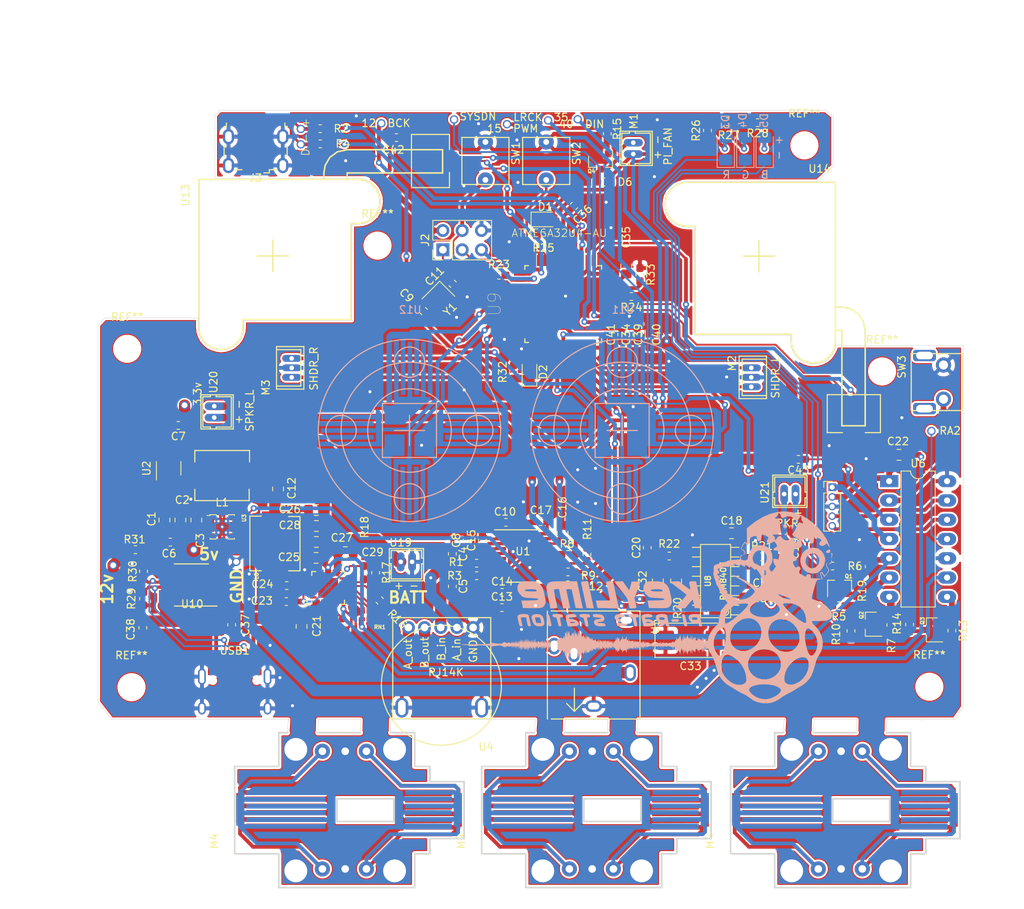
<source format=kicad_pcb>
(kicad_pcb (version 20171130) (host pcbnew "(5.1.5-0-10_14)")
  (layers (0 F.Cu signal) (31 B.Cu signal) (34 B.Paste user) (35 F.Paste user) (36 B.SilkS user) (37 F.SilkS user hide) (38 B.Mask user) (39 F.Mask user) (44 Edge.Cuts user))
  (net 0 "")
  (net 1 5v)
  (net 2 3v3)
  (net 3 VSYS)
  (net 4 REGN)
  (net 5 "Net-(C24-Pad2)")
  (net 6 "Net-(C24-Pad1)")
  (net 7 SDA)
  (net 8 "Net-(J17-Pad1)")
  (net 9 "Net-(J18-Pad1)")
  (net 10 MCLR)
  (net 11 "Net-(J25-Pad4)")
  (net 12 "Net-(J25-Pad5)")
  (net 13 "Net-(L1-Pad2)")
  (net 14 "Net-(Q1-Pad2)")
  (net 15 "Net-(Q1-Pad3)")
  (net 16 "Net-(Q2-Pad3)")
  (net 17 "Net-(Q2-Pad2)")
  (net 18 "Net-(Q3-Pad2)")
  (net 19 "Net-(Q3-Pad3)")
  (net 20 RED)
  (net 21 GREEN)
  (net 22 BLUE)
  (net 23 "Net-(R16-Pad1)")
  (net 24 "Net-(R17-Pad2)")
  (net 25 EN)
  (net 26 OTG)
  (net 27 CE)
  (net 28 "Net-(U3-Pad5)")
  (net 29 "Net-(U3-Pad6)")
  (net 30 "Net-(U3-Pad8)")
  (net 31 button)
  (net 32 "Net-(U7-Pad4)")
  (net 33 "Net-(U7-Pad7)")
  (net 34 "Net-(U7-Pad12)")
  (net 35 "Net-(U7-Pad23)")
  (net 36 "Net-(U7-Pad24)")
  (net 37 DACL)
  (net 38 DACR)
  (net 39 "Net-(C8-Pad1)")
  (net 40 "Net-(C15-Pad1)")
  (net 41 "Net-(C15-Pad2)")
  (net 42 "Net-(C16-Pad2)")
  (net 43 "Net-(C18-Pad2)")
  (net 44 PAML)
  (net 45 "Net-(C19-Pad2)")
  (net 46 PAMR)
  (net 47 "Net-(C20-Pad1)")
  (net 48 "Net-(R1-Pad1)")
  (net 49 "Net-(R3-Pad1)")
  (net 50 LRCK)
  (net 51 "Net-(R8-Pad2)")
  (net 52 BCK)
  (net 53 "Net-(R9-Pad2)")
  (net 54 "Net-(R11-Pad2)")
  (net 55 DIN)
  (net 56 "Net-(R12-Pad2)")
  (net 57 SHND)
  (net 58 INL)
  (net 59 INR)
  (net 60 JACKR)
  (net 61 JACKL)
  (net 62 +OUT_L)
  (net 63 -OUT_L)
  (net 64 -OUT_R)
  (net 65 +OUT_R)
  (net 66 XTAL1)
  (net 67 XTAL2)
  (net 68 "Net-(C35-Pad2)")
  (net 69 "Net-(C36-Pad1)")
  (net 70 "Net-(D1-Pad1)")
  (net 71 "Net-(D2-Pad1)")
  (net 72 "Net-(J3-Pad4)")
  (net 73 D+)
  (net 74 D-)
  (net 75 "Net-(R24-Pad2)")
  (net 76 "Net-(R25-Pad2)")
  (net 77 A3)
  (net 78 A2)
  (net 79 A1)
  (net 80 A0)
  (net 81 D13)
  (net 82 D5)
  (net 83 D12)
  (net 84 D4)
  (net 85 D2)
  (net 86 D3)
  (net 87 D7)
  (net 88 "Net-(D3-Pad1)")
  (net 89 "Net-(D3-Pad2)")
  (net 90 "Net-(D4-Pad2)")
  (net 91 "Net-(D4-Pad1)")
  (net 92 "Net-(D5-Pad1)")
  (net 93 "Net-(D5-Pad2)")
  (net 94 12vSUP)
  (net 95 BATT)
  (net 96 "Net-(J3-Pad2)")
  (net 97 "Net-(J3-Pad3)")
  (net 98 "Net-(R31-Pad2)")
  (net 99 "Net-(R32-Pad2)")
  (net 100 "Net-(R33-Pad2)")
  (net 101 D1)
  (net 102 D0)
  (net 103 D14_MISO)
  (net 104 D16_MOSI)
  (net 105 D15_SCK)
  (net 106 "Net-(R29-Pad1)")
  (net 107 "Net-(R30-Pad1)")
  (net 108 "Net-(U10-Pad1)")
  (net 109 "Net-(USB1-Pad6)")
  (net 110 "Net-(USB1-Pad7)")
  (net 111 "Net-(USB1-Pad8)")
  (net 112 "Net-(USB1-Pad5)")
  (net 113 "Net-(USB1-Pad9)")
  (net 114 "Net-(USB1-Pad3)")
  (net 115 "Net-(D6-Pad1)")
  (net 116 PWMCtrl)
  (net 117 "Net-(Q4-Pad2)")
  (net 118 AT_RESET)
  (net 119 PGND)
  (net 120 DLEFT)
  (net 121 DDOWN)
  (net 122 DUP)
  (net 123 DRIGHT)
  (net 124 D11)
  (net 125 "Net-(C42-Pad1)")
  (net 126 "Net-(C43-Pad1)")
  (net 127 "Net-(M4-Pad2)")
  (net 128 "Net-(J6-Pad1)")
  (net 129 "Net-(J7-Pad1)")
  (module PiPortableBackingBoard:Pi_Shoulders (layer F.Cu) (at 137.541 187 270)
    (fp_text reference M4 (at 4.1 17.25 270) (layer F.SilkS))
    (fp_text value SHDR_BRD)
    (fp_line (start -10.2 3.6) (end -10.2 0.4) (layer Edge.Cuts) (width 0.2))
    (fp_line (start -10.2 0.4) (end -10.2 -2) (layer Edge.Cuts) (width 0.2))
    (fp_line (start -10.2 8.75) (end -10.2 7.6) (layer Edge.Cuts) (width 0.2))
    (fp_line (start -10.2 -6) (end -10.2 -9.15) (layer Edge.Cuts) (width 0.2))
    (fp_line (start 10.2 8.75) (end 10.2 -9.15) (layer Edge.Cuts) (width 0.2))
    (fp_line (start 10.2 -9.15) (end 5.75 -9.15) (layer Edge.Cuts) (width 0.2))
    (fp_line (start 10.2 8.75) (end 5.75 8.75) (layer Edge.Cuts) (width 0.2))
    (fp_line (start -5.75 8.75) (end -10.2 8.75) (layer Edge.Cuts) (width 0.2))
    (fp_line (start 5.75 14.549998) (end 5.75 8.75) (layer Edge.Cuts) (width 0.2))
    (fp_line (start 1.5 -6.4) (end -1.5 -6.4) (layer Edge.Cuts) (width 0.2))
    (fp_line (start 1.5 1.1) (end -1.5 1.1) (layer Edge.Cuts) (width 0.2))
    (fp_line (start 1.5 -6.4) (end 1.5 1.1) (layer Edge.Cuts) (width 0.2))
    (fp_line (start 3.75 -11.15) (end 3.75 -15.65) (layer Edge.Cuts) (width 0.2))
    (fp_line (start 5.75 14.549998) (end 0 14.549999) (layer Edge.Cuts) (width 0.2))
    (fp_line (start 5.75 -11.15) (end 5.75 -9.15) (layer Edge.Cuts) (width 0.2))
    (fp_line (start 5.75 -11.15) (end 3.75 -11.15) (layer Edge.Cuts) (width 0.2))
    (fp_line (start 3.75 -15.65) (end 0 -15.65) (layer Edge.Cuts) (width 0.2))
    (fp_line (start -5.75 -9.15) (end -10.2 -9.15) (layer Edge.Cuts) (width 0.2))
    (fp_line (start -5.75 -11.15) (end -3.75 -11.15) (layer Edge.Cuts) (width 0.2))
    (fp_line (start 0 -15.65) (end -3.75 -15.65) (layer Edge.Cuts) (width 0.2))
    (fp_line (start -3.75 -11.15) (end -3.75 -15.65) (layer Edge.Cuts) (width 0.2))
    (fp_line (start -5.75 14.549998) (end -5.75 8.75) (layer Edge.Cuts) (width 0.2))
    (fp_line (start -1.5 -6.4) (end -1.5 1.1) (layer Edge.Cuts) (width 0.2))
    (fp_line (start 0 14.549999) (end -5.75 14.549998) (layer Edge.Cuts) (width 0.2))
    (fp_line (start -5.75 -11.15) (end -5.75 -9.15) (layer Edge.Cuts) (width 0.2))
    (pad 0 smd custom (at -0.254 -14.859 90) (size 4 1) (layers B.Cu B.Paste B.Mask) (options (clearance outline) (anchor rect)) (primitives (gr_poly (pts (xy 2.332 -0.381) (xy 2.332 -6.858) (xy 1.824 -6.858) (xy 1.824 -0.508) (xy 0.554 -0.508) (xy 0.5588 -6.9215) (xy 0.0508 -6.9215) (xy 0.046 -0.508) (xy -1.224 -0.508) (xy -1.2319 -6.9215) (xy -1.732 -6.9215) (xy -1.732 -0.508) (xy -2.367 -0.508) (xy -2.367 -0.127) (xy -1.986 0.127) (xy -1.224 0.127) (xy 1.951 0.127)) (width 0.1))))
    (pad 0 smd custom (at 0.1905 -14.859 270) (size 4 1) (layers F.Cu F.Paste F.Mask) (options (clearance outline) (anchor rect)) (primitives (gr_poly (pts (xy 2.332 0.381) (xy 2.332 6.858) (xy 1.824 6.858) (xy 1.824 0.508) (xy 0.554 0.508) (xy 0.5588 6.9215) (xy 0.0508 6.9215) (xy 0.046 0.508) (xy -1.224 0.508) (xy -1.2319 6.9215) (xy -1.732 6.9215) (xy -1.732 0.508) (xy -2.367 0.508) (xy -2.367 0.127) (xy -1.986 -0.127) (xy -1.224 -0.127) (xy 1.951 -0.127)) (width 0.1))))
    (pad 1 smd custom (at 0 -7.0485 270) (size 4 1) (layers B.Cu B.Paste B.Mask) (net 119 PGND) (options (clearance outline) (anchor rect)) (primitives (gr_poly (pts (xy 2.332 -0.381) (xy 2.3495 -6.9215) (xy 1.824 -6.9215) (xy 1.824 -0.508) (xy 0.554 -0.508) (xy 0.554 -6.9215) (xy 0.0635 -6.9215) (xy 0.046 -0.508) (xy -1.224 -0.508) (xy -1.224 -6.985) (xy -1.7145 -6.985) (xy -1.732 -0.508) (xy -2.367 -0.508) (xy -2.367 -0.127) (xy -1.986 0.127) (xy -1.224 0.127) (xy 1.951 0.127)) (width 0.1))))
    (pad 1 smd custom (at -0.0635 -7.0485 90) (size 4 1) (layers F.Cu F.Paste F.Mask) (net 119 PGND) (options (clearance outline) (anchor rect)) (primitives (gr_poly (pts (xy 2.332 0.381) (xy 2.3495 6.9215) (xy 1.824 6.9215) (xy 1.824 0.508) (xy 0.554 0.508) (xy 0.554 6.9215) (xy 0.0635 6.9215) (xy 0.046 0.508) (xy -1.224 0.508) (xy -1.224 6.985) (xy -1.7145 6.985) (xy -1.732 0.508) (xy -2.367 0.508) (xy -2.367 0.127) (xy -1.986 -0.127) (xy -1.224 -0.127) (xy 1.951 -0.127)) (width 0.1))))
    (pad 0 thru_hole circle (at 7.747 -2.794 90) (size 2 2) (drill 1) (layers *.Cu *.Mask))
    (pad 0 thru_hole circle (at -7.75 -2.794 90) (size 2 2) (drill 1) (layers *.Cu *.Mask))
    (pad 2 smd custom (at 0.0635 13.843 270) (size 4 1) (layers B.Cu B.Paste B.Mask) (net 127 "Net-(M4-Pad2)") (options (clearance outline) (anchor rect)) (primitives (gr_poly (pts (xy 2.332 -0.381) (xy 2.332 -11.176) (xy 1.824 -11.176) (xy 1.824 -0.508) (xy 0.554 -0.508) (xy 0.554 -11.176) (xy 0.046 -11.176) (xy 0.046 -0.508) (xy -1.224 -0.508) (xy -1.224 -11.176) (xy -1.732 -11.176) (xy -1.732 -0.508) (xy -2.367 -0.508) (xy -2.367 -0.127) (xy -1.986 0.127) (xy -1.224 0.127) (xy 1.951 0.127)) (width 0.1))))
    (pad 1 smd custom (at -0.208 1.778 90) (size 4 1) (layers B.Cu B.Paste B.Mask) (net 119 PGND) (options (clearance outline) (anchor rect)) (primitives (gr_poly (pts (xy 2.332 -0.381) (xy 2.332 -11.176) (xy 1.824 -11.176) (xy 1.824 -0.508) (xy 0.554 -0.508) (xy 0.554 -11.176) (xy 0.046 -11.176) (xy 0.046 -0.508) (xy -1.224 -0.508) (xy -1.224 -11.176) (xy -1.732 -11.176) (xy -1.732 -0.508) (xy -2.367 -0.508) (xy -2.367 -0.127) (xy -1.986 0.127) (xy -1.224 0.127) (xy 1.951 0.127)) (width 0.1))))
    (pad 2 smd custom (at -0.254 13.843 90) (size 4 1) (layers F.Cu F.Paste F.Mask) (net 127 "Net-(M4-Pad2)") (options (clearance outline) (anchor rect)) (primitives (gr_poly (pts (xy 2.332 0.381) (xy 2.332 11.176) (xy 1.824 11.176) (xy 1.824 0.508) (xy 0.554 0.508) (xy 0.554 11.176) (xy 0.046 11.176) (xy 0.046 0.508) (xy -1.224 0.508) (xy -1.224 11.176) (xy -1.732 11.176) (xy -1.732 0.508) (xy -2.367 0.508) (xy -2.367 0.127) (xy -1.986 -0.127) (xy -1.224 -0.127) (xy 1.951 -0.127)) (width 0.1))))
    (pad 1 smd custom (at 0.0175 1.778 270) (size 4 1) (layers F.Cu F.Paste F.Mask) (net 119 PGND) (options (clearance outline) (anchor rect)) (primitives (gr_poly (pts (xy 2.332 0.381) (xy 2.332 11.176) (xy 1.824 11.176) (xy 1.824 0.508) (xy 0.554 0.508) (xy 0.554 11.176) (xy 0.046 11.176) (xy 0.046 0.508) (xy -1.224 0.508) (xy -1.224 11.176) (xy -1.732 11.176) (xy -1.732 0.508) (xy -2.367 0.508) (xy -2.367 0.127) (xy -1.986 -0.127) (xy -1.224 -0.127) (xy 1.951 -0.127)) (width 0.1))))
    (pad 1 thru_hole circle (at -8 -6.5 90) (size 3.2 3.2) (drill 3) (layers *.Cu *.Mask) (net 119 PGND))
    (pad 1 thru_hole circle (at -8 6.5 90) (size 3.2 3.2) (drill 3) (layers *.Cu *.Mask) (net 119 PGND))
    (pad 1 thru_hole circle (at 8 6.5 90) (size 3.2 3.2) (drill 3) (layers *.Cu *.Mask) (net 119 PGND))
    (pad 1 thru_hole circle (at 8 -6.5 90) (size 3.2 3.2) (drill 3) (layers *.Cu *.Mask) (net 119 PGND))
    (pad 2 thru_hole circle (at -7.75 3 90) (size 2 2) (drill 1) (layers *.Cu *.Mask) (net 127 "Net-(M4-Pad2)"))
    (pad 1 thru_hole circle (at -7.75 0 90) (size 2 2) (drill 1) (layers *.Cu *.Mask) (net 119 PGND))
    (pad 2 thru_hole circle (at 7.75 3 90) (size 2 2) (drill 1) (layers *.Cu *.Mask) (net 127 "Net-(M4-Pad2)"))
    (pad 1 thru_hole circle (at 7.75 0 90) (size 2 2) (drill 1) (layers *.Cu *.Mask) (net 119 PGND))
  )
  (module PiPortableBackingBoard:Pi_Shoulders (layer F.Cu) (at 170.053 187 270)
    (fp_text reference M4 (at 4.1 17.25 270) (layer F.SilkS))
    (fp_text value SHDR_BRD)
    (fp_line (start -10.2 3.6) (end -10.2 0.4) (layer Edge.Cuts) (width 0.2))
    (fp_line (start -10.2 0.4) (end -10.2 -2) (layer Edge.Cuts) (width 0.2))
    (fp_line (start -10.2 8.75) (end -10.2 7.6) (layer Edge.Cuts) (width 0.2))
    (fp_line (start -10.2 -6) (end -10.2 -9.15) (layer Edge.Cuts) (width 0.2))
    (fp_line (start 10.2 8.75) (end 10.2 -9.15) (layer Edge.Cuts) (width 0.2))
    (fp_line (start 10.2 -9.15) (end 5.75 -9.15) (layer Edge.Cuts) (width 0.2))
    (fp_line (start 10.2 8.75) (end 5.75 8.75) (layer Edge.Cuts) (width 0.2))
    (fp_line (start -5.75 8.75) (end -10.2 8.75) (layer Edge.Cuts) (width 0.2))
    (fp_line (start 5.75 14.549998) (end 5.75 8.75) (layer Edge.Cuts) (width 0.2))
    (fp_line (start 1.5 -6.4) (end -1.5 -6.4) (layer Edge.Cuts) (width 0.2))
    (fp_line (start 1.5 1.1) (end -1.5 1.1) (layer Edge.Cuts) (width 0.2))
    (fp_line (start 1.5 -6.4) (end 1.5 1.1) (layer Edge.Cuts) (width 0.2))
    (fp_line (start 3.75 -11.15) (end 3.75 -15.65) (layer Edge.Cuts) (width 0.2))
    (fp_line (start 5.75 14.549998) (end 0 14.549999) (layer Edge.Cuts) (width 0.2))
    (fp_line (start 5.75 -11.15) (end 5.75 -9.15) (layer Edge.Cuts) (width 0.2))
    (fp_line (start 5.75 -11.15) (end 3.75 -11.15) (layer Edge.Cuts) (width 0.2))
    (fp_line (start 3.75 -15.65) (end 0 -15.65) (layer Edge.Cuts) (width 0.2))
    (fp_line (start -5.75 -9.15) (end -10.2 -9.15) (layer Edge.Cuts) (width 0.2))
    (fp_line (start -5.75 -11.15) (end -3.75 -11.15) (layer Edge.Cuts) (width 0.2))
    (fp_line (start 0 -15.65) (end -3.75 -15.65) (layer Edge.Cuts) (width 0.2))
    (fp_line (start -3.75 -11.15) (end -3.75 -15.65) (layer Edge.Cuts) (width 0.2))
    (fp_line (start -5.75 14.549998) (end -5.75 8.75) (layer Edge.Cuts) (width 0.2))
    (fp_line (start -1.5 -6.4) (end -1.5 1.1) (layer Edge.Cuts) (width 0.2))
    (fp_line (start 0 14.549999) (end -5.75 14.549998) (layer Edge.Cuts) (width 0.2))
    (fp_line (start -5.75 -11.15) (end -5.75 -9.15) (layer Edge.Cuts) (width 0.2))
    (pad 0 smd custom (at -0.254 -14.859 90) (size 4 1) (layers B.Cu B.Paste B.Mask) (options (clearance outline) (anchor rect)) (primitives (gr_poly (pts (xy 2.332 -0.381) (xy 2.332 -6.858) (xy 1.824 -6.858) (xy 1.824 -0.508) (xy 0.554 -0.508) (xy 0.5588 -6.9215) (xy 0.0508 -6.9215) (xy 0.046 -0.508) (xy -1.224 -0.508) (xy -1.2319 -6.9215) (xy -1.732 -6.9215) (xy -1.732 -0.508) (xy -2.367 -0.508) (xy -2.367 -0.127) (xy -1.986 0.127) (xy -1.224 0.127) (xy 1.951 0.127)) (width 0.1))))
    (pad 0 smd custom (at 0.1905 -14.859 270) (size 4 1) (layers F.Cu F.Paste F.Mask) (options (clearance outline) (anchor rect)) (primitives (gr_poly (pts (xy 2.332 0.381) (xy 2.332 6.858) (xy 1.824 6.858) (xy 1.824 0.508) (xy 0.554 0.508) (xy 0.5588 6.9215) (xy 0.0508 6.9215) (xy 0.046 0.508) (xy -1.224 0.508) (xy -1.2319 6.9215) (xy -1.732 6.9215) (xy -1.732 0.508) (xy -2.367 0.508) (xy -2.367 0.127) (xy -1.986 -0.127) (xy -1.224 -0.127) (xy 1.951 -0.127)) (width 0.1))))
    (pad 1 smd custom (at 0 -7.0485 270) (size 4 1) (layers B.Cu B.Paste B.Mask) (net 119 PGND) (options (clearance outline) (anchor rect)) (primitives (gr_poly (pts (xy 2.332 -0.381) (xy 2.3495 -6.9215) (xy 1.824 -6.9215) (xy 1.824 -0.508) (xy 0.554 -0.508) (xy 0.554 -6.9215) (xy 0.0635 -6.9215) (xy 0.046 -0.508) (xy -1.224 -0.508) (xy -1.224 -6.985) (xy -1.7145 -6.985) (xy -1.732 -0.508) (xy -2.367 -0.508) (xy -2.367 -0.127) (xy -1.986 0.127) (xy -1.224 0.127) (xy 1.951 0.127)) (width 0.1))))
    (pad 1 smd custom (at -0.0635 -7.0485 90) (size 4 1) (layers F.Cu F.Paste F.Mask) (net 119 PGND) (options (clearance outline) (anchor rect)) (primitives (gr_poly (pts (xy 2.332 0.381) (xy 2.3495 6.9215) (xy 1.824 6.9215) (xy 1.824 0.508) (xy 0.554 0.508) (xy 0.554 6.9215) (xy 0.0635 6.9215) (xy 0.046 0.508) (xy -1.224 0.508) (xy -1.224 6.985) (xy -1.7145 6.985) (xy -1.732 0.508) (xy -2.367 0.508) (xy -2.367 0.127) (xy -1.986 -0.127) (xy -1.224 -0.127) (xy 1.951 -0.127)) (width 0.1))))
    (pad 0 thru_hole circle (at 7.747 -2.794 90) (size 2 2) (drill 1) (layers *.Cu *.Mask))
    (pad 0 thru_hole circle (at -7.75 -2.794 90) (size 2 2) (drill 1) (layers *.Cu *.Mask))
    (pad 2 smd custom (at 0.0635 13.843 270) (size 4 1) (layers B.Cu B.Paste B.Mask) (net 127 "Net-(M4-Pad2)") (options (clearance outline) (anchor rect)) (primitives (gr_poly (pts (xy 2.332 -0.381) (xy 2.332 -11.176) (xy 1.824 -11.176) (xy 1.824 -0.508) (xy 0.554 -0.508) (xy 0.554 -11.176) (xy 0.046 -11.176) (xy 0.046 -0.508) (xy -1.224 -0.508) (xy -1.224 -11.176) (xy -1.732 -11.176) (xy -1.732 -0.508) (xy -2.367 -0.508) (xy -2.367 -0.127) (xy -1.986 0.127) (xy -1.224 0.127) (xy 1.951 0.127)) (width 0.1))))
    (pad 1 smd custom (at -0.208 1.778 90) (size 4 1) (layers B.Cu B.Paste B.Mask) (net 119 PGND) (options (clearance outline) (anchor rect)) (primitives (gr_poly (pts (xy 2.332 -0.381) (xy 2.332 -11.176) (xy 1.824 -11.176) (xy 1.824 -0.508) (xy 0.554 -0.508) (xy 0.554 -11.176) (xy 0.046 -11.176) (xy 0.046 -0.508) (xy -1.224 -0.508) (xy -1.224 -11.176) (xy -1.732 -11.176) (xy -1.732 -0.508) (xy -2.367 -0.508) (xy -2.367 -0.127) (xy -1.986 0.127) (xy -1.224 0.127) (xy 1.951 0.127)) (width 0.1))))
    (pad 2 smd custom (at -0.254 13.843 90) (size 4 1) (layers F.Cu F.Paste F.Mask) (net 127 "Net-(M4-Pad2)") (options (clearance outline) (anchor rect)) (primitives (gr_poly (pts (xy 2.332 0.381) (xy 2.332 11.176) (xy 1.824 11.176) (xy 1.824 0.508) (xy 0.554 0.508) (xy 0.554 11.176) (xy 0.046 11.176) (xy 0.046 0.508) (xy -1.224 0.508) (xy -1.224 11.176) (xy -1.732 11.176) (xy -1.732 0.508) (xy -2.367 0.508) (xy -2.367 0.127) (xy -1.986 -0.127) (xy -1.224 -0.127) (xy 1.951 -0.127)) (width 0.1))))
    (pad 1 smd custom (at 0.0175 1.778 270) (size 4 1) (layers F.Cu F.Paste F.Mask) (net 119 PGND) (options (clearance outline) (anchor rect)) (primitives (gr_poly (pts (xy 2.332 0.381) (xy 2.332 11.176) (xy 1.824 11.176) (xy 1.824 0.508) (xy 0.554 0.508) (xy 0.554 11.176) (xy 0.046 11.176) (xy 0.046 0.508) (xy -1.224 0.508) (xy -1.224 11.176) (xy -1.732 11.176) (xy -1.732 0.508) (xy -2.367 0.508) (xy -2.367 0.127) (xy -1.986 -0.127) (xy -1.224 -0.127) (xy 1.951 -0.127)) (width 0.1))))
    (pad 1 thru_hole circle (at -8 -6.5 90) (size 3.2 3.2) (drill 3) (layers *.Cu *.Mask) (net 119 PGND))
    (pad 1 thru_hole circle (at -8 6.5 90) (size 3.2 3.2) (drill 3) (layers *.Cu *.Mask) (net 119 PGND))
    (pad 1 thru_hole circle (at 8 6.5 90) (size 3.2 3.2) (drill 3) (layers *.Cu *.Mask) (net 119 PGND))
    (pad 1 thru_hole circle (at 8 -6.5 90) (size 3.2 3.2) (drill 3) (layers *.Cu *.Mask) (net 119 PGND))
    (pad 2 thru_hole circle (at -7.75 3 90) (size 2 2) (drill 1) (layers *.Cu *.Mask) (net 127 "Net-(M4-Pad2)"))
    (pad 1 thru_hole circle (at -7.75 0 90) (size 2 2) (drill 1) (layers *.Cu *.Mask) (net 119 PGND))
    (pad 2 thru_hole circle (at 7.75 3 90) (size 2 2) (drill 1) (layers *.Cu *.Mask) (net 127 "Net-(M4-Pad2)"))
    (pad 1 thru_hole circle (at 7.75 0 90) (size 2 2) (drill 1) (layers *.Cu *.Mask) (net 119 PGND))
  )
  (module PiPortableBackingBoard:Pi_Shoulders (layer F.Cu) (at 202.819 187 270)
    (fp_text reference M4 (at 4.1 17.25 270) (layer F.SilkS))
    (fp_text value SHDR_BRD)
    (fp_line (start -10.2 3.6) (end -10.2 0.4) (layer Edge.Cuts) (width 0.2))
    (fp_line (start -10.2 0.4) (end -10.2 -2) (layer Edge.Cuts) (width 0.2))
    (fp_line (start -10.2 8.75) (end -10.2 7.6) (layer Edge.Cuts) (width 0.2))
    (fp_line (start -10.2 -6) (end -10.2 -9.15) (layer Edge.Cuts) (width 0.2))
    (fp_line (start 10.2 8.75) (end 10.2 -9.15) (layer Edge.Cuts) (width 0.2))
    (fp_line (start 10.2 -9.15) (end 5.75 -9.15) (layer Edge.Cuts) (width 0.2))
    (fp_line (start 10.2 8.75) (end 5.75 8.75) (layer Edge.Cuts) (width 0.2))
    (fp_line (start -5.75 8.75) (end -10.2 8.75) (layer Edge.Cuts) (width 0.2))
    (fp_line (start 5.75 14.549998) (end 5.75 8.75) (layer Edge.Cuts) (width 0.2))
    (fp_line (start 1.5 -6.4) (end -1.5 -6.4) (layer Edge.Cuts) (width 0.2))
    (fp_line (start 1.5 1.1) (end -1.5 1.1) (layer Edge.Cuts) (width 0.2))
    (fp_line (start 1.5 -6.4) (end 1.5 1.1) (layer Edge.Cuts) (width 0.2))
    (fp_line (start 3.75 -11.15) (end 3.75 -15.65) (layer Edge.Cuts) (width 0.2))
    (fp_line (start 5.75 14.549998) (end 0 14.549999) (layer Edge.Cuts) (width 0.2))
    (fp_line (start 5.75 -11.15) (end 5.75 -9.15) (layer Edge.Cuts) (width 0.2))
    (fp_line (start 5.75 -11.15) (end 3.75 -11.15) (layer Edge.Cuts) (width 0.2))
    (fp_line (start 3.75 -15.65) (end 0 -15.65) (layer Edge.Cuts) (width 0.2))
    (fp_line (start -5.75 -9.15) (end -10.2 -9.15) (layer Edge.Cuts) (width 0.2))
    (fp_line (start -5.75 -11.15) (end -3.75 -11.15) (layer Edge.Cuts) (width 0.2))
    (fp_line (start 0 -15.65) (end -3.75 -15.65) (layer Edge.Cuts) (width 0.2))
    (fp_line (start -3.75 -11.15) (end -3.75 -15.65) (layer Edge.Cuts) (width 0.2))
    (fp_line (start -5.75 14.549998) (end -5.75 8.75) (layer Edge.Cuts) (width 0.2))
    (fp_line (start -1.5 -6.4) (end -1.5 1.1) (layer Edge.Cuts) (width 0.2))
    (fp_line (start 0 14.549999) (end -5.75 14.549998) (layer Edge.Cuts) (width 0.2))
    (fp_line (start -5.75 -11.15) (end -5.75 -9.15) (layer Edge.Cuts) (width 0.2))
    (pad 0 smd custom (at -0.254 -14.859 90) (size 4 1) (layers B.Cu B.Paste B.Mask) (options (clearance outline) (anchor rect)) (primitives (gr_poly (pts (xy 2.332 -0.381) (xy 2.332 -6.858) (xy 1.824 -6.858) (xy 1.824 -0.508) (xy 0.554 -0.508) (xy 0.5588 -6.9215) (xy 0.0508 -6.9215) (xy 0.046 -0.508) (xy -1.224 -0.508) (xy -1.2319 -6.9215) (xy -1.732 -6.9215) (xy -1.732 -0.508) (xy -2.367 -0.508) (xy -2.367 -0.127) (xy -1.986 0.127) (xy -1.224 0.127) (xy 1.951 0.127)) (width 0.1))))
    (pad 0 smd custom (at 0.1905 -14.859 270) (size 4 1) (layers F.Cu F.Paste F.Mask) (options (clearance outline) (anchor rect)) (primitives (gr_poly (pts (xy 2.332 0.381) (xy 2.332 6.858) (xy 1.824 6.858) (xy 1.824 0.508) (xy 0.554 0.508) (xy 0.5588 6.9215) (xy 0.0508 6.9215) (xy 0.046 0.508) (xy -1.224 0.508) (xy -1.2319 6.9215) (xy -1.732 6.9215) (xy -1.732 0.508) (xy -2.367 0.508) (xy -2.367 0.127) (xy -1.986 -0.127) (xy -1.224 -0.127) (xy 1.951 -0.127)) (width 0.1))))
    (pad 1 smd custom (at 0 -7.0485 270) (size 4 1) (layers B.Cu B.Paste B.Mask) (net 119 PGND) (options (clearance outline) (anchor rect)) (primitives (gr_poly (pts (xy 2.332 -0.381) (xy 2.3495 -6.9215) (xy 1.824 -6.9215) (xy 1.824 -0.508) (xy 0.554 -0.508) (xy 0.554 -6.9215) (xy 0.0635 -6.9215) (xy 0.046 -0.508) (xy -1.224 -0.508) (xy -1.224 -6.985) (xy -1.7145 -6.985) (xy -1.732 -0.508) (xy -2.367 -0.508) (xy -2.367 -0.127) (xy -1.986 0.127) (xy -1.224 0.127) (xy 1.951 0.127)) (width 0.1))))
    (pad 1 smd custom (at -0.0635 -7.0485 90) (size 4 1) (layers F.Cu F.Paste F.Mask) (net 119 PGND) (options (clearance outline) (anchor rect)) (primitives (gr_poly (pts (xy 2.332 0.381) (xy 2.3495 6.9215) (xy 1.824 6.9215) (xy 1.824 0.508) (xy 0.554 0.508) (xy 0.554 6.9215) (xy 0.0635 6.9215) (xy 0.046 0.508) (xy -1.224 0.508) (xy -1.224 6.985) (xy -1.7145 6.985) (xy -1.732 0.508) (xy -2.367 0.508) (xy -2.367 0.127) (xy -1.986 -0.127) (xy -1.224 -0.127) (xy 1.951 -0.127)) (width 0.1))))
    (pad 0 thru_hole circle (at 7.747 -2.794 90) (size 2 2) (drill 1) (layers *.Cu *.Mask))
    (pad 0 thru_hole circle (at -7.75 -2.794 90) (size 2 2) (drill 1) (layers *.Cu *.Mask))
    (pad 2 smd custom (at 0.0635 13.843 270) (size 4 1) (layers B.Cu B.Paste B.Mask) (net 127 "Net-(M4-Pad2)") (options (clearance outline) (anchor rect)) (primitives (gr_poly (pts (xy 2.332 -0.381) (xy 2.332 -11.176) (xy 1.824 -11.176) (xy 1.824 -0.508) (xy 0.554 -0.508) (xy 0.554 -11.176) (xy 0.046 -11.176) (xy 0.046 -0.508) (xy -1.224 -0.508) (xy -1.224 -11.176) (xy -1.732 -11.176) (xy -1.732 -0.508) (xy -2.367 -0.508) (xy -2.367 -0.127) (xy -1.986 0.127) (xy -1.224 0.127) (xy 1.951 0.127)) (width 0.1))))
    (pad 1 smd custom (at -0.208 1.778 90) (size 4 1) (layers B.Cu B.Paste B.Mask) (net 119 PGND) (options (clearance outline) (anchor rect)) (primitives (gr_poly (pts (xy 2.332 -0.381) (xy 2.332 -11.176) (xy 1.824 -11.176) (xy 1.824 -0.508) (xy 0.554 -0.508) (xy 0.554 -11.176) (xy 0.046 -11.176) (xy 0.046 -0.508) (xy -1.224 -0.508) (xy -1.224 -11.176) (xy -1.732 -11.176) (xy -1.732 -0.508) (xy -2.367 -0.508) (xy -2.367 -0.127) (xy -1.986 0.127) (xy -1.224 0.127) (xy 1.951 0.127)) (width 0.1))))
    (pad 2 smd custom (at -0.254 13.843 90) (size 4 1) (layers F.Cu F.Paste F.Mask) (net 127 "Net-(M4-Pad2)") (options (clearance outline) (anchor rect)) (primitives (gr_poly (pts (xy 2.332 0.381) (xy 2.332 11.176) (xy 1.824 11.176) (xy 1.824 0.508) (xy 0.554 0.508) (xy 0.554 11.176) (xy 0.046 11.176) (xy 0.046 0.508) (xy -1.224 0.508) (xy -1.224 11.176) (xy -1.732 11.176) (xy -1.732 0.508) (xy -2.367 0.508) (xy -2.367 0.127) (xy -1.986 -0.127) (xy -1.224 -0.127) (xy 1.951 -0.127)) (width 0.1))))
    (pad 1 smd custom (at 0.0175 1.778 270) (size 4 1) (layers F.Cu F.Paste F.Mask) (net 119 PGND) (options (clearance outline) (anchor rect)) (primitives (gr_poly (pts (xy 2.332 0.381) (xy 2.332 11.176) (xy 1.824 11.176) (xy 1.824 0.508) (xy 0.554 0.508) (xy 0.554 11.176) (xy 0.046 11.176) (xy 0.046 0.508) (xy -1.224 0.508) (xy -1.224 11.176) (xy -1.732 11.176) (xy -1.732 0.508) (xy -2.367 0.508) (xy -2.367 0.127) (xy -1.986 -0.127) (xy -1.224 -0.127) (xy 1.951 -0.127)) (width 0.1))))
    (pad 1 thru_hole circle (at -8 -6.5 90) (size 3.2 3.2) (drill 3) (layers *.Cu *.Mask) (net 119 PGND))
    (pad 1 thru_hole circle (at -8 6.5 90) (size 3.2 3.2) (drill 3) (layers *.Cu *.Mask) (net 119 PGND))
    (pad 1 thru_hole circle (at 8 6.5 90) (size 3.2 3.2) (drill 3) (layers *.Cu *.Mask) (net 119 PGND))
    (pad 1 thru_hole circle (at 8 -6.5 90) (size 3.2 3.2) (drill 3) (layers *.Cu *.Mask) (net 119 PGND))
    (pad 2 thru_hole circle (at -7.75 3 90) (size 2 2) (drill 1) (layers *.Cu *.Mask) (net 127 "Net-(M4-Pad2)"))
    (pad 1 thru_hole circle (at -7.75 0 90) (size 2 2) (drill 1) (layers *.Cu *.Mask) (net 119 PGND))
    (pad 2 thru_hole circle (at 7.75 3 90) (size 2 2) (drill 1) (layers *.Cu *.Mask) (net 127 "Net-(M4-Pad2)"))
    (pad 1 thru_hole circle (at 7.75 0 90) (size 2 2) (drill 1) (layers *.Cu *.Mask) (net 119 PGND))
  )
  (module MountingHole:MountingHole_3.2mm_M3 (layer F.Cu) (at 141.7955 112.649)
    (fp_text reference REF** (at 0 -4.2) (layer F.SilkS))
    (fp_text value MountingHole_3.2mm_M3)
    (pad 1 np_thru_hole circle (at 0 0) (size 3.2 3.2) (drill 3.2) (layers *.Cu *.Mask))
  )
  (module AdditionalFootprints:ASPI-0630HI-2R2M-T15 (layer F.Cu) (at 121.3485 142.9385 180)
    (fp_text reference L1 (at 0 -3.54) (layer F.SilkS))
    (fp_text value "L_1uH_5.1A or 8A")
    (pad 2 smd rect (at 3.05 0 180) (size 2.35 3.4) (layers F.Cu F.Paste F.Mask) (net 13 "Net-(L1-Pad2)"))
    (pad 1 smd rect (at -3.05 0 180) (size 2.35 3.4) (layers F.Cu F.Paste F.Mask) (net 3 VSYS))
  )
  (module MountingHole:MountingHole_3.2mm_M3 (layer F.Cu) (at 208.2165 129.2225)
    (fp_text reference REF** (at 0 -4.2) (layer F.SilkS))
    (fp_text value MountingHole_3.2mm_M3)
    (pad 1 np_thru_hole circle (at 0 0) (size 3.2 3.2) (drill 3.2) (layers *.Cu *.Mask))
  )
  (module MountingHole:MountingHole_3.2mm_M3 (layer F.Cu) (at 214.4395 170.7515)
    (fp_text reference REF** (at 0 -4.2) (layer F.SilkS))
    (fp_text value MountingHole_3.2mm_M3)
    (pad 1 np_thru_hole circle (at 0 0) (size 3.2 3.2) (drill 3.2) (layers *.Cu *.Mask))
  )
  (module MountingHole:MountingHole_3.2mm_M3 (layer F.Cu) (at 109.4105 170.815)
    (fp_text reference REF** (at 0 -4.2) (layer F.SilkS))
    (fp_text value MountingHole_3.2mm_M3)
    (pad 1 np_thru_hole circle (at 0 0) (size 3.2 3.2) (drill 3.2) (layers *.Cu *.Mask))
  )
  (module MountingHole:MountingHole_3.2mm_M3 (layer F.Cu) (at 108.839 126.238)
    (fp_text reference REF** (at 0 -4.2) (layer F.SilkS))
    (fp_text value MountingHole_3.2mm_M3)
    (pad 1 np_thru_hole circle (at 0 0) (size 3.2 3.2) (drill 3.2) (layers *.Cu *.Mask))
  )
  (module MountingHole:MountingHole_3.2mm_M3 (layer F.Cu) (at 197.993 99.441)
    (fp_text reference REF** (at 0 -4.2) (layer F.SilkS))
    (fp_text value MountingHole_3.2mm_M3)
    (pad 1 np_thru_hole circle (at 0 0) (size 3.2 3.2) (drill 3.2) (layers *.Cu *.Mask))
  )
  (module PiPortableBackingBoard:PiRateLogo (layer B.Cu) (at 177.4825 160.3375 180)
    (fp_text reference G*** hide)
    (fp_text value LOGO hide)
  )
  (module PS2BaseMount:RJ14K_Modified (layer F.Cu) (at 155.5 173.75 180)
    (fp_text reference U4 (at -0.6 -4.9) (layer F.SilkS))
    (fp_text value RJ14K (at 4.7 4.9) (layer F.SilkS))
    (fp_text user GND (at 1.1 7.7 90) (layer F.SilkS))
    (fp_text user A_in (at 3.3 7.9 90) (layer F.SilkS))
    (fp_text user B_in (at 5.3 8 90) (layer F.SilkS))
    (fp_text user B_out (at 7.5 7.5 90) (layer F.SilkS))
    (fp_text user A_out (at 9.7 7.3 90) (layer F.SilkS))
    (pad 1 thru_hole oval (at 0 0.25 180) (size 1.7 2.6) (drill oval 1 2) (layers *.Cu *.Mask) (net 119 PGND))
    (pad 1 thru_hole oval (at 10.5 0.25 180) (size 1.7 2.6) (drill oval 1 2) (layers *.Cu *.Mask) (net 119 PGND))
    (pad 1 thru_hole circle (at 1.12 10.8 180) (size 1.7 1.7) (drill 1) (layers *.Cu *.Mask) (net 119 PGND))
    (pad 2 thru_hole circle (at 3.25 10.8 180) (size 1.7 1.7) (drill 1) (layers *.Cu *.Mask) (net 37 DACL))
    (pad 3 thru_hole circle (at 5.38 10.8 180) (size 1.7 1.7) (drill 1) (layers *.Cu *.Mask) (net 38 DACR))
    (pad 4 thru_hole circle (at 7.51 10.8 180) (size 1.7 1.7) (drill 1) (layers *.Cu *.Mask) (net 60 JACKR))
    (pad 5 thru_hole circle (at 9.64 10.8 180) (size 1.7 1.7) (drill 1) (layers *.Cu *.Mask) (net 61 JACKL))
  )
  (module PiPortableBackingBoard:PiD-Pad (layer B.Cu) (at 174 137)
    (fp_text reference U11 (at 0.1 -15.9) (layer B.SilkS) (effects (justify mirror)))
    (fp_text value dPad)
    (pad 0 smd custom (at -12.6365 0 270) (size 5 0.75) (layers B.Cu B.Paste B.Mask) (net 119 PGND) (options (clearance outline) (anchor rect)) (primitives (gr_poly (pts (xy -2.921 -0.381) (xy -2.921 -7.874) (xy -2.413 -7.874) (xy -2.413 -0.508) (xy -1.143 -0.508) (xy -1.143 -7.874) (xy -0.635 -7.874) (xy -0.635 -0.508) (xy 0.635 -0.508) (xy 0.635 -7.874) (xy 1.143 -7.874) (xy 1.143 -0.508) (xy 2.413 -0.508) (xy 2.413 -8.89) (xy 3.048 -8.89) (xy 3.048 -0.508) (xy 3.048 -0.381) (xy 3.048 -0.127) (xy 2.667 0.254) (xy -2.54 0.254)) (width 0.1))))
    (pad 3 smd custom (at -4.064 -0.127 270) (size 4 0.75) (layers B.Cu B.Paste B.Mask) (net 123 DRIGHT) (options (clearance outline) (anchor rect)) (primitives (gr_poly (pts (xy 2.159 0.1905) (xy 2.159 7.6835) (xy 1.651 7.6835) (xy 1.651 0.3175) (xy 0.381 0.3175) (xy 0.381 7.5565) (xy -0.1095 7.5565) (xy -0.127 0.3175) (xy -1.397 0.3175) (xy -1.397 7.5565) (xy -1.905 7.5565) (xy -1.905 0.3175) (xy -2.54 0.3175) (xy -2.54 -0.0635) (xy -2.159 -0.3175) (xy -1.397 -0.3175) (xy 2.159 -0.3175)) (width 0.1))))
    (pad 2 smd custom (at 0.0635 -12.6365 180) (size 5 0.75) (layers B.Cu B.Paste B.Mask) (net 122 DUP) (options (clearance outline) (anchor rect)) (primitives (gr_poly (pts (xy -2.921 -0.381) (xy -2.921 -7.874) (xy -2.413 -7.874) (xy -2.413 -0.508) (xy -1.143 -0.508) (xy -1.143 -7.874) (xy -0.635 -7.874) (xy -0.635 -0.508) (xy 0.635 -0.508) (xy 0.635 -7.874) (xy 1.143 -7.874) (xy 1.143 -0.508) (xy 2.413 -0.508) (xy 2.413 -8.89) (xy 3.048 -8.89) (xy 3.048 -0.508) (xy 3.048 -0.381) (xy 3.048 -0.127) (xy 2.667 0.254) (xy -2.54 0.254)) (width 0.1))))
    (pad 0 smd custom (at 0.1905 -4.064 180) (size 4 0.75) (layers B.Cu B.Paste B.Mask) (net 119 PGND) (options (clearance outline) (anchor rect)) (primitives (gr_poly (pts (xy 2.159 0.1905) (xy 2.159 7.6835) (xy 1.651 7.6835) (xy 1.651 0.3175) (xy 0.381 0.3175) (xy 0.381 7.5565) (xy -0.1095 7.5565) (xy -0.127 0.3175) (xy -1.397 0.3175) (xy -1.397 7.5565) (xy -1.905 7.5565) (xy -1.905 0.3175) (xy -2.54 0.3175) (xy -2.54 -0.0635) (xy -2.159 -0.3175) (xy -1.397 -0.3175) (xy 2.159 -0.3175)) (width 0.1))))
    (pad 4 smd custom (at 12.6365 0 90) (size 5 0.75) (layers B.Cu B.Paste B.Mask) (net 120 DLEFT) (options (clearance outline) (anchor rect)) (primitives (gr_poly (pts (xy 2.921 -0.381) (xy 2.921 -7.874) (xy 2.413 -7.874) (xy 2.413 -0.508) (xy 1.143 -0.508) (xy 1.143 -7.874) (xy 0.635 -7.874) (xy 0.635 -0.508) (xy -0.635 -0.508) (xy -0.635 -7.874) (xy -1.143 -7.874) (xy -1.143 -0.508) (xy -2.413 -0.508) (xy -2.413 -8.89) (xy -3.048 -8.89) (xy -3.048 -0.508) (xy -3.048 -0.381) (xy -3.048 -0.127) (xy -2.667 0.254) (xy 2.54 0.254)) (width 0.1))))
    (pad 0 smd custom (at 4.064 -0.127 90) (size 4 0.75) (layers B.Cu B.Paste B.Mask) (net 119 PGND) (options (clearance outline) (anchor rect)) (primitives (gr_poly (pts (xy -2.159 0.1905) (xy -2.159 7.6835) (xy -1.651 7.6835) (xy -1.651 0.3175) (xy -0.381 0.3175) (xy -0.381 7.5565) (xy 0.1095 7.5565) (xy 0.127 0.3175) (xy 1.397 0.3175) (xy 1.397 7.5565) (xy 1.905 7.5565) (xy 1.905 0.3175) (xy 2.54 0.3175) (xy 2.54 -0.0635) (xy 2.159 -0.3175) (xy 1.397 -0.3175) (xy -2.159 -0.3175)) (width 0.1))))
    (pad 1 smd custom (at 0.127 4.1275) (size 4 0.75) (layers B.Cu B.Paste B.Mask) (net 121 DDOWN) (options (clearance outline) (anchor rect)) (primitives (gr_poly (pts (xy -2.159 0.1905) (xy -2.159 7.6835) (xy -1.651 7.6835) (xy -1.651 0.3175) (xy -0.381 0.3175) (xy -0.381 7.5565) (xy 0.1095 7.5565) (xy 0.127 0.3175) (xy 1.397 0.3175) (xy 1.397 7.5565) (xy 1.905 7.5565) (xy 1.905 0.3175) (xy 2.54 0.3175) (xy 2.54 -0.0635) (xy 2.159 -0.3175) (xy 1.397 -0.3175) (xy -2.159 -0.3175)) (width 0.1))))
    (pad 0 smd custom (at 0 12.7) (size 5 0.75) (layers B.Cu B.Paste B.Mask) (net 119 PGND) (options (clearance outline) (anchor rect)) (primitives (gr_poly (pts (xy 2.921 -0.381) (xy 2.921 -7.874) (xy 2.413 -7.874) (xy 2.413 -0.508) (xy 1.143 -0.508) (xy 1.143 -7.874) (xy 0.635 -7.874) (xy 0.635 -0.508) (xy -0.635 -0.508) (xy -0.635 -7.874) (xy -1.143 -7.874) (xy -1.143 -0.508) (xy -2.413 -0.508) (xy -2.413 -8.89) (xy -3.048 -8.89) (xy -3.048 -0.508) (xy -3.048 -0.381) (xy -3.048 -0.127) (xy -2.667 0.254) (xy 2.54 0.254)) (width 0.1))))
  )
  (module PiPortableBackingBoard:Switch_Stick_Styler (layer F.Cu) (at 148.971 101.4984 270)
    (fp_text reference U13 (at 4.5095 32.455 90) (layer F.SilkS))
    (fp_text value Joycon_R)
    (pad 4 smd rect (at 3.4095 0.255 270) (size 3 4) (layers F.Cu F.Paste F.Mask) (net 119 PGND))
    (pad 4 smd rect (at -3.2905 0.205 270) (size 3 4) (layers F.Cu F.Paste F.Mask) (net 119 PGND))
    (pad 5 smd rect (at 1.0095 -2.295 270) (size 0.3 2) (layers F.Cu F.Paste F.Mask) (net 80 A0))
    (pad 1 smd rect (at -0.9905 -2.295 270) (size 0.3 2) (layers F.Cu F.Paste F.Mask) (net 125 "Net-(C42-Pad1)"))
    (pad 4 smd rect (at 0.5095 -2.295 270) (size 0.3 2) (layers F.Cu F.Paste F.Mask) (net 119 PGND))
    (pad 2 smd rect (at -0.4905 -2.295 270) (size 0.3 2) (layers F.Cu F.Paste F.Mask) (net 79 A1))
    (pad 3 smd rect (at 0.0095 -2.295 270) (size 0.3 2) (layers F.Cu F.Paste F.Mask) (net 124 D11))
  )
  (module PiPortableBackingBoard:Switch_Stick_Styler (layer F.Cu) (at 204.5081 134.9883 180)
    (fp_text reference U14 (at 4.5095 32.455) (layer F.SilkS))
    (fp_text value Joycon_L)
    (pad 4 smd rect (at 3.4095 0.255 180) (size 3 4) (layers F.Cu F.Paste F.Mask) (net 119 PGND))
    (pad 4 smd rect (at -3.2905 0.205 180) (size 3 4) (layers F.Cu F.Paste F.Mask) (net 119 PGND))
    (pad 5 smd rect (at 1.0095 -2.295 180) (size 0.3 2) (layers F.Cu F.Paste F.Mask) (net 78 A2))
    (pad 1 smd rect (at -0.9905 -2.295 180) (size 0.3 2) (layers F.Cu F.Paste F.Mask) (net 126 "Net-(C43-Pad1)"))
    (pad 4 smd rect (at 0.5095 -2.295 180) (size 0.3 2) (layers F.Cu F.Paste F.Mask) (net 119 PGND))
    (pad 2 smd rect (at -0.4905 -2.295 180) (size 0.3 2) (layers F.Cu F.Paste F.Mask) (net 77 A3))
    (pad 3 smd rect (at 0.0095 -2.295 180) (size 0.3 2) (layers F.Cu F.Paste F.Mask) (net 87 D7))
  )
  (module AdditionalFootprints:TP1_THT (layer F.Cu) (at 168.148 96.012)
    (fp_text reference TP6 hide)
    (fp_text value DIN_GP40 hide)
    (pad 1 thru_hole circle (at 0 0) (size 1.1 1.1) (drill 0.75) (layers *.Cu *.Mask) (net 55 DIN))
  )
  (module AdditionalFootprints:TP1_THT (layer F.Cu) (at 131.699 97.282 180)
    (fp_text reference TP1 hide)
    (fp_text value D+ hide)
    (pad 1 thru_hole circle (at 0 0 180) (size 1.1 1.1) (drill 0.75) (layers *.Cu *.Mask) (net 97 "Net-(J3-Pad3)"))
  )
  (module AdditionalFootprints:TP1_THT (layer F.Cu) (at 131.699 99.314 180)
    (fp_text reference TP2 hide)
    (fp_text value D- hide)
    (pad 1 thru_hole circle (at 0 0 180) (size 1.1 1.1) (drill 0.75) (layers *.Cu *.Mask) (net 96 "Net-(J3-Pad2)"))
  )
  (module PiPortableBackingBoard:PiD-Pad (layer B.Cu) (at 146 137)
    (fp_text reference U12 (at 0.1 -15.9) (layer B.SilkS) (effects (justify mirror)))
    (fp_text value XOST_Buttons)
    (pad 0 smd custom (at -12.6365 0 270) (size 5 0.75) (layers B.Cu B.Paste B.Mask) (net 119 PGND) (options (clearance outline) (anchor rect)) (primitives (gr_poly (pts (xy -2.921 -0.381) (xy -2.921 -7.874) (xy -2.413 -7.874) (xy -2.413 -0.508) (xy -1.143 -0.508) (xy -1.143 -7.874) (xy -0.635 -7.874) (xy -0.635 -0.508) (xy 0.635 -0.508) (xy 0.635 -7.874) (xy 1.143 -7.874) (xy 1.143 -0.508) (xy 2.413 -0.508) (xy 2.413 -8.89) (xy 3.048 -8.89) (xy 3.048 -0.508) (xy 3.048 -0.381) (xy 3.048 -0.127) (xy 2.667 0.254) (xy -2.54 0.254)) (width 0.1))))
    (pad 3 smd custom (at -4.064 -0.127 270) (size 4 0.75) (layers B.Cu B.Paste B.Mask) (net 85 D2) (options (clearance outline) (anchor rect)) (primitives (gr_poly (pts (xy 2.159 0.1905) (xy 2.159 7.6835) (xy 1.651 7.6835) (xy 1.651 0.3175) (xy 0.381 0.3175) (xy 0.381 7.5565) (xy -0.1095 7.5565) (xy -0.127 0.3175) (xy -1.397 0.3175) (xy -1.397 7.5565) (xy -1.905 7.5565) (xy -1.905 0.3175) (xy -2.54 0.3175) (xy -2.54 -0.0635) (xy -2.159 -0.3175) (xy -1.397 -0.3175) (xy 2.159 -0.3175)) (width 0.1))))
    (pad 2 smd custom (at 0.0635 -12.6365 180) (size 5 0.75) (layers B.Cu B.Paste B.Mask) (net 86 D3) (options (clearance outline) (anchor rect)) (primitives (gr_poly (pts (xy -2.921 -0.381) (xy -2.921 -7.874) (xy -2.413 -7.874) (xy -2.413 -0.508) (xy -1.143 -0.508) (xy -1.143 -7.874) (xy -0.635 -7.874) (xy -0.635 -0.508) (xy 0.635 -0.508) (xy 0.635 -7.874) (xy 1.143 -7.874) (xy 1.143 -0.508) (xy 2.413 -0.508) (xy 2.413 -8.89) (xy 3.048 -8.89) (xy 3.048 -0.508) (xy 3.048 -0.381) (xy 3.048 -0.127) (xy 2.667 0.254) (xy -2.54 0.254)) (width 0.1))))
    (pad 0 smd custom (at 0.1905 -4.064 180) (size 4 0.75) (layers B.Cu B.Paste B.Mask) (net 119 PGND) (options (clearance outline) (anchor rect)) (primitives (gr_poly (pts (xy 2.159 0.1905) (xy 2.159 7.6835) (xy 1.651 7.6835) (xy 1.651 0.3175) (xy 0.381 0.3175) (xy 0.381 7.5565) (xy -0.1095 7.5565) (xy -0.127 0.3175) (xy -1.397 0.3175) (xy -1.397 7.5565) (xy -1.905 7.5565) (xy -1.905 0.3175) (xy -2.54 0.3175) (xy -2.54 -0.0635) (xy -2.159 -0.3175) (xy -1.397 -0.3175) (xy 2.159 -0.3175)) (width 0.1))))
    (pad 4 smd custom (at 12.6365 0 90) (size 5 0.75) (layers B.Cu B.Paste B.Mask) (net 101 D1) (options (clearance outline) (anchor rect)) (primitives (gr_poly (pts (xy 2.921 -0.381) (xy 2.921 -7.874) (xy 2.413 -7.874) (xy 2.413 -0.508) (xy 1.143 -0.508) (xy 1.143 -7.874) (xy 0.635 -7.874) (xy 0.635 -0.508) (xy -0.635 -0.508) (xy -0.635 -7.874) (xy -1.143 -7.874) (xy -1.143 -0.508) (xy -2.413 -0.508) (xy -2.413 -8.89) (xy -3.048 -8.89) (xy -3.048 -0.508) (xy -3.048 -0.381) (xy -3.048 -0.127) (xy -2.667 0.254) (xy 2.54 0.254)) (width 0.1))))
    (pad 0 smd custom (at 4.064 -0.127 90) (size 4 0.75) (layers B.Cu B.Paste B.Mask) (net 119 PGND) (options (clearance outline) (anchor rect)) (primitives (gr_poly (pts (xy -2.159 0.1905) (xy -2.159 7.6835) (xy -1.651 7.6835) (xy -1.651 0.3175) (xy -0.381 0.3175) (xy -0.381 7.5565) (xy 0.1095 7.5565) (xy 0.127 0.3175) (xy 1.397 0.3175) (xy 1.397 7.5565) (xy 1.905 7.5565) (xy 1.905 0.3175) (xy 2.54 0.3175) (xy 2.54 -0.0635) (xy 2.159 -0.3175) (xy 1.397 -0.3175) (xy -2.159 -0.3175)) (width 0.1))))
    (pad 1 smd custom (at 0.127 4.1275) (size 4 0.75) (layers B.Cu B.Paste B.Mask) (net 102 D0) (options (clearance outline) (anchor rect)) (primitives (gr_poly (pts (xy -2.159 0.1905) (xy -2.159 7.6835) (xy -1.651 7.6835) (xy -1.651 0.3175) (xy -0.381 0.3175) (xy -0.381 7.5565) (xy 0.1095 7.5565) (xy 0.127 0.3175) (xy 1.397 0.3175) (xy 1.397 7.5565) (xy 1.905 7.5565) (xy 1.905 0.3175) (xy 2.54 0.3175) (xy 2.54 -0.0635) (xy 2.159 -0.3175) (xy 1.397 -0.3175) (xy -2.159 -0.3175)) (width 0.1))))
    (pad 0 smd custom (at 0 12.7) (size 5 0.75) (layers B.Cu B.Paste B.Mask) (net 119 PGND) (options (clearance outline) (anchor rect)) (primitives (gr_poly (pts (xy 2.921 -0.381) (xy 2.921 -7.874) (xy 2.413 -7.874) (xy 2.413 -0.508) (xy 1.143 -0.508) (xy 1.143 -7.874) (xy 0.635 -7.874) (xy 0.635 -0.508) (xy -0.635 -0.508) (xy -0.635 -7.874) (xy -1.143 -7.874) (xy -1.143 -0.508) (xy -2.413 -0.508) (xy -2.413 -8.89) (xy -3.048 -8.89) (xy -3.048 -0.508) (xy -3.048 -0.381) (xy -3.048 -0.127) (xy -2.667 0.254) (xy 2.54 0.254)) (width 0.1))))
  )
  (module AdditionalFootprints:TP1 (layer F.Cu) (at 135.676 161.786)
    (fp_text reference J17 hide)
    (fp_text value TEST_1P hide)
    (pad 1 smd circle (at 0 0) (size 1 1) (layers F.Cu F.Paste F.Mask) (net 8 "Net-(J17-Pad1)"))
  )
  (module Capacitor_SMD:C_0805_2012Metric_Pad1.15x1.40mm_HandSolder (layer F.Cu) (at 113.742 148.792 90)
    (fp_text reference C1 (at 0.142 -1.692 90) (layer F.SilkS))
    (fp_text value C_22uF)
    (pad 2 smd roundrect (at 1.025 0 90) (size 1.15 1.4) (layers F.Cu F.Paste F.Mask) (roundrect_rratio 0.217391) (net 119 PGND))
    (pad 1 smd roundrect (at -1.025 0 90) (size 1.15 1.4) (layers F.Cu F.Paste F.Mask) (roundrect_rratio 0.217391) (net 1 5v))
  )
  (module Capacitor_SMD:C_0805_2012Metric_Pad1.15x1.40mm_HandSolder (layer F.Cu) (at 115.842 148.792 90)
    (fp_text reference C2 (at 2.642 0.258 180) (layer F.SilkS))
    (fp_text value C_22uF)
    (pad 1 smd roundrect (at -1.025 0 90) (size 1.15 1.4) (layers F.Cu F.Paste F.Mask) (roundrect_rratio 0.217391) (net 1 5v))
    (pad 2 smd roundrect (at 1.025 0 90) (size 1.15 1.4) (layers F.Cu F.Paste F.Mask) (roundrect_rratio 0.217391) (net 119 PGND))
  )
  (module Capacitor_SMD:C_0805_2012Metric_Pad1.15x1.40mm_HandSolder (layer F.Cu) (at 117.942 148.792 90)
    (fp_text reference C3 (at -2.708 0.508 90) (layer F.SilkS))
    (fp_text value C_22uF)
    (pad 2 smd roundrect (at 1.025 0 90) (size 1.15 1.4) (layers F.Cu F.Paste F.Mask) (roundrect_rratio 0.217391) (net 119 PGND))
    (pad 1 smd roundrect (at -1.025 0 90) (size 1.15 1.4) (layers F.Cu F.Paste F.Mask) (roundrect_rratio 0.217391) (net 1 5v))
  )
  (module Capacitor_SMD:C_0805_2012Metric_Pad1.15x1.40mm_HandSolder (layer F.Cu) (at 128.7 144.7 270)
    (fp_text reference C12 (at -0.1 -1.8 90) (layer F.SilkS))
    (fp_text value C_22uF)
    (pad 2 smd roundrect (at 1.025 0 270) (size 1.15 1.4) (layers F.Cu F.Paste F.Mask) (roundrect_rratio 0.217391) (net 3 VSYS))
    (pad 1 smd roundrect (at -1.025 0 270) (size 1.15 1.4) (layers F.Cu F.Paste F.Mask) (roundrect_rratio 0.217391) (net 119 PGND))
  )
  (module Capacitor_SMD:C_0805_2012Metric_Pad1.15x1.40mm_HandSolder (layer F.Cu) (at 131.8 162.8 90)
    (fp_text reference C21 (at 0.05 2 90) (layer F.SilkS))
    (fp_text value C)
    (pad 1 smd roundrect (at -1.025 0 90) (size 1.15 1.4) (layers F.Cu F.Paste F.Mask) (roundrect_rratio 0.217391) (net 119 PGND))
    (pad 2 smd roundrect (at 1.025 0 90) (size 1.15 1.4) (layers F.Cu F.Paste F.Mask) (roundrect_rratio 0.217391) (net 94 12vSUP))
  )
  (module Capacitor_SMD:C_0805_2012Metric_Pad1.15x1.40mm_HandSolder (layer F.Cu) (at 210.439 140.208)
    (fp_text reference C22 (at -0.127 -1.778) (layer F.SilkS))
    (fp_text value C)
    (pad 1 smd roundrect (at -1.025 0) (size 1.15 1.4) (layers F.Cu F.Paste F.Mask) (roundrect_rratio 0.217391) (net 119 PGND))
    (pad 2 smd roundrect (at 1.025 0) (size 1.15 1.4) (layers F.Cu F.Paste F.Mask) (roundrect_rratio 0.217391) (net 3 VSYS))
  )
  (module Capacitor_SMD:C_0805_2012Metric_Pad1.15x1.40mm_HandSolder (layer F.Cu) (at 133.717 153.781 180)
    (fp_text reference C25 (at 3.575 0.1) (layer F.SilkS))
    (fp_text value C)
    (pad 1 smd roundrect (at -1.025 0 180) (size 1.15 1.4) (layers F.Cu F.Paste F.Mask) (roundrect_rratio 0.217391) (net 3 VSYS))
    (pad 2 smd roundrect (at 1.025 0 180) (size 1.15 1.4) (layers F.Cu F.Paste F.Mask) (roundrect_rratio 0.217391) (net 119 PGND))
  )
  (module Capacitor_SMD:C_0805_2012Metric_Pad1.15x1.40mm_HandSolder (layer F.Cu) (at 133.742 147.481)
    (fp_text reference C26 (at -3.5 -0.1) (layer F.SilkS))
    (fp_text value C)
    (pad 1 smd roundrect (at -1.025 0) (size 1.15 1.4) (layers F.Cu F.Paste F.Mask) (roundrect_rratio 0.217391) (net 119 PGND))
    (pad 2 smd roundrect (at 1.025 0) (size 1.15 1.4) (layers F.Cu F.Paste F.Mask) (roundrect_rratio 0.217391) (net 3 VSYS))
  )
  (module Capacitor_SMD:C_0805_2012Metric_Pad1.15x1.40mm_HandSolder (layer F.Cu) (at 133.742 151.681 180)
    (fp_text reference C27 (at -3.35 0.55) (layer F.SilkS))
    (fp_text value C)
    (pad 2 smd roundrect (at 1.025 0 180) (size 1.15 1.4) (layers F.Cu F.Paste F.Mask) (roundrect_rratio 0.217391) (net 119 PGND))
    (pad 1 smd roundrect (at -1.025 0 180) (size 1.15 1.4) (layers F.Cu F.Paste F.Mask) (roundrect_rratio 0.217391) (net 3 VSYS))
  )
  (module Capacitor_SMD:C_0805_2012Metric_Pad1.15x1.40mm_HandSolder (layer F.Cu) (at 133.742 149.581 180)
    (fp_text reference C28 (at 3.5 0.1) (layer F.SilkS))
    (fp_text value C)
    (pad 2 smd roundrect (at 1.025 0 180) (size 1.15 1.4) (layers F.Cu F.Paste F.Mask) (roundrect_rratio 0.217391) (net 119 PGND))
    (pad 1 smd roundrect (at -1.025 0 180) (size 1.15 1.4) (layers F.Cu F.Paste F.Mask) (roundrect_rratio 0.217391) (net 3 VSYS))
  )
  (module Capacitor_SMD:C_0805_2012Metric_Pad1.15x1.40mm_HandSolder (layer F.Cu) (at 137.567 153.031)
    (fp_text reference C29 (at 3.575 0) (layer F.SilkS))
    (fp_text value C)
    (pad 1 smd roundrect (at -1.025 0) (size 1.15 1.4) (layers F.Cu F.Paste F.Mask) (roundrect_rratio 0.217391) (net 95 BATT))
    (pad 2 smd roundrect (at 1.025 0) (size 1.15 1.4) (layers F.Cu F.Paste F.Mask) (roundrect_rratio 0.217391) (net 119 PGND))
  )
  (module AdditionalFootprints:TP1 (layer F.Cu) (at 137.6 163.3)
    (fp_text reference J16 hide)
    (fp_text value TEST_1P hide)
    (pad 1 smd circle (at 0 0) (size 1 1) (layers F.Cu F.Paste F.Mask) (net 7 SDA))
  )
  (module AdditionalFootprints:Pin_Header_Straight_1x05_Pitch1.27mm (layer F.Cu) (at 201.65 144.475)
    (fp_text reference J25 hide)
    (fp_text value Conn_01x05 hide)
    (pad 1 thru_hole rect (at 0 0) (size 1 1) (drill 0.65) (layers *.Cu *.Mask) (net 10 MCLR))
    (pad 2 thru_hole oval (at 0 1.27) (size 1 1) (drill 0.65) (layers *.Cu *.Mask) (net 3 VSYS))
    (pad 3 thru_hole oval (at 0 2.54) (size 1 1) (drill 0.65) (layers *.Cu *.Mask) (net 119 PGND))
    (pad 4 thru_hole oval (at 0 3.81) (size 1 1) (drill 0.65) (layers *.Cu *.Mask) (net 11 "Net-(J25-Pad4)"))
    (pad 5 thru_hole oval (at 0 5.08) (size 1 1) (drill 0.65) (layers *.Cu *.Mask) (net 12 "Net-(J25-Pad5)"))
  )
  (module AdditionalFootprints:ASPI-0630HI-2R2M-T15 (layer F.Cu) (at 128.292 151.881 270)
    (fp_text reference L6 (at 4.28 2.43 90) (layer F.SilkS) (effects (font (size 0.5 0.5) (thickness 0.125))))
    (fp_text value L hide)
    (pad 1 smd rect (at -3.05 0 270) (size 2.35 3.4) (layers F.Cu F.Paste F.Mask) (net 3 VSYS))
    (pad 2 smd rect (at 3.05 0 270) (size 2.35 3.4) (layers F.Cu F.Paste F.Mask) (net 6 "Net-(C24-Pad1)"))
  )
  (module AdditionalFootprints:SOT-23_custom (layer F.Cu) (at 202.623 157.481 90)
    (fp_text reference Q1 (at 1.27 1.2) (layer F.SilkS) (effects (font (size 0.5 0.5) (thickness 0.125))))
    (fp_text value 2N3904)
    (pad 2 smd rect (at -1 -0.95 90) (size 0.9 0.8) (layers F.Cu F.Paste F.Mask) (net 14 "Net-(Q1-Pad2)"))
    (pad 1 smd rect (at -1 0.95 90) (size 0.9 0.8) (layers F.Cu F.Paste F.Mask) (net 119 PGND))
    (pad 3 smd rect (at 1 0 90) (size 0.9 0.8) (layers F.Cu F.Paste F.Mask) (net 15 "Net-(Q1-Pad3)"))
  )
  (module AdditionalFootprints:SOT-23_custom (layer F.Cu) (at 206.767 162.516 180)
    (fp_text reference Q2 (at 1.27 1.2 90) (layer F.SilkS) (effects (font (size 0.5 0.5) (thickness 0.125))))
    (fp_text value 2N3904)
    (pad 3 smd rect (at 1 0 180) (size 0.9 0.8) (layers F.Cu F.Paste F.Mask) (net 16 "Net-(Q2-Pad3)"))
    (pad 1 smd rect (at -1 0.95 180) (size 0.9 0.8) (layers F.Cu F.Paste F.Mask) (net 119 PGND))
    (pad 2 smd rect (at -1 -0.95 180) (size 0.9 0.8) (layers F.Cu F.Paste F.Mask) (net 17 "Net-(Q2-Pad2)"))
  )
  (module AdditionalFootprints:SOT-23_custom (layer F.Cu) (at 214.799 163.261 180)
    (fp_text reference Q3 (at 1.27 1.2 90) (layer F.SilkS) (effects (font (size 0.5 0.5) (thickness 0.125))))
    (fp_text value 2N3904)
    (pad 2 smd rect (at -1 -0.95 180) (size 0.9 0.8) (layers F.Cu F.Paste F.Mask) (net 18 "Net-(Q3-Pad2)"))
    (pad 1 smd rect (at -1 0.95 180) (size 0.9 0.8) (layers F.Cu F.Paste F.Mask) (net 119 PGND))
    (pad 3 smd rect (at 1 0 180) (size 0.9 0.8) (layers F.Cu F.Paste F.Mask) (net 19 "Net-(Q3-Pad3)"))
  )
  (module AdditionalFootprints:RA_0804 (layer F.Cu) (at 139.994 163.564 180)
    (fp_text reference RN1 (at -2.106 0.67) (layer F.SilkS) (effects (font (size 0.5 0.5) (thickness 0.125))))
    (fp_text value R_Pack04 hide)
    (pad 1 smd rect (at -1 1.7 180) (size 0.3 0.5) (layers F.Cu F.Paste F.Mask) (net 119 PGND))
    (pad 2 smd rect (at -0.5 1.7 180) (size 0.3 0.5) (layers F.Cu F.Paste F.Mask) (net 119 PGND))
    (pad 3 smd rect (at 0 1.7 180) (size 0.3 0.5) (layers F.Cu F.Paste F.Mask) (net 3 VSYS))
    (pad 4 smd rect (at 0.5 1.7 180) (size 0.3 0.5) (layers F.Cu F.Paste F.Mask) (net 3 VSYS))
    (pad 5 smd rect (at 0.5 2.7 180) (size 0.3 0.5) (layers F.Cu F.Paste F.Mask) (net 119 PGND))
    (pad 6 smd rect (at 0 2.7 180) (size 0.3 0.5) (layers F.Cu F.Paste F.Mask) (net 7 SDA))
    (pad 7 smd rect (at -0.5 2.7 180) (size 0.3 0.5) (layers F.Cu F.Paste F.Mask) (net 26 OTG))
    (pad 8 smd rect (at -1 2.7 180) (size 0.3 0.5) (layers F.Cu F.Paste F.Mask) (net 27 CE))
  )
  (module AdditionalFootprints:VSON-10-1EP_3x3mm_Pitch0.5mm_ThermalPad (layer F.Cu) (at 121.3545 149.692)
    (fp_text reference U3 (at 2.8775 -1.156 90) (layer F.SilkS) (effects (font (size 0.5 0.5) (thickness 0.125))))
    (fp_text value TPS61230)
    (pad 1 smd rect (at -1.475 -1) (size 0.85 0.28) (layers F.Cu F.Paste F.Mask) (net 13 "Net-(L1-Pad2)"))
    (pad 2 smd rect (at -1.475 -0.5) (size 0.85 0.28) (layers F.Cu F.Paste F.Mask) (net 13 "Net-(L1-Pad2)"))
    (pad 3 smd rect (at -1.475 0) (size 0.85 0.28) (layers F.Cu F.Paste F.Mask) (net 1 5v))
    (pad 4 smd rect (at -1.475 0.5) (size 0.85 0.28) (layers F.Cu F.Paste F.Mask) (net 1 5v))
    (pad 5 smd rect (at -1.475 1) (size 0.85 0.28) (layers F.Cu F.Paste F.Mask) (net 28 "Net-(U3-Pad5)"))
    (pad 6 smd rect (at 1.475 1) (size 0.85 0.28) (layers F.Cu F.Paste F.Mask) (net 29 "Net-(U3-Pad6)"))
    (pad 7 smd rect (at 1.475 0.5) (size 0.85 0.28) (layers F.Cu F.Paste F.Mask) (net 1 5v))
    (pad 8 smd rect (at 1.475 0) (size 0.85 0.28) (layers F.Cu F.Paste F.Mask) (net 30 "Net-(U3-Pad8)"))
    (pad 9 smd rect (at 1.475 -0.5) (size 0.85 0.28) (layers F.Cu F.Paste F.Mask) (net 25 EN))
    (pad 10 smd rect (at 1.475 -1) (size 0.85 0.28) (layers F.Cu F.Paste F.Mask) (net 3 VSYS))
    (pad 11 smd rect (at -0.4125 -0.6) (size 0.825 1.2) (layers F.Cu F.Paste F.Mask) (net 119 PGND))
    (pad 11 smd rect (at -0.4125 0.6) (size 0.825 1.2) (layers F.Cu F.Paste F.Mask) (net 119 PGND))
    (pad 11 smd rect (at 0.4125 -0.6) (size 0.825 1.2) (layers F.Cu F.Paste F.Mask) (net 119 PGND))
    (pad 11 smd rect (at 0.4125 0.6) (size 0.825 1.2) (layers F.Cu F.Paste F.Mask) (net 119 PGND))
    (pad 11 smd rect (at -0.25 -1.55) (size 0.28 0.7) (layers F.Cu F.Paste F.Mask) (net 119 PGND))
    (pad 11 smd rect (at -0.25 1.55) (size 0.28 0.7) (layers F.Cu F.Paste F.Mask) (net 119 PGND))
    (pad 11 smd rect (at 0.25 -1.55) (size 0.28 0.7) (layers F.Cu F.Paste F.Mask) (net 119 PGND))
    (pad 11 smd rect (at 0.25 1.55) (size 0.28 0.7) (layers F.Cu F.Paste F.Mask) (net 119 PGND))
    (pad 11 thru_hole circle (at -0.5 -0.75) (size 0.6 0.6) (drill 0.3) (layers *.Cu *.Mask) (net 119 PGND))
    (pad 11 thru_hole circle (at -0.5 0.75) (size 0.6 0.6) (drill 0.3) (layers *.Cu *.Mask) (net 119 PGND))
    (pad 11 thru_hole circle (at 0.5 -0.75) (size 0.6 0.6) (drill 0.3) (layers *.Cu *.Mask) (net 119 PGND))
    (pad 11 thru_hole circle (at 0.5 0.75) (size 0.6 0.6) (drill 0.3) (layers *.Cu *.Mask) (net 119 PGND))
    (pad 11 thru_hole circle (at 0 0) (size 0.6 0.6) (drill 0.3) (layers *.Cu *.Mask) (net 119 PGND))
  )
  (module AdditionalFootprints:QFN-24-1EP_4x4mm_Pitch0.5mm (layer F.Cu) (at 135.292 157.731 90)
    (fp_text reference U7 (at -2.01 -2.95 90) (layer F.SilkS) (effects (font (size 0.5 0.5) (thickness 0.125))))
    (fp_text value bq25895m)
    (pad 1 smd rect (at -1.95 -1.25 90) (size 0.85 0.3) (layers F.Cu F.Paste F.Mask) (net 94 12vSUP))
    (pad 2 smd rect (at -1.95 -0.75 90) (size 0.85 0.3) (layers F.Cu F.Paste F.Mask) (net 8 "Net-(J17-Pad1)"))
    (pad 3 smd rect (at -1.95 -0.25 90) (size 0.85 0.3) (layers F.Cu F.Paste F.Mask) (net 9 "Net-(J18-Pad1)"))
    (pad 4 smd rect (at -1.95 0.25 90) (size 0.85 0.3) (layers F.Cu F.Paste F.Mask) (net 32 "Net-(U7-Pad4)"))
    (pad 5 smd rect (at -1.95 0.75 90) (size 0.85 0.3) (layers F.Cu F.Paste F.Mask) (net 119 PGND))
    (pad 6 smd rect (at -1.95 1.25 90) (size 0.85 0.3) (layers F.Cu F.Paste F.Mask) (net 7 SDA))
    (pad 7 smd rect (at -1.25 1.95 180) (size 0.85 0.3) (layers F.Cu F.Paste F.Mask) (net 33 "Net-(U7-Pad7)"))
    (pad 8 smd rect (at -0.75 1.95 180) (size 0.85 0.3) (layers F.Cu F.Paste F.Mask) (net 26 OTG))
    (pad 9 smd rect (at -0.25 1.95 180) (size 0.85 0.3) (layers F.Cu F.Paste F.Mask) (net 27 CE))
    (pad 10 smd rect (at 0.25 1.95 180) (size 0.85 0.3) (layers F.Cu F.Paste F.Mask) (net 23 "Net-(R16-Pad1)"))
    (pad 11 smd rect (at 0.75 1.95 180) (size 0.85 0.3) (layers F.Cu F.Paste F.Mask) (net 24 "Net-(R17-Pad2)"))
    (pad 12 smd rect (at 1.25 1.95 180) (size 0.85 0.3) (layers F.Cu F.Paste F.Mask) (net 34 "Net-(U7-Pad12)"))
    (pad 13 smd rect (at 1.95 1.25 90) (size 0.85 0.3) (layers F.Cu F.Paste F.Mask) (net 95 BATT))
    (pad 14 smd rect (at 1.95 0.75 90) (size 0.85 0.3) (layers F.Cu F.Paste F.Mask) (net 95 BATT))
    (pad 15 smd rect (at 1.95 0.25 90) (size 0.85 0.3) (layers F.Cu F.Paste F.Mask) (net 3 VSYS))
    (pad 16 smd rect (at 1.95 -0.25 90) (size 0.85 0.3) (layers F.Cu F.Paste F.Mask) (net 3 VSYS))
    (pad 17 smd rect (at 1.95 -0.75 90) (size 0.85 0.3) (layers F.Cu F.Paste F.Mask) (net 119 PGND))
    (pad 18 smd rect (at 1.95 -1.25 90) (size 0.85 0.3) (layers F.Cu F.Paste F.Mask) (net 119 PGND))
    (pad 19 smd rect (at 1.25 -1.95 180) (size 0.85 0.3) (layers F.Cu F.Paste F.Mask) (net 6 "Net-(C24-Pad1)"))
    (pad 20 smd rect (at 0.75 -1.95 180) (size 0.85 0.3) (layers F.Cu F.Paste F.Mask) (net 6 "Net-(C24-Pad1)"))
    (pad 21 smd rect (at 0.25 -1.95 180) (size 0.85 0.3) (layers F.Cu F.Paste F.Mask) (net 5 "Net-(C24-Pad2)"))
    (pad 22 smd rect (at -0.25 -1.95 180) (size 0.85 0.3) (layers F.Cu F.Paste F.Mask) (net 4 REGN))
    (pad 23 smd rect (at -0.75 -1.95 180) (size 0.85 0.3) (layers F.Cu F.Paste F.Mask) (net 35 "Net-(U7-Pad23)"))
    (pad 24 smd rect (at -1.25 -1.95 180) (size 0.85 0.3) (layers F.Cu F.Paste F.Mask) (net 36 "Net-(U7-Pad24)"))
    (pad 25 smd rect (at 0.65 0.65 90) (size 1.3 1.3) (layers F.Cu F.Paste F.Mask) (net 119 PGND))
    (pad 25 smd rect (at 0.65 -0.65 90) (size 1.3 1.3) (layers F.Cu F.Paste F.Mask) (net 119 PGND))
    (pad 25 smd rect (at -0.65 0.65 90) (size 1.3 1.3) (layers F.Cu F.Paste F.Mask) (net 119 PGND))
    (pad 25 smd rect (at -0.65 -0.65 90) (size 1.3 1.3) (layers F.Cu F.Paste F.Mask) (net 119 PGND))
  )
  (module Capacitor_SMD:C_0805_2012Metric_Pad1.15x1.40mm_HandSolder (layer F.Cu) (at 166.148 150.53 270)
    (fp_text reference C16 (at -3.4 0 90) (layer F.SilkS))
    (fp_text value C_0.1UF)
    (pad 1 smd roundrect (at -1.025 0 270) (size 1.15 1.4) (layers F.Cu F.Paste F.Mask) (roundrect_rratio 0.217391) (net 119 PGND))
    (pad 2 smd roundrect (at 1.025 0 270) (size 1.15 1.4) (layers F.Cu F.Paste F.Mask) (roundrect_rratio 0.217391) (net 42 "Net-(C16-Pad2)"))
  )
  (module Capacitor_SMD:C_0805_2012Metric_Pad1.15x1.40mm_HandSolder (layer F.Cu) (at 188.402 150.536)
    (fp_text reference C18 (at 0 -1.65) (layer F.SilkS))
    (fp_text value C_0.1uF)
    (pad 2 smd roundrect (at 1.025 0) (size 1.15 1.4) (layers F.Cu F.Paste F.Mask) (roundrect_rratio 0.217391) (net 43 "Net-(C18-Pad2)"))
    (pad 1 smd roundrect (at -1.025 0) (size 1.15 1.4) (layers F.Cu F.Paste F.Mask) (roundrect_rratio 0.217391) (net 1 5v))
  )
  (module Capacitor_SMD:C_0805_2012Metric_Pad1.15x1.40mm_HandSolder (layer F.Cu) (at 192.602 155.436 180)
    (fp_text reference C30 (at 0 -1.65) (layer F.SilkS))
    (fp_text value C_1u)
    (pad 1 smd roundrect (at -1.025 0 180) (size 1.15 1.4) (layers F.Cu F.Paste F.Mask) (roundrect_rratio 0.217391) (net 119 PGND))
    (pad 2 smd roundrect (at 1.025 0 180) (size 1.15 1.4) (layers F.Cu F.Paste F.Mask) (roundrect_rratio 0.217391) (net 1 5v))
  )
  (module Capacitor_SMD:C_0805_2012Metric_Pad1.15x1.40mm_HandSolder (layer F.Cu) (at 192.602 157.436 180)
    (fp_text reference C31 (at 0 -1.65) (layer F.SilkS))
    (fp_text value C_1u)
    (pad 1 smd roundrect (at -1.025 0 180) (size 1.15 1.4) (layers F.Cu F.Paste F.Mask) (roundrect_rratio 0.217391) (net 119 PGND))
    (pad 2 smd roundrect (at 1.025 0 180) (size 1.15 1.4) (layers F.Cu F.Paste F.Mask) (roundrect_rratio 0.217391) (net 1 5v))
  )
  (module Capacitor_SMD:C_0805_2012Metric_Pad1.15x1.40mm_HandSolder (layer F.Cu) (at 178.7 156.8 270)
    (fp_text reference C32 (at 0.075 2 90) (layer F.SilkS))
    (fp_text value C_1u)
    (pad 2 smd roundrect (at 1.025 0 270) (size 1.15 1.4) (layers F.Cu F.Paste F.Mask) (roundrect_rratio 0.217391) (net 1 5v))
    (pad 1 smd roundrect (at -1.025 0 270) (size 1.15 1.4) (layers F.Cu F.Paste F.Mask) (roundrect_rratio 0.217) (net 119 PGND))
  )
  (module Package_SO:TSSOP-20_4.4x6.5mm_P0.65mm (layer F.Cu) (at 160.948 153.53)
    (fp_text reference U1 (at 0 -0.6) (layer F.SilkS))
    (fp_text value PCM5102)
    (pad 1 smd rect (at -2.95 -2.925) (size 1.45 0.45) (layers F.Cu F.Paste F.Mask) (net 2 3v3))
    (pad 2 smd rect (at -2.95 -2.275) (size 1.45 0.45) (layers F.Cu F.Paste F.Mask) (net 41 "Net-(C15-Pad2)"))
    (pad 3 smd rect (at -2.95 -1.625) (size 1.45 0.45) (layers F.Cu F.Paste F.Mask) (net 119 PGND))
    (pad 4 smd rect (at -2.95 -0.975) (size 1.45 0.45) (layers F.Cu F.Paste F.Mask) (net 40 "Net-(C15-Pad1)"))
    (pad 5 smd rect (at -2.95 -0.325) (size 1.45 0.45) (layers F.Cu F.Paste F.Mask) (net 39 "Net-(C8-Pad1)"))
    (pad 6 smd rect (at -2.95 0.325) (size 1.45 0.45) (layers F.Cu F.Paste F.Mask) (net 48 "Net-(R1-Pad1)"))
    (pad 7 smd rect (at -2.95 0.975) (size 1.45 0.45) (layers F.Cu F.Paste F.Mask) (net 49 "Net-(R3-Pad1)"))
    (pad 8 smd rect (at -2.95 1.625) (size 1.45 0.45) (layers F.Cu F.Paste F.Mask) (net 2 3v3))
    (pad 9 smd rect (at -2.95 2.275) (size 1.45 0.45) (layers F.Cu F.Paste F.Mask) (net 119 PGND))
    (pad 10 smd rect (at -2.95 2.925) (size 1.45 0.45) (layers F.Cu F.Paste F.Mask) (net 119 PGND))
    (pad 11 smd rect (at 2.95 2.925) (size 1.45 0.45) (layers F.Cu F.Paste F.Mask) (net 119 PGND))
    (pad 12 smd rect (at 2.95 2.275) (size 1.45 0.45) (layers F.Cu F.Paste F.Mask) (net 56 "Net-(R12-Pad2)"))
    (pad 13 smd rect (at 2.95 1.625) (size 1.45 0.45) (layers F.Cu F.Paste F.Mask) (net 53 "Net-(R9-Pad2)"))
    (pad 14 smd rect (at 2.95 0.975) (size 1.45 0.45) (layers F.Cu F.Paste F.Mask) (net 54 "Net-(R11-Pad2)"))
    (pad 15 smd rect (at 2.95 0.325) (size 1.45 0.45) (layers F.Cu F.Paste F.Mask) (net 51 "Net-(R8-Pad2)"))
    (pad 16 smd rect (at 2.95 -0.325) (size 1.45 0.45) (layers F.Cu F.Paste F.Mask) (net 119 PGND))
    (pad 17 smd rect (at 2.95 -0.975) (size 1.45 0.45) (layers F.Cu F.Paste F.Mask) (net 2 3v3))
    (pad 18 smd rect (at 2.95 -1.625) (size 1.45 0.45) (layers F.Cu F.Paste F.Mask) (net 42 "Net-(C16-Pad2)"))
    (pad 19 smd rect (at 2.95 -2.275) (size 1.45 0.45) (layers F.Cu F.Paste F.Mask) (net 119 PGND))
    (pad 20 smd rect (at 2.95 -2.925) (size 1.45 0.45) (layers F.Cu F.Paste F.Mask) (net 2 3v3))
  )
  (module PS2BaseMount:AudioJack_PJ30240 (layer F.Cu) (at 170.25 175 90)
    (fp_text reference U5 (at 12.192 8.128 90) (layer F.SilkS))
    (fp_text value PJ30240)
    (pad 1 thru_hole oval (at 1.7 0 90) (size 1.5 2.2) (drill oval 0.9 1.5) (layers *.Cu *.Mask) (net 119 PGND))
    (pad 2 thru_hole oval (at 6.1 4.8 90) (size 2.2 1.5) (drill oval 1.5 0.9) (layers *.Cu *.Mask) (net 61 JACKL))
    (pad 3 thru_hole oval (at 9.6 -5.2 90) (size 2.2 1.5) (drill oval 1.5 0.9) (layers *.Cu *.Mask) (net 60 JACKR))
    (pad 4 thru_hole oval (at 13 4.3 90) (size 1.5 2.2) (drill oval 0.9 1.5) (layers *.Cu *.Mask) (net 44 PAML))
    (pad 5 thru_hole oval (at 8.6 -2.6 90) (size 2.2 1.5) (drill oval 1.5 0.9) (layers *.Cu *.Mask) (net 46 PAMR))
  )
  (module w_smd_dil:so-16 (layer F.Cu) (at 186.302 156.836 90)
    (fp_text reference U8 (at 0 -1.016 90) (layer F.SilkS) (effects (font (size 0.7493 0.7493) (thickness 0.14986))))
    (fp_text value PAM8403 (at 0 1.016 90) (layer F.SilkS) (effects (font (size 0.7493 0.7493) (thickness 0.14986))))
    (pad 1 smd rect (at -4.445 2.794 90) (size 0.8 2.4) (layers F.Cu F.Paste F.Mask) (net 62 +OUT_L))
    (pad 2 smd rect (at -3.175 2.794 90) (size 0.8 2.4) (layers F.Cu F.Paste F.Mask) (net 119 PGND))
    (pad 3 smd rect (at -1.905 2.794 90) (size 0.8 2.4) (layers F.Cu F.Paste F.Mask) (net 63 -OUT_L))
    (pad 4 smd rect (at -0.635 2.794 90) (size 0.8 2.4) (layers F.Cu F.Paste F.Mask) (net 1 5v))
    (pad 5 smd rect (at 0.635 2.794 90) (size 0.8 2.4) (layers F.Cu F.Paste F.Mask) (net 1 5v))
    (pad 6 smd rect (at 1.905 2.794 90) (size 0.8 2.4) (layers F.Cu F.Paste F.Mask) (net 1 5v))
    (pad 7 smd rect (at 3.175 2.794 90) (size 0.8 2.4) (layers F.Cu F.Paste F.Mask) (net 58 INL))
    (pad 8 smd rect (at 4.445 2.794 90) (size 0.8 2.4) (layers F.Cu F.Paste F.Mask) (net 43 "Net-(C18-Pad2)"))
    (pad 9 smd rect (at 4.445 -2.794 90) (size 0.8 2.4) (layers F.Cu F.Paste F.Mask) (net 119 PGND))
    (pad 10 smd rect (at 3.175 -2.794 90) (size 0.8 2.4) (layers F.Cu F.Paste F.Mask) (net 59 INR))
    (pad 11 smd rect (at 1.905 -2.794 90) (size 0.8 2.4) (layers F.Cu F.Paste F.Mask) (net 119 PGND))
    (pad 12 smd rect (at 0.635 -2.794 90) (size 0.8 2.4) (layers F.Cu F.Paste F.Mask) (net 57 SHND))
    (pad 13 smd rect (at -0.635 -2.794 90) (size 0.8 2.4) (layers F.Cu F.Paste F.Mask) (net 1 5v))
    (pad 14 smd rect (at -1.905 -2.794 90) (size 0.8 2.4) (layers F.Cu F.Paste F.Mask) (net 64 -OUT_R))
    (pad 15 smd rect (at -3.175 -2.794 90) (size 0.8 2.4) (layers F.Cu F.Paste F.Mask) (net 119 PGND))
    (pad 16 smd rect (at -4.445 -2.794 90) (size 0.8 2.4) (layers F.Cu F.Paste F.Mask) (net 65 +OUT_R))
  )
  (module Resistor_SMD:R_0603_1608Metric_Pad1.05x0.95mm_HandSolder (layer F.Cu) (at 154.848 154.48 180)
    (fp_text reference R1 (at 2.7 0.15) (layer F.SilkS))
    (fp_text value R_470)
    (pad 1 smd roundrect (at -0.875 0 180) (size 1.05 0.95) (layers F.Cu F.Paste F.Mask) (net 48 "Net-(R1-Pad1)"))
    (pad 2 smd roundrect (at 0.875 0 180) (size 1.05 0.95) (layers F.Cu F.Paste F.Mask) (net 37 DACL))
  )
  (module Resistor_SMD:R_0603_1608Metric_Pad1.05x0.95mm_HandSolder (layer F.Cu) (at 154.848 156.13 180)
    (fp_text reference R3 (at 2.9 0) (layer F.SilkS))
    (fp_text value R_470)
    (pad 2 smd roundrect (at 0.875 0 180) (size 1.05 0.95) (layers F.Cu F.Paste F.Mask) (net 38 DACR))
    (pad 1 smd roundrect (at -0.875 0 180) (size 1.05 0.95) (layers F.Cu F.Paste F.Mask) (net 49 "Net-(R3-Pad1)"))
  )
  (module Resistor_SMD:R_0603_1608Metric_Pad1.05x0.95mm_HandSolder (layer F.Cu) (at 202.523 160.081 180)
    (fp_text reference R5 (at 0 -1.43) (layer F.SilkS))
    (fp_text value R)
    (pad 1 smd roundrect (at -0.875 0 180) (size 1.05 0.95) (layers F.Cu F.Paste F.Mask) (net 20 RED))
    (pad 2 smd roundrect (at 0.875 0 180) (size 1.05 0.95) (layers F.Cu F.Paste F.Mask) (net 14 "Net-(Q1-Pad2)"))
  )
  (module Resistor_SMD:R_0603_1608Metric_Pad1.05x0.95mm_HandSolder (layer F.Cu) (at 201.7 154.85)
    (fp_text reference R6 (at 2.955 0.02) (layer F.SilkS))
    (fp_text value R_10K)
    (pad 2 smd roundrect (at 0.875 0) (size 1.05 0.95) (layers F.Cu F.Paste F.Mask) (net 15 "Net-(Q1-Pad3)"))
    (pad 1 smd roundrect (at -0.875 0) (size 1.05 0.95) (layers F.Cu F.Paste F.Mask) (net 88 "Net-(D3-Pad1)"))
  )
  (module Resistor_SMD:R_0603_1608Metric_Pad1.05x0.95mm_HandSolder (layer F.Cu) (at 209.367 162.616 270)
    (fp_text reference R7 (at 2.734 -0.083 90) (layer F.SilkS))
    (fp_text value R)
    (pad 1 smd roundrect (at -0.875 0 270) (size 1.05 0.95) (layers F.Cu F.Paste F.Mask) (net 21 GREEN))
    (pad 2 smd roundrect (at 0.875 0 270) (size 1.05 0.95) (layers F.Cu F.Paste F.Mask) (net 17 "Net-(Q2-Pad2)"))
  )
  (module Resistor_SMD:R_0603_1608Metric_Pad1.05x0.95mm_HandSolder (layer F.Cu) (at 166.873 153.33 180)
    (fp_text reference R8 (at 0.125 1.4) (layer F.SilkS))
    (fp_text value R_470)
    (pad 1 smd roundrect (at -0.875 0 180) (size 1.05 0.95) (layers F.Cu F.Paste F.Mask) (net 50 LRCK))
    (pad 2 smd roundrect (at 0.875 0 180) (size 1.05 0.95) (layers F.Cu F.Paste F.Mask) (net 51 "Net-(R8-Pad2)"))
  )
  (module Resistor_SMD:R_0603_1608Metric_Pad1.05x0.95mm_HandSolder (layer F.Cu) (at 166.873 155.63 180)
    (fp_text reference R9 (at -2.675 -0.5) (layer F.SilkS))
    (fp_text value R_470)
    (pad 1 smd roundrect (at -0.875 0 180) (size 1.05 0.95) (layers F.Cu F.Paste F.Mask) (net 52 BCK))
    (pad 2 smd roundrect (at 0.875 0 180) (size 1.05 0.95) (layers F.Cu F.Paste F.Mask) (net 53 "Net-(R9-Pad2)"))
  )
  (module Resistor_SMD:R_0603_1608Metric_Pad1.05x0.95mm_HandSolder (layer F.Cu) (at 204.125 163.4 90)
    (fp_text reference R10 (at -0.45 -1.95 90) (layer F.SilkS))
    (fp_text value R_10K)
    (pad 1 smd roundrect (at -0.875 0 90) (size 1.05 0.95) (layers F.Cu F.Paste F.Mask) (net 91 "Net-(D4-Pad1)"))
    (pad 2 smd roundrect (at 0.875 0 90) (size 1.05 0.95) (layers F.Cu F.Paste F.Mask) (net 16 "Net-(Q2-Pad3)"))
  )
  (module Resistor_SMD:R_0603_1608Metric_Pad1.05x0.95mm_HandSolder (layer F.Cu) (at 169.366 153.316 270)
    (fp_text reference R11 (at -3.336 -0.056 90) (layer F.SilkS))
    (fp_text value R_470)
    (pad 2 smd roundrect (at 0.875 0 270) (size 1.05 0.95) (layers F.Cu F.Paste F.Mask) (net 54 "Net-(R11-Pad2)"))
    (pad 1 smd roundrect (at -0.875 0 270) (size 1.05 0.95) (layers F.Cu F.Paste F.Mask) (net 55 DIN))
  )
  (module Resistor_SMD:R_0603_1608Metric_Pad1.05x0.95mm_HandSolder (layer F.Cu) (at 166.848 157.33 180)
    (fp_text reference R12 (at -3.22 -0.2) (layer F.SilkS))
    (fp_text value R_470)
    (pad 1 smd roundrect (at -0.875 0 180) (size 1.05 0.95) (layers F.Cu F.Paste F.Mask) (net 119 PGND))
    (pad 2 smd roundrect (at 0.875 0 180) (size 1.05 0.95) (layers F.Cu F.Paste F.Mask) (net 56 "Net-(R12-Pad2)"))
  )
  (module Resistor_SMD:R_0603_1608Metric_Pad1.05x0.95mm_HandSolder (layer F.Cu) (at 217.399 163.361 90)
    (fp_text reference R13 (at 0 1.5 90) (layer F.SilkS))
    (fp_text value R)
    (pad 1 smd roundrect (at -0.875 0 90) (size 1.05 0.95) (layers F.Cu F.Paste F.Mask) (net 18 "Net-(Q3-Pad2)"))
    (pad 2 smd roundrect (at 0.875 0 90) (size 1.05 0.95) (layers F.Cu F.Paste F.Mask) (net 22 BLUE))
  )
  (module Resistor_SMD:R_0603_1608Metric_Pad1.05x0.95mm_HandSolder (layer F.Cu) (at 211.836 162.56 270)
    (fp_text reference R14 (at -0.127 1.651 90) (layer F.SilkS))
    (fp_text value R_10K)
    (pad 2 smd roundrect (at 0.875 0 270) (size 1.05 0.95) (layers F.Cu F.Paste F.Mask) (net 19 "Net-(Q3-Pad3)"))
    (pad 1 smd roundrect (at -0.875 0 270) (size 1.05 0.95) (layers F.Cu F.Paste F.Mask) (net 92 "Net-(D5-Pad1)"))
  )
  (module Resistor_SMD:R_0603_1608Metric_Pad1.05x0.95mm_HandSolder (layer F.Cu) (at 142.081282 159.381282 315)
    (fp_text reference R16 (at 3.4 0.1 135) (layer F.SilkS))
    (fp_text value R)
    (pad 2 smd roundrect (at 0.875 0 315) (size 1.05 0.95) (layers F.Cu F.Paste F.Mask) (net 119 PGND))
    (pad 1 smd roundrect (at -0.875 0 315) (size 1.05 0.95) (layers F.Cu F.Paste F.Mask) (net 23 "Net-(R16-Pad1)"))
  )
  (module Resistor_SMD:R_0603_1608Metric_Pad1.05x0.95mm_HandSolder (layer F.Cu) (at 141.542 155.731 270)
    (fp_text reference R17 (at 0 -1.43 90) (layer F.SilkS))
    (fp_text value R)
    (pad 1 smd roundrect (at -0.875 0 270) (size 1.05 0.95) (layers F.Cu F.Paste F.Mask) (net 119 PGND))
    (pad 2 smd roundrect (at 0.875 0 270) (size 1.05 0.95) (layers F.Cu F.Paste F.Mask) (net 24 "Net-(R17-Pad2)"))
  )
  (module Resistor_SMD:R_0603_1608Metric_Pad1.05x0.95mm_HandSolder (layer F.Cu) (at 139.942 155.731 270)
    (fp_text reference R18 (at -6 -0.15 90) (layer F.SilkS))
    (fp_text value R)
    (pad 2 smd roundrect (at 0.875 0 270) (size 1.05 0.95) (layers F.Cu F.Paste F.Mask) (net 24 "Net-(R17-Pad2)"))
    (pad 1 smd roundrect (at -0.875 0 270) (size 1.05 0.95) (layers F.Cu F.Paste F.Mask) (net 4 REGN))
  )
  (module Resistor_SMD:R_0603_1608Metric_Pad1.05x0.95mm_HandSolder (layer F.Cu) (at 205.5 154.925 270)
    (fp_text reference R19 (at 3.2 -0.1 90) (layer F.SilkS))
    (fp_text value R)
    (pad 2 smd roundrect (at 0.875 0 270) (size 1.05 0.95) (layers F.Cu F.Paste F.Mask) (net 119 PGND))
    (pad 1 smd roundrect (at -0.875 0 270) (size 1.05 0.95) (layers F.Cu F.Paste F.Mask) (net 25 EN))
  )
  (module Resistor_SMD:R_0603_1608Metric_Pad1.05x0.95mm_HandSolder (layer F.Cu) (at 192.402 153.636)
    (fp_text reference R21 (at 0 -1.43) (layer F.SilkS))
    (fp_text value R_10K)
    (pad 2 smd roundrect (at 0.875 0) (size 1.05 0.95) (layers F.Cu F.Paste F.Mask) (net 45 "Net-(C19-Pad2)"))
    (pad 1 smd roundrect (at -0.875 0) (size 1.05 0.95) (layers F.Cu F.Paste F.Mask) (net 58 INL))
  )
  (module Resistor_SMD:R_0603_1608Metric_Pad1.05x0.95mm_HandSolder (layer F.Cu) (at 180.202 153.536 180)
    (fp_text reference R22 (at 0 1.6) (layer F.SilkS))
    (fp_text value R_10K)
    (pad 1 smd roundrect (at -0.875 0 180) (size 1.05 0.95) (layers F.Cu F.Paste F.Mask) (net 59 INR))
    (pad 2 smd roundrect (at 0.875 0 180) (size 1.05 0.95) (layers F.Cu F.Paste F.Mask) (net 47 "Net-(C20-Pad1)"))
  )
  (module Capacitor_SMD:C_0805_2012Metric_Pad1.15x1.40mm_HandSolder (layer F.Cu) (at 174.54 115.35 270)
    (fp_text reference C35 (at -3.8 0 90) (layer F.SilkS))
    (fp_text value C_0.1uF)
    (pad 1 smd roundrect (at -1.025 0 270) (size 1.15 1.4) (layers F.Cu F.Paste F.Mask) (roundrect_rratio 0.217) (net 119 PGND))
    (pad 2 smd roundrect (at 1.025 0 270) (size 1.15 1.4) (layers F.Cu F.Paste F.Mask) (roundrect_rratio 0.217391) (net 68 "Net-(C35-Pad2)"))
  )
  (module LED_SMD:LED_1206_3216Metric_Pad1.42x1.75mm_HandSolder (layer B.Cu) (at 187.6355 99.8815 90)
    (fp_text reference D3 (at 3.52 -0.025 90) (layer B.SilkS) (effects (justify mirror)))
    (fp_text value LED_RED)
    (pad 1 smd roundrect (at -1.4875 0 90) (size 1.425 1.75) (layers B.Cu B.Paste B.Mask) (roundrect_rratio 0.175439) (net 88 "Net-(D3-Pad1)"))
    (pad 2 smd roundrect (at 1.4875 0 90) (size 1.425 1.75) (layers B.Cu B.Paste B.Mask) (roundrect_rratio 0.175439) (net 89 "Net-(D3-Pad2)"))
  )
  (module LED_SMD:LED_1206_3216Metric_Pad1.42x1.75mm_HandSolder (layer B.Cu) (at 190.2105 99.8815 90)
    (fp_text reference D4 (at 3.72 -0.345 90) (layer B.SilkS) (effects (justify mirror)))
    (fp_text value LED_GREEN)
    (pad 2 smd roundrect (at 1.4875 0 90) (size 1.425 1.75) (layers B.Cu B.Paste B.Mask) (roundrect_rratio 0.175439) (net 90 "Net-(D4-Pad2)"))
    (pad 1 smd roundrect (at -1.4875 0 90) (size 1.425 1.75) (layers B.Cu B.Paste B.Mask) (roundrect_rratio 0.175439) (net 91 "Net-(D4-Pad1)"))
  )
  (module LED_SMD:LED_1206_3216Metric_Pad1.42x1.75mm_HandSolder (layer B.Cu) (at 192.7555 99.9015 90)
    (fp_text reference D5 (at 3.72 -0.07 90) (layer B.SilkS) (effects (justify mirror)))
    (fp_text value LED_BLUE)
    (pad 1 smd roundrect (at -1.4875 0 90) (size 1.425 1.75) (layers B.Cu B.Paste B.Mask) (roundrect_rratio 0.175439) (net 92 "Net-(D5-Pad1)"))
    (pad 2 smd roundrect (at 1.4875 0 90) (size 1.425 1.75) (layers B.Cu B.Paste B.Mask) (roundrect_rratio 0.175439) (net 93 "Net-(D5-Pad2)"))
  )
  (module Resistor_SMD:R_0603_1608Metric_Pad1.05x0.95mm_HandSolder (layer F.Cu) (at 134.25 97.25 180)
    (fp_text reference R2 (at -2.75 0) (layer F.SilkS))
    (fp_text value R_22)
    (pad 1 smd roundrect (at -0.875 0 180) (size 1.05 0.95) (layers F.Cu F.Paste F.Mask) (net 73 D+))
    (pad 2 smd roundrect (at 0.875 0 180) (size 1.05 0.95) (layers F.Cu F.Paste F.Mask) (net 97 "Net-(J3-Pad3)"))
  )
  (module Resistor_SMD:R_0603_1608Metric_Pad1.05x0.95mm_HandSolder (layer F.Cu) (at 134.25 99.25 180)
    (fp_text reference R4 (at -3 0) (layer F.SilkS))
    (fp_text value R_22)
    (pad 2 smd roundrect (at 0.875 0 180) (size 1.05 0.95) (layers F.Cu F.Paste F.Mask) (net 96 "Net-(J3-Pad2)"))
    (pad 1 smd roundrect (at -0.875 0 180) (size 1.05 0.95) (layers F.Cu F.Paste F.Mask) (net 74 D-))
  )
  (module Resistor_SMD:R_0603_1608Metric_Pad1.05x0.95mm_HandSolder (layer F.Cu) (at 185.2295 97.4865 270)
    (fp_text reference R26 (at 0 1.5 90) (layer F.SilkS))
    (fp_text value R_220)
    (pad 1 smd roundrect (at -0.875 0 270) (size 1.05 0.95) (layers F.Cu F.Paste F.Mask) (net 1 5v))
    (pad 2 smd roundrect (at 0.875 0 270) (size 1.05 0.95) (layers F.Cu F.Paste F.Mask) (net 89 "Net-(D3-Pad2)"))
  )
  (module Resistor_SMD:R_0603_1608Metric_Pad1.05x0.95mm_HandSolder (layer F.Cu) (at 187.8965 96.3295)
    (fp_text reference R27 (at 0.127 1.778) (layer F.SilkS))
    (fp_text value R_220)
    (pad 2 smd roundrect (at 0.875 0) (size 1.05 0.95) (layers F.Cu F.Paste F.Mask) (net 90 "Net-(D4-Pad2)"))
    (pad 1 smd roundrect (at -0.875 0) (size 1.05 0.95) (layers F.Cu F.Paste F.Mask) (net 1 5v))
  )
  (module Resistor_SMD:R_0603_1608Metric_Pad1.05x0.95mm_HandSolder (layer F.Cu) (at 191.8335 96.4565)
    (fp_text reference R28 (at 0 1.397) (layer F.SilkS))
    (fp_text value R_220)
    (pad 1 smd roundrect (at -0.875 0) (size 1.05 0.95) (layers F.Cu F.Paste F.Mask) (net 1 5v))
    (pad 2 smd roundrect (at 0.875 0) (size 1.05 0.95) (layers F.Cu F.Paste F.Mask) (net 93 "Net-(D5-Pad2)"))
  )
  (module Resistor_SMD:R_0603_1608Metric_Pad1.05x0.95mm_HandSolder (layer F.Cu) (at 157.765 116.55)
    (fp_text reference R23 (at 0 -1.43) (layer F.SilkS))
    (fp_text value R_10K)
    (pad 2 smd roundrect (at 0.875 0) (size 1.05 0.95) (layers F.Cu F.Paste F.Mask) (net 118 AT_RESET))
    (pad 1 smd roundrect (at -0.875 0) (size 1.05 0.95) (layers F.Cu F.Paste F.Mask) (net 1 5v))
  )
  (module Resistor_SMD:R_0603_1608Metric_Pad1.05x0.95mm_HandSolder (layer F.Cu) (at 175.215 119.35 180)
    (fp_text reference R24 (at 0 -1.43) (layer F.SilkS))
    (fp_text value R_10K)
    (pad 1 smd roundrect (at -0.875 0 180) (size 1.05 0.95) (layers F.Cu F.Paste F.Mask) (net 119 PGND))
    (pad 2 smd roundrect (at 0.875 0 180) (size 1.05 0.95) (layers F.Cu F.Paste F.Mask) (net 75 "Net-(R24-Pad2)"))
  )
  (module Resistor_SMD:R_0603_1608Metric_Pad1.05x0.95mm_HandSolder (layer F.Cu) (at 163.64 111.35)
    (fp_text reference R25 (at 0 1.6) (layer F.SilkS))
    (fp_text value R_330)
    (pad 1 smd roundrect (at -0.875 0) (size 1.05 0.95) (layers F.Cu F.Paste F.Mask) (net 70 "Net-(D1-Pad1)"))
    (pad 2 smd roundrect (at 0.875 0) (size 1.05 0.95) (layers F.Cu F.Paste F.Mask) (net 76 "Net-(R25-Pad2)"))
  )
  (module Resistor_SMD:R_0603_1608Metric_Pad1.05x0.95mm_HandSolder (layer F.Cu) (at 111 159.15 270)
    (fp_text reference R29 (at 0 1.6 90) (layer F.SilkS))
    (fp_text value R_5.1k)
    (pad 1 smd roundrect (at -0.875 0 270) (size 1.05 0.95) (layers F.Cu F.Paste F.Mask) (net 106 "Net-(R29-Pad1)"))
    (pad 2 smd roundrect (at 0.875 0 270) (size 1.05 0.95) (layers F.Cu F.Paste F.Mask) (net 119 PGND))
  )
  (module Resistor_SMD:R_0603_1608Metric_Pad1.05x0.95mm_HandSolder (layer F.Cu) (at 111 155.55 90)
    (fp_text reference R30 (at 0 -1.43 90) (layer F.SilkS))
    (fp_text value R_5.1k)
    (pad 1 smd roundrect (at -0.875 0 90) (size 1.05 0.95) (layers F.Cu F.Paste F.Mask) (net 107 "Net-(R30-Pad1)"))
    (pad 2 smd roundrect (at 0.875 0 90) (size 1.05 0.95) (layers F.Cu F.Paste F.Mask) (net 119 PGND))
  )
  (module Resistor_SMD:R_0603_1608Metric_Pad1.05x0.95mm_HandSolder (layer F.Cu) (at 109.925 152.7)
    (fp_text reference R31 (at -0.1 -1.35) (layer F.SilkS))
    (fp_text value R_100k)
    (pad 2 smd roundrect (at 0.875 0) (size 1.05 0.95) (layers F.Cu F.Paste F.Mask) (net 98 "Net-(R31-Pad2)"))
    (pad 1 smd roundrect (at -0.875 0) (size 1.05 0.95) (layers F.Cu F.Paste F.Mask) (net 94 12vSUP))
  )
  (module Resistor_SMD:R_0603_1608Metric_Pad1.05x0.95mm_HandSolder (layer F.Cu) (at 159.7 129.3 90)
    (fp_text reference R32 (at 0 -1.43 90) (layer F.SilkS))
    (fp_text value R_330)
    (pad 2 smd roundrect (at 0.875 0 90) (size 1.05 0.95) (layers F.Cu F.Paste F.Mask) (net 99 "Net-(R32-Pad2)"))
    (pad 1 smd roundrect (at -0.875 0 90) (size 1.05 0.95) (layers F.Cu F.Paste F.Mask) (net 71 "Net-(D2-Pad1)"))
  )
  (module Resistor_SMD:R_0603_1608Metric_Pad1.05x0.95mm_HandSolder (layer F.Cu) (at 176.34 116.475 270)
    (fp_text reference R33 (at 0 -1.43 90) (layer F.SilkS))
    (fp_text value R_10K)
    (pad 2 smd roundrect (at 0.875 0 270) (size 1.05 0.95) (layers F.Cu F.Paste F.Mask) (net 100 "Net-(R33-Pad2)"))
    (pad 1 smd roundrect (at -0.875 0 270) (size 1.05 0.95) (layers F.Cu F.Paste F.Mask) (net 119 PGND))
  )
  (module ATmega32U4:ATmega32U4 (layer F.Cu) (at 166.24 120.35 270)
    (fp_text reference U9 (at 0 9.04357 90) (layer F.SilkS) (effects (font (size 1.6402 1.6402) (thickness 0.05))))
    (fp_text value ATMEGA32U4-AU (at -9.352 0.505 180) (layer F.SilkS) (effects (font (thickness 0.1))))
    (pad 1 smd rect (at -5.7404 -3.9878 180) (size 0.508 1.4732) (layers F.Cu F.Paste F.Mask) (net 87 D7))
    (pad 2 smd rect (at -5.7404 -3.2004 180) (size 0.508 1.4732) (layers F.Cu F.Paste F.Mask) (net 1 5v))
    (pad 3 smd rect (at -5.7404 -2.3876 180) (size 0.508 1.4732) (layers F.Cu F.Paste F.Mask) (net 74 D-))
    (pad 4 smd rect (at -5.7404 -1.6002 180) (size 0.508 1.4732) (layers F.Cu F.Paste F.Mask) (net 73 D+))
    (pad 5 smd rect (at -5.7404 -0.7874 180) (size 0.508 1.4732) (layers F.Cu F.Paste F.Mask) (net 119 PGND))
    (pad 6 smd rect (at -5.7404 0 180) (size 0.508 1.4732) (layers F.Cu F.Paste F.Mask) (net 69 "Net-(C36-Pad1)"))
    (pad 7 smd rect (at -5.7404 0.7874 180) (size 0.508 1.4732) (layers F.Cu F.Paste F.Mask) (net 1 5v))
    (pad 8 smd rect (at -5.7404 1.6002 180) (size 0.508 1.4732) (layers F.Cu F.Paste F.Mask) (net 76 "Net-(R25-Pad2)"))
    (pad 9 smd rect (at -5.7404 2.3876 180) (size 0.508 1.4732) (layers F.Cu F.Paste F.Mask) (net 105 D15_SCK))
    (pad 10 smd rect (at -5.7404 3.2004 180) (size 0.508 1.4732) (layers F.Cu F.Paste F.Mask) (net 104 D16_MOSI))
    (pad 11 smd rect (at -5.7404 3.9878 180) (size 0.508 1.4732) (layers F.Cu F.Paste F.Mask) (net 103 D14_MISO))
    (pad 12 smd rect (at -3.9878 5.7404 90) (size 0.508 1.4732) (layers F.Cu F.Paste F.Mask) (net 124 D11))
    (pad 13 smd rect (at -3.2004 5.7404 90) (size 0.508 1.4732) (layers F.Cu F.Paste F.Mask) (net 118 AT_RESET))
    (pad 14 smd rect (at -2.3876 5.7404 90) (size 0.508 1.4732) (layers F.Cu F.Paste F.Mask) (net 1 5v))
    (pad 15 smd rect (at -1.6002 5.7404 90) (size 0.508 1.4732) (layers F.Cu F.Paste F.Mask) (net 119 PGND))
    (pad 16 smd rect (at -0.7874 5.7404 90) (size 0.508 1.4732) (layers F.Cu F.Paste F.Mask) (net 67 XTAL2))
    (pad 17 smd rect (at 0 5.7404 90) (size 0.508 1.4732) (layers F.Cu F.Paste F.Mask) (net 66 XTAL1))
    (pad 18 smd rect (at 0.7874 5.7404 90) (size 0.508 1.4732) (layers F.Cu F.Paste F.Mask) (net 86 D3))
    (pad 19 smd rect (at 1.6002 5.7404 90) (size 0.508 1.4732) (layers F.Cu F.Paste F.Mask) (net 85 D2))
    (pad 20 smd rect (at 2.3876 5.7404 90) (size 0.508 1.4732) (layers F.Cu F.Paste F.Mask) (net 102 D0))
    (pad 21 smd rect (at 3.2004 5.7404 90) (size 0.508 1.4732) (layers F.Cu F.Paste F.Mask) (net 101 D1))
    (pad 22 smd rect (at 3.9878 5.7404 90) (size 0.508 1.4732) (layers F.Cu F.Paste F.Mask) (net 99 "Net-(R32-Pad2)"))
    (pad 23 smd rect (at 5.7404 3.9878 180) (size 0.508 1.4732) (layers F.Cu F.Paste F.Mask) (net 119 PGND))
    (pad 24 smd rect (at 5.7404 3.2004 180) (size 0.508 1.4732) (layers F.Cu F.Paste F.Mask) (net 1 5v))
    (pad 25 smd rect (at 5.7404 2.3876 180) (size 0.508 1.4732) (layers F.Cu F.Paste F.Mask) (net 84 D4))
    (pad 26 smd rect (at 5.7404 1.6002 180) (size 0.508 1.4732) (layers F.Cu F.Paste F.Mask) (net 83 D12))
    (pad 27 smd rect (at 5.7404 0.7874 180) (size 0.508 1.4732) (layers F.Cu F.Paste F.Mask) (net 123 DRIGHT))
    (pad 28 smd rect (at 5.7404 0 180) (size 0.508 1.4732) (layers F.Cu F.Paste F.Mask) (net 122 DUP))
    (pad 29 smd rect (at 5.7404 -0.7874 180) (size 0.508 1.4732) (layers F.Cu F.Paste F.Mask) (net 121 DDOWN))
    (pad 30 smd rect (at 5.7404 -1.6002 180) (size 0.508 1.4732) (layers F.Cu F.Paste F.Mask) (net 120 DLEFT))
    (pad 31 smd rect (at 5.7404 -2.3876 180) (size 0.508 1.4732) (layers F.Cu F.Paste F.Mask) (net 82 D5))
    (pad 32 smd rect (at 5.7404 -3.2004 180) (size 0.508 1.4732) (layers F.Cu F.Paste F.Mask) (net 81 D13))
    (pad 33 smd rect (at 5.7404 -3.9878 180) (size 0.508 1.4732) (layers F.Cu F.Paste F.Mask) (net 119 PGND))
    (pad 34 smd rect (at 3.9878 -5.7404 90) (size 0.508 1.4732) (layers F.Cu F.Paste F.Mask) (net 1 5v))
    (pad 35 smd rect (at 3.2004 -5.7404 90) (size 0.508 1.4732) (layers F.Cu F.Paste F.Mask) (net 119 PGND))
    (pad 36 smd rect (at 2.3876 -5.7404 90) (size 0.508 1.4732) (layers F.Cu F.Paste F.Mask) (net 80 A0))
    (pad 37 smd rect (at 1.6002 -5.7404 90) (size 0.508 1.4732) (layers F.Cu F.Paste F.Mask) (net 79 A1))
    (pad 38 smd rect (at 0.7874 -5.7404 90) (size 0.508 1.4732) (layers F.Cu F.Paste F.Mask) (net 78 A2))
    (pad 39 smd rect (at 0 -5.7404 90) (size 0.508 1.4732) (layers F.Cu F.Paste F.Mask) (net 77 A3))
    (pad 40 smd rect (at -0.7874 -5.7404 90) (size 0.508 1.4732) (layers F.Cu F.Paste F.Mask) (net 75 "Net-(R24-Pad2)"))
    (pad 41 smd rect (at -1.6002 -5.7404 90) (size 0.508 1.4732) (layers F.Cu F.Paste F.Mask) (net 100 "Net-(R33-Pad2)"))
    (pad 42 smd rect (at -2.3876 -5.7404 90) (size 0.508 1.4732) (layers F.Cu F.Paste F.Mask) (net 68 "Net-(C35-Pad2)"))
    (pad 43 smd rect (at -3.2004 -5.7404 90) (size 0.508 1.4732) (layers F.Cu F.Paste F.Mask) (net 119 PGND))
    (pad 44 smd rect (at -3.9878 -5.7404 90) (size 0.508 1.4732) (layers F.Cu F.Paste F.Mask) (net 1 5v))
  )
  (module AdditionalFootprints:TP1_THT (layer F.Cu) (at 123.2 154.3)
    (fp_text reference TP4 hide)
    (fp_text value GND hide)
    (pad 1 thru_hole circle (at 0 0) (size 1.1 1.1) (drill 0.75) (layers *.Cu *.Mask) (net 119 PGND))
  )
  (module AdditionalFootprints:TP1_THT (layer F.Cu) (at 164.25 96.158)
    (fp_text reference TP5 hide)
    (fp_text value LRCK_GP19 hide)
    (pad 1 thru_hole circle (at 0 0) (size 1.1 1.1) (drill 0.75) (layers *.Cu *.Mask) (net 50 LRCK))
  )
  (module AdditionalFootprints:TP1_THT (layer F.Cu) (at 142.299 96.543)
    (fp_text reference TP7 hide)
    (fp_text value BCK_GP12 hide)
    (pad 1 thru_hole circle (at 0 0) (size 1.1 1.1) (drill 0.75) (layers *.Cu *.Mask) (net 52 BCK))
  )
  (module PiPortableBackingBoard:TSSOP-16-1EP_4.4x5mm_P0.65mm_HandSolder (layer F.Cu) (at 117.3 157.3 180)
    (fp_text reference U10 (at -0.1 -2.55) (layer F.SilkS))
    (fp_text value IP2721)
    (pad 5 smd rect (at 0.025 0.05 180) (size 2.94 3.58) (layers F.Cu F.Paste F.Mask) (net 119 PGND))
    (pad 16 smd rect (at 3.275 -2.275 180) (size 2 0.45) (layers F.Cu F.Paste F.Mask) (net 94 12vSUP))
    (pad 15 smd rect (at 3.275 -1.625 180) (size 2 0.45) (layers F.Cu F.Paste F.Mask))
    (pad 14 smd rect (at 3.275 -0.975 180) (size 2 0.45) (layers F.Cu F.Paste F.Mask))
    (pad 13 smd rect (at 3.275 -0.325 180) (size 2 0.45) (layers F.Cu F.Paste F.Mask) (net 106 "Net-(R29-Pad1)"))
    (pad 12 smd rect (at 3.275 0.325 180) (size 2 0.45) (layers F.Cu F.Paste F.Mask) (net 107 "Net-(R30-Pad1)"))
    (pad 11 smd rect (at 3.275 0.975 180) (size 2 0.45) (layers F.Cu F.Paste F.Mask) (net 98 "Net-(R31-Pad2)"))
    (pad 10 smd rect (at 3.275 1.625 180) (size 2 0.45) (layers F.Cu F.Paste F.Mask))
    (pad 9 smd rect (at 3.275 2.275 180) (size 2 0.45) (layers F.Cu F.Paste F.Mask))
    (pad 8 smd rect (at -3.25 2.275 180) (size 2 0.45) (layers F.Cu F.Paste F.Mask))
    (pad 7 smd rect (at -3.25 1.625 180) (size 2 0.45) (layers F.Cu F.Paste F.Mask))
    (pad 6 smd rect (at -3.25 0.975 180) (size 2 0.45) (layers F.Cu F.Paste F.Mask))
    (pad 5 smd rect (at -3.25 0.325 180) (size 2 0.45) (layers F.Cu F.Paste F.Mask) (net 119 PGND))
    (pad 4 smd rect (at -3.25 -0.325 180) (size 2 0.45) (layers F.Cu F.Paste F.Mask))
    (pad 3 smd rect (at -3.25 -0.975 180) (size 2 0.45) (layers F.Cu F.Paste F.Mask))
    (pad 2 smd rect (at -3.25 -1.625 180) (size 2 0.45) (layers F.Cu F.Paste F.Mask) (net 94 12vSUP))
    (pad 1 smd rect (at -3.275 -2.275 180) (size 2 0.45) (layers F.Cu F.Paste F.Mask) (net 108 "Net-(U10-Pad1)"))
  )
  (module Type-C:HRO-TYPE-C-31-M-12-HandSoldering (layer F.Cu) (at 123 176.2)
    (fp_text reference USB1 (at 0 -10.2) (layer F.SilkS))
    (fp_text value HRO-TYPE-C-31-M-12)
    (pad 13 thru_hole oval (at 4.32 -2.6) (size 1 1.6) (drill oval 0.6 1.2) (layers *.Cu B.Mask) (net 119 PGND))
    (pad 13 thru_hole oval (at -4.32 -2.6) (size 1 1.6) (drill oval 0.6 1.2) (layers *.Cu B.Mask) (net 119 PGND))
    (pad 13 thru_hole oval (at 4.32 -6.78) (size 1 2.1) (drill oval 0.6 1.7) (layers *.Cu B.Mask) (net 119 PGND))
    (pad 13 thru_hole oval (at -4.32 -6.78) (size 1 2.1) (drill oval 0.6 1.7) (layers *.Cu B.Mask) (net 119 PGND))
    (pad "" np_thru_hole circle (at -2.89 -6.25) (size 0.65 0.65) (drill 0.65) (layers *.Cu *.Mask))
    (pad "" np_thru_hole circle (at 2.89 -6.25) (size 0.65 0.65) (drill 0.65) (layers *.Cu *.Mask))
    (pad 6 smd rect (at -0.25 -8.195) (size 0.3 2.45) (layers F.Cu F.Paste F.Mask) (net 109 "Net-(USB1-Pad6)"))
    (pad 7 smd rect (at 0.25 -8.195) (size 0.3 2.45) (layers F.Cu F.Paste F.Mask) (net 110 "Net-(USB1-Pad7)"))
    (pad 8 smd rect (at 0.75 -8.195) (size 0.3 2.45) (layers F.Cu F.Paste F.Mask) (net 111 "Net-(USB1-Pad8)"))
    (pad 5 smd rect (at -0.75 -8.195) (size 0.3 2.45) (layers F.Cu F.Paste F.Mask) (net 112 "Net-(USB1-Pad5)"))
    (pad 9 smd rect (at 1.25 -8.195) (size 0.3 2.45) (layers F.Cu F.Paste F.Mask) (net 113 "Net-(USB1-Pad9)"))
    (pad 4 smd rect (at -1.25 -8.195) (size 0.3 2.45) (layers F.Cu F.Paste F.Mask) (net 106 "Net-(R29-Pad1)"))
    (pad 10 smd rect (at 1.75 -8.195) (size 0.3 2.45) (layers F.Cu F.Paste F.Mask) (net 107 "Net-(R30-Pad1)"))
    (pad 3 smd rect (at -1.75 -8.195) (size 0.3 2.45) (layers F.Cu F.Paste F.Mask) (net 114 "Net-(USB1-Pad3)"))
    (pad 2 smd rect (at -2.45 -8.195) (size 0.6 2.45) (layers F.Cu F.Paste F.Mask) (net 94 12vSUP))
    (pad 11 smd rect (at 2.45 -8.195) (size 0.6 2.45) (layers F.Cu F.Paste F.Mask) (net 94 12vSUP))
    (pad 1 smd rect (at -3.225 -8.195) (size 0.6 2.45) (layers F.Cu F.Paste F.Mask) (net 119 PGND))
    (pad 12 smd rect (at 3.225 -8.195) (size 0.6 2.45) (layers F.Cu F.Paste F.Mask) (net 119 PGND))
  )
  (module PS2BaseMount:JST_1.5_2Pin (layer F.Cu) (at 175.465 99.842 90)
    (fp_text reference M1 (at 3.576 0.049 90) (layer F.SilkS))
    (fp_text value Fan)
    (pad 1 thru_hole oval (at -0.75 0 90) (size 1 2.5) (drill 0.6) (layers *.Cu *.Mask) (net 1 5v))
    (pad 2 thru_hole oval (at 0.75 0 90) (size 1 2.5) (drill 0.6) (layers *.Cu *.Mask) (net 115 "Net-(D6-Pad1)"))
  )
  (module AdditionalFootprints:SOT-23_custom (layer F.Cu) (at 171.158 101.579 270)
    (fp_text reference Q4 (at 1.27 1.2) (layer F.SilkS) (effects (font (size 0.5 0.5) (thickness 0.125))))
    (fp_text value 2N3904)
    (pad 2 smd rect (at -1 -0.95 270) (size 0.9 0.8) (layers F.Cu F.Paste F.Mask) (net 117 "Net-(Q4-Pad2)"))
    (pad 1 smd rect (at -1 0.95 270) (size 0.9 0.8) (layers F.Cu F.Paste F.Mask) (net 119 PGND))
    (pad 3 smd rect (at 1 0 270) (size 0.9 0.8) (layers F.Cu F.Paste F.Mask) (net 115 "Net-(D6-Pad1)"))
  )
  (module Resistor_SMD:R_0603_1608Metric_Pad1.05x0.95mm_HandSolder (layer F.Cu) (at 172.042 97.919 90)
    (fp_text reference R15 (at 0.637 1.313 90) (layer F.SilkS))
    (fp_text value R_1K)
    (pad 1 smd roundrect (at -0.875 0 90) (size 1.05 0.95) (layers F.Cu F.Paste F.Mask) (net 117 "Net-(Q4-Pad2)"))
    (pad 2 smd roundrect (at 0.875 0 90) (size 1.05 0.95) (layers F.Cu F.Paste F.Mask) (net 116 PWMCtrl))
  )
  (module AdditionalFootprints:TP1_THT (layer F.Cu) (at 158.841 96.656)
    (fp_text reference TP8 hide)
    (fp_text value PWM_GP15 hide)
    (pad 1 thru_hole circle (at 0 0) (size 1.1 1.1) (drill 0.75) (layers *.Cu *.Mask) (net 116 PWMCtrl))
  )
  (module Crystal:Crystal_SMD_2520-4Pin_2.5x2.0mm (layer F.Cu) (at 149.8 119.5 225)
    (fp_text reference Y1 (at 0 -2.2 45) (layer F.SilkS))
    (fp_text value "SMD CRYSTAL RESONATORS SMD-2520_4P ROHS")
    (pad 4 smd rect (at -0.875 -0.7 225) (size 1.15 1) (layers F.Cu F.Paste F.Mask) (net 119 PGND))
    (pad 3 smd rect (at 0.875 -0.7 225) (size 1.15 1) (layers F.Cu F.Paste F.Mask) (net 66 XTAL1))
    (pad 2 smd rect (at 0.875 0.7 225) (size 1.15 1) (layers F.Cu F.Paste F.Mask) (net 119 PGND))
    (pad 1 smd rect (at -0.875 0.7 225) (size 1.15 1) (layers F.Cu F.Paste F.Mask) (net 67 XTAL2))
  )
  (module Capacitor_Tantalum_SMD:CP_EIA-7343-31_Kemet-D_Pad2.25x2.55mm_HandSolder (layer F.Cu) (at 182.902 164.636)
    (fp_text reference C33 (at 0.1 3.4) (layer F.SilkS))
    (fp_text value CP1_470u)
    (pad 1 smd roundrect (at -3.2 0) (size 2.25 2.55) (layers F.Cu F.Paste F.Mask) (roundrect_rratio 0.111111) (net 119 PGND))
    (pad 2 smd roundrect (at 3.2 0) (size 2.25 2.55) (layers F.Cu F.Paste F.Mask) (roundrect_rratio 0.111111) (net 1 5v))
  )
  (module Capacitor_SMD:C_0603_1608Metric_Pad1.05x0.95mm_HandSolder (layer F.Cu) (at 195.302 152.536 270)
    (fp_text reference C19 (at 0 -1.43 90) (layer F.SilkS))
    (fp_text value C_470nF)
    (pad 2 smd roundrect (at 0.875 0 270) (size 1.05 0.95) (layers F.Cu F.Paste F.Mask) (net 45 "Net-(C19-Pad2)"))
    (pad 1 smd roundrect (at -0.875 0 270) (size 1.05 0.95) (layers F.Cu F.Paste F.Mask) (net 44 PAML))
  )
  (module Capacitor_SMD:C_0603_1608Metric_Pad1.05x0.95mm_HandSolder (layer F.Cu) (at 177.302 152.436 90)
    (fp_text reference C20 (at 0 -1.43 90) (layer F.SilkS))
    (fp_text value C_470nF)
    (pad 1 smd roundrect (at -0.875 0 90) (size 1.05 0.95) (layers F.Cu F.Paste F.Mask) (net 47 "Net-(C20-Pad1)"))
    (pad 2 smd roundrect (at 0.875 0 90) (size 1.05 0.95) (layers F.Cu F.Paste F.Mask) (net 46 PAMR))
  )
  (module Capacitor_SMD:C_0603_1608Metric_Pad1.05x0.95mm_HandSolder (layer F.Cu) (at 151.648 153.255 270)
    (fp_text reference C4 (at 0 -1.43 90) (layer F.SilkS))
    (fp_text value C_2.2NF)
    (pad 1 smd roundrect (at -0.875 0 270) (size 1.05 0.95) (layers F.Cu F.Paste F.Mask) (net 119 PGND))
    (pad 2 smd roundrect (at 0.875 0 270) (size 1.05 0.95) (layers F.Cu F.Paste F.Mask) (net 37 DACL))
  )
  (module Capacitor_SMD:C_0603_1608Metric_Pad1.05x0.95mm_HandSolder (layer F.Cu) (at 151.648 157.53 270)
    (fp_text reference C5 (at 0 -1.43 90) (layer F.SilkS))
    (fp_text value C_2.2NF)
    (pad 2 smd roundrect (at 0.875 0 270) (size 1.05 0.95) (layers F.Cu F.Paste F.Mask) (net 119 PGND))
    (pad 1 smd roundrect (at -0.875 0 270) (size 1.05 0.95) (layers F.Cu F.Paste F.Mask) (net 38 DACR))
  )
  (module Capacitor_SMD:C_0603_1608Metric_Pad1.05x0.95mm_HandSolder (layer F.Cu) (at 114.525 151.7)
    (fp_text reference C6 (at -0.175 1.5) (layer F.SilkS))
    (fp_text value C_2.2uF)
    (pad 2 smd roundrect (at 0.875 0) (size 1.05 0.95) (layers F.Cu F.Paste F.Mask) (net 119 PGND))
    (pad 1 smd roundrect (at -0.875 0) (size 1.05 0.95) (layers F.Cu F.Paste F.Mask) (net 1 5v))
  )
  (module Capacitor_SMD:C_0603_1608Metric_Pad1.05x0.95mm_HandSolder (layer F.Cu) (at 153.598 151.48 90)
    (fp_text reference C8 (at 0 -1.43 90) (layer F.SilkS))
    (fp_text value C_2.2UF)
    (pad 2 smd roundrect (at 0.875 0 90) (size 1.05 0.95) (layers F.Cu F.Paste F.Mask) (net 119 PGND))
    (pad 1 smd roundrect (at -0.875 0 90) (size 1.05 0.95) (layers F.Cu F.Paste F.Mask) (net 39 "Net-(C8-Pad1)"))
  )
  (module Capacitor_SMD:C_0603_1608Metric_Pad1.05x0.95mm_HandSolder (layer F.Cu) (at 147.881282 121.281282 315)
    (fp_text reference C9 (at -3.084799 0.141421 135) (layer F.SilkS))
    (fp_text value C_22pF)
    (pad 1 smd roundrect (at -0.875 0 315) (size 1.05 0.95) (layers F.Cu F.Paste F.Mask) (net 119 PGND))
    (pad 2 smd roundrect (at 0.875 0 315) (size 1.05 0.95) (layers F.Cu F.Paste F.Mask) (net 66 XTAL1))
  )
  (module Capacitor_SMD:C_0603_1608Metric_Pad1.05x0.95mm_HandSolder (layer F.Cu) (at 158.7 149.1)
    (fp_text reference C10 (at -0.12 -1.398) (layer F.SilkS))
    (fp_text value C__0.1UF)
    (pad 1 smd roundrect (at -0.875 0) (size 1.05 0.95) (layers F.Cu F.Paste F.Mask) (net 2 3v3))
    (pad 2 smd roundrect (at 0.875 0) (size 1.05 0.95) (layers F.Cu F.Paste F.Mask) (net 119 PGND))
  )
  (module Capacitor_SMD:C_0603_1608Metric_Pad1.05x0.95mm_HandSolder (layer F.Cu) (at 151.681282 117.681282 315)
    (fp_text reference C11 (at -2.398821 0.96882 225) (layer F.SilkS))
    (fp_text value C_22pF)
    (pad 2 smd roundrect (at 0.875 0 315) (size 1.05 0.95) (layers F.Cu F.Paste F.Mask) (net 119 PGND))
    (pad 1 smd roundrect (at -0.875 0 315) (size 1.05 0.95) (layers F.Cu F.Paste F.Mask) (net 67 XTAL2))
  )
  (module Capacitor_SMD:C_0603_1608Metric_Pad1.05x0.95mm_HandSolder (layer F.Cu) (at 158.173 160.33)
    (fp_text reference C13 (at 0 -1.43) (layer F.SilkS))
    (fp_text value C_0.1UF)
    (pad 1 smd roundrect (at -0.875 0) (size 1.05 0.95) (layers F.Cu F.Paste F.Mask) (net 119 PGND))
    (pad 2 smd roundrect (at 0.875 0) (size 1.05 0.95) (layers F.Cu F.Paste F.Mask) (net 2 3v3))
  )
  (module Capacitor_SMD:C_0603_1608Metric_Pad1.05x0.95mm_HandSolder (layer F.Cu) (at 158.198 158.33)
    (fp_text reference C14 (at 0 -1.43) (layer F.SilkS))
    (fp_text value C_0.1UF)
    (pad 2 smd roundrect (at 0.875 0) (size 1.05 0.95) (layers F.Cu F.Paste F.Mask) (net 2 3v3))
    (pad 1 smd roundrect (at -0.875 0) (size 1.05 0.95) (layers F.Cu F.Paste F.Mask) (net 119 PGND))
  )
  (module Capacitor_SMD:C_0603_1608Metric_Pad1.05x0.95mm_HandSolder (layer F.Cu) (at 155.598 151.48 90)
    (fp_text reference C15 (at 0 -1.43 90) (layer F.SilkS))
    (fp_text value C_2.2UF)
    (pad 2 smd roundrect (at 0.875 0 90) (size 1.05 0.95) (layers F.Cu F.Paste F.Mask) (net 41 "Net-(C15-Pad2)"))
    (pad 1 smd roundrect (at -0.875 0 90) (size 1.05 0.95) (layers F.Cu F.Paste F.Mask) (net 40 "Net-(C15-Pad1)"))
  )
  (module Capacitor_SMD:C_0603_1608Metric_Pad1.05x0.95mm_HandSolder (layer F.Cu) (at 163.27 148.998)
    (fp_text reference C17 (at 0.03 -1.498) (layer F.SilkS))
    (fp_text value C_0.1UF)
    (pad 1 smd roundrect (at -0.875 0) (size 1.05 0.95) (layers F.Cu F.Paste F.Mask) (net 119 PGND))
    (pad 2 smd roundrect (at 0.875 0) (size 1.05 0.95) (layers F.Cu F.Paste F.Mask) (net 2 3v3))
  )
  (module Capacitor_SMD:C_0603_1608Metric_Pad1.05x0.95mm_HandSolder (layer F.Cu) (at 129.792 159.531)
    (fp_text reference C23 (at -3.225 -0.1) (layer F.SilkS))
    (fp_text value C)
    (pad 1 smd roundrect (at -0.875 0) (size 1.05 0.95) (layers F.Cu F.Paste F.Mask) (net 119 PGND))
    (pad 2 smd roundrect (at 0.875 0) (size 1.05 0.95) (layers F.Cu F.Paste F.Mask) (net 4 REGN))
  )
  (module Capacitor_SMD:C_0603_1608Metric_Pad1.05x0.95mm_HandSolder (layer F.Cu) (at 129.842 157.431 180)
    (fp_text reference C24 (at 3.2 0.2) (layer F.SilkS))
    (fp_text value C)
    (pad 1 smd roundrect (at -0.875 0 180) (size 1.05 0.95) (layers F.Cu F.Paste F.Mask) (net 6 "Net-(C24-Pad1)"))
    (pad 2 smd roundrect (at 0.875 0 180) (size 1.05 0.95) (layers F.Cu F.Paste F.Mask) (net 5 "Net-(C24-Pad2)"))
  )
  (module Capacitor_SMD:C_0603_1608Metric_Pad1.05x0.95mm_HandSolder (layer F.Cu) (at 175.95 124.36 90)
    (fp_text reference C34 (at 0 -1.43 90) (layer F.SilkS))
    (fp_text value C_1.0uF)
    (pad 1 smd roundrect (at -0.875 0 90) (size 1.05 0.95) (layers F.Cu F.Paste F.Mask) (net 1 5v))
    (pad 2 smd roundrect (at 0.875 0 90) (size 1.05 0.95) (layers F.Cu F.Paste F.Mask) (net 119 PGND))
  )
  (module Capacitor_SMD:C_0603_1608Metric_Pad1.05x0.95mm_HandSolder (layer F.Cu) (at 167.656282 107.425718 45)
    (fp_text reference C36 (at 0 1.6 45) (layer F.SilkS))
    (fp_text value C_1.0uF)
    (pad 2 smd roundrect (at 0.874999 0 45) (size 1.05 0.95) (layers F.Cu F.Paste F.Mask) (net 119 PGND))
    (pad 1 smd roundrect (at -0.875 0 45) (size 1.05 0.95) (layers F.Cu F.Paste F.Mask) (net 69 "Net-(C36-Pad1)"))
  )
  (module Capacitor_SMD:C_0603_1608Metric_Pad1.05x0.95mm_HandSolder (layer F.Cu) (at 122.6 162.6 90)
    (fp_text reference C37 (at 0 1.8 90) (layer F.SilkS))
    (fp_text value C_1uF)
    (pad 1 smd roundrect (at -0.875 0 90) (size 1.05 0.95) (layers F.Cu F.Paste F.Mask) (net 119 PGND))
    (pad 2 smd roundrect (at 0.875 0 90) (size 1.05 0.95) (layers F.Cu F.Paste F.Mask) (net 94 12vSUP))
  )
  (module Capacitor_SMD:C_1206_3216Metric_Pad1.42x1.75mm_HandSolder (layer F.Cu) (at 177.95 124.36 90)
    (fp_text reference C39 (at 0 -1.82 90) (layer F.SilkS))
    (fp_text value CP1_10uF)
    (pad 2 smd roundrect (at 1.4875 0 90) (size 1.425 1.75) (layers F.Cu F.Paste F.Mask) (roundrect_rratio 0.175) (net 119 PGND))
    (pad 1 smd roundrect (at -1.4875 0 90) (size 1.425 1.75) (layers F.Cu F.Paste F.Mask) (roundrect_rratio 0.175439) (net 1 5v))
  )
  (module Capacitor_SMD:C_0603_1608Metric_Pad1.05x0.95mm_HandSolder (layer F.Cu) (at 179.95 124.36 90)
    (fp_text reference C40 (at 0 -1.43 90) (layer F.SilkS))
    (fp_text value C_1uF)
    (pad 1 smd roundrect (at -0.875 0 90) (size 1.05 0.95) (layers F.Cu F.Paste F.Mask) (net 1 5v))
    (pad 2 smd roundrect (at 0.875 0 90) (size 1.05 0.95) (layers F.Cu F.Paste F.Mask) (net 119 PGND))
  )
  (module Capacitor_SMD:C_0603_1608Metric_Pad1.05x0.95mm_HandSolder (layer F.Cu) (at 173.95 124.36 90)
    (fp_text reference C41 (at 0 -1.43 90) (layer F.SilkS))
    (fp_text value C_0.1uF)
    (pad 1 smd roundrect (at -0.875 0 90) (size 1.05 0.95) (layers F.Cu F.Paste F.Mask) (net 1 5v))
    (pad 2 smd roundrect (at 0.875 0 90) (size 1.05 0.95) (layers F.Cu F.Paste F.Mask) (net 119 PGND))
  )
  (module LED_SMD:LED_0805_2012Metric_Pad1.15x1.40mm_HandSolder (layer F.Cu) (at 163.875 109.2)
    (fp_text reference D1 (at 0 -1.65) (layer F.SilkS))
    (fp_text value LED_YELLOW)
    (pad 2 smd roundrect (at 1.025 0) (size 1.15 1.4) (layers F.Cu F.Paste F.Mask) (roundrect_rratio 0.217391) (net 1 5v))
    (pad 1 smd roundrect (at -1.025 0) (size 1.15 1.4) (layers F.Cu F.Paste F.Mask) (roundrect_rratio 0.217391) (net 70 "Net-(D1-Pad1)"))
  )
  (module LED_SMD:LED_0805_2012Metric_Pad1.15x1.40mm_HandSolder (layer F.Cu) (at 161.8 129.3 90)
    (fp_text reference D2 (at 0 1.8 90) (layer F.SilkS))
    (fp_text value LED_GREEN)
    (pad 1 smd roundrect (at -1.025 0 90) (size 1.15 1.4) (layers F.Cu F.Paste F.Mask) (roundrect_rratio 0.217391) (net 71 "Net-(D2-Pad1)"))
    (pad 2 smd roundrect (at 1.025 0 90) (size 1.15 1.4) (layers F.Cu F.Paste F.Mask) (roundrect_rratio 0.217391) (net 1 5v))
  )
  (module Capacitor_SMD:C_0603_1608Metric_Pad1.05x0.95mm_HandSolder (layer F.Cu) (at 171.577 104.267)
    (fp_text reference D6 (at 2.794 0) (layer F.SilkS))
    (fp_text value DIODE)
    (pad 1 smd roundrect (at -0.875 0) (size 1.05 0.95) (layers F.Cu F.Paste F.Mask) (net 115 "Net-(D6-Pad1)"))
    (pad 2 smd roundrect (at 0.875 0) (size 1.05 0.95) (layers F.Cu F.Paste F.Mask) (net 1 5v))
  )
  (module Connector_PinHeader_2.54mm:PinHeader_2x03_P2.54mm_Vertical (layer F.Cu) (at 150.4 113.2 90)
    (fp_text reference J2 (at 1.27 -2.33 90) (layer F.SilkS))
    (fp_text value PIC_ICSP_6_PIN)
    (pad 1 thru_hole rect (at 0 0 90) (size 1.7 1.7) (drill 1) (layers *.Cu *.Mask) (net 103 D14_MISO))
    (pad 2 thru_hole oval (at 2.54 0 90) (size 1.7 1.7) (drill 1) (layers *.Cu *.Mask) (net 1 5v))
    (pad 3 thru_hole oval (at 0 2.54 90) (size 1.7 1.7) (drill 1) (layers *.Cu *.Mask) (net 105 D15_SCK))
    (pad 4 thru_hole oval (at 2.54 2.54 90) (size 1.7 1.7) (drill 1) (layers *.Cu *.Mask) (net 104 D16_MOSI))
    (pad 5 thru_hole oval (at 0 5.08 90) (size 1.7 1.7) (drill 1) (layers *.Cu *.Mask) (net 118 AT_RESET))
    (pad 6 thru_hole oval (at 2.54 5.08 90) (size 1.7 1.7) (drill 1) (layers *.Cu *.Mask) (net 119 PGND))
  )
  (module PiPortableBackingBoard:USB_Micro-B_C456008 (layer F.Cu) (at 125.75 100.25 180)
    (fp_text reference J3 (at 0 -3.5) (layer F.SilkS))
    (fp_text value USB_B_Micro)
    (pad 1 smd rect (at -1.3 -1.9 180) (size 0.45 2) (layers F.Cu F.Paste F.Mask) (net 1 5v))
    (pad 2 smd rect (at -0.65 -1.9 180) (size 0.45 2) (layers F.Cu F.Paste F.Mask) (net 96 "Net-(J3-Pad2)"))
    (pad 3 smd rect (at 0 -1.9 180) (size 0.45 2) (layers F.Cu F.Paste F.Mask) (net 97 "Net-(J3-Pad3)"))
    (pad 4 smd rect (at 0.65 -1.9 180) (size 0.45 2) (layers F.Cu F.Paste F.Mask) (net 72 "Net-(J3-Pad4)"))
    (pad 5 smd rect (at 1.3 -1.9 180) (size 0.45 2) (layers F.Cu F.Paste F.Mask) (net 119 PGND))
    (pad 6 thru_hole oval (at -3.575 -1.85 180) (size 1.45 2) (drill oval 0.85 1.4) (layers *.Cu *.Mask) (net 119 PGND))
    (pad 6 thru_hole oval (at 3.575 -1.85 180) (size 1.45 2) (drill oval 0.85 1.4) (layers *.Cu *.Mask) (net 119 PGND))
    (pad 6 thru_hole oval (at -3.575 1.95 180) (size 1.45 2) (drill oval 0.85 1.4) (layers *.Cu *.Mask) (net 119 PGND))
    (pad 6 thru_hole oval (at 3.575 1.95 180) (size 1.45 2) (drill oval 0.85 1.4) (layers *.Cu *.Mask) (net 119 PGND))
  )
  (module Resistor_SMD:R_0805_2012Metric_Pad1.15x1.40mm_HandSolder (layer F.Cu) (at 181.102 156.811 90)
    (fp_text reference R20 (at -3.589 0.198 90) (layer F.SilkS))
    (fp_text value R_10K)
    (pad 1 smd roundrect (at -1.025 0 90) (size 1.15 1.4) (layers F.Cu F.Paste F.Mask) (roundrect_rratio 0.217391) (net 1 5v))
    (pad 2 smd roundrect (at 1.025 0 90) (size 1.15 1.4) (layers F.Cu F.Paste F.Mask) (roundrect_rratio 0.217391) (net 57 SHND))
  )
  (module PS2BaseMount:JST_1.5_2Pin (layer F.Cu) (at 145.6 154.3)
    (fp_text reference U19 (at -0.762 -2.54) (layer F.SilkS))
    (fp_text value BatteryConnector)
    (pad 2 thru_hole oval (at 0.75 0) (size 1 2.5) (drill 0.6) (layers *.Cu *.Mask) (net 119 PGND))
    (pad 1 thru_hole oval (at -0.75 0) (size 1 2.5) (drill 0.6) (layers *.Cu *.Mask) (net 95 BATT))
  )
  (module PS2BaseMount:JST_1.5_2Pin (layer F.Cu) (at 120.3 134.55 90)
    (fp_text reference U20 (at 3.9305 -0.0945 90) (layer F.SilkS))
    (fp_text value Audio_R)
    (pad 1 thru_hole oval (at -0.75 0 90) (size 1 2.5) (drill 0.6) (layers *.Cu *.Mask) (net 65 +OUT_R))
    (pad 2 thru_hole oval (at 0.75 0 90) (size 1 2.5) (drill 0.6) (layers *.Cu *.Mask) (net 64 -OUT_R))
  )
  (module PS2BaseMount:JST_1.5_2Pin (layer F.Cu) (at 196.075 145.375 180)
    (fp_text reference U21 (at 3.289 0.214 90) (layer F.SilkS))
    (fp_text value Audio_L)
    (pad 1 thru_hole oval (at -0.75 0 180) (size 1 2.5) (drill 0.6) (layers *.Cu *.Mask) (net 62 +OUT_L))
    (pad 2 thru_hole oval (at 0.75 0 180) (size 1 2.5) (drill 0.6) (layers *.Cu *.Mask) (net 63 -OUT_L))
  )
  (module AdditionalFootprints:TP1 (layer F.Cu) (at 137.2 161.786)
    (fp_text reference J18 hide)
    (fp_text value TEST_1P hide)
    (pad 1 smd circle (at 0 0) (size 1 1) (layers F.Cu F.Paste F.Mask) (net 9 "Net-(J18-Pad1)"))
  )
  (module Capacitor_SMD:C_0603_1608Metric_Pad1.05x0.95mm_HandSolder (layer F.Cu) (at 110.9 163 90)
    (fp_text reference C38 (at -0.2 -1.6 90) (layer F.SilkS))
    (fp_text value C_10uF)
    (pad 1 smd roundrect (at -0.875 0 90) (size 1.05 0.95) (layers F.Cu F.Paste F.Mask) (net 119 PGND))
    (pad 2 smd roundrect (at 0.875 0 90) (size 1.05 0.95) (layers F.Cu F.Paste F.Mask) (net 94 12vSUP))
  )
  (module Capacitor_SMD:C_0603_1608Metric_Pad1.05x0.95mm_HandSolder (layer F.Cu) (at 144.286 98.425 180)
    (fp_text reference C42 (at 0.4 -1.6) (layer F.SilkS))
    (fp_text value C_0.1UF)
    (pad 2 smd roundrect (at 0.875 0 180) (size 1.05 0.95) (layers F.Cu F.Paste F.Mask) (net 1 5v))
    (pad 1 smd roundrect (at -0.875 0 180) (size 1.05 0.95) (layers F.Cu F.Paste F.Mask) (net 125 "Net-(C42-Pad1)"))
  )
  (module Capacitor_SMD:C_0603_1608Metric_Pad1.05x0.95mm_HandSolder (layer F.Cu) (at 197.2 140.8 180)
    (fp_text reference C43 (at 0 -1.43) (layer F.SilkS))
    (fp_text value C_0.1UF)
    (pad 1 smd roundrect (at -0.875 0 180) (size 1.05 0.95) (layers F.Cu F.Paste F.Mask) (net 126 "Net-(C43-Pad1)"))
    (pad 2 smd roundrect (at 0.875 0 180) (size 1.05 0.95) (layers F.Cu F.Paste F.Mask) (net 1 5v))
  )
  (module PS2BaseMount:JST_1.25_3Pin (layer F.Cu) (at 191 130 90)
    (fp_text reference M2 (at 1.857 -2.532 90) (layer F.SilkS))
    (fp_text value SHDR_RIGHT)
    (pad 3 thru_hole oval (at 1.25 0 90) (size 0.9 2.5) (drill 0.6) (layers *.Cu *.Mask) (net 81 D13))
    (pad 1 thru_hole oval (at -1.25 0 90) (size 0.9 2.5) (drill 0.6) (layers *.Cu *.Mask) (net 82 D5))
    (pad 2 thru_hole oval (at 0 0 90) (size 0.9 2.5) (drill 0.6) (layers *.Cu *.Mask) (net 119 PGND))
  )
  (module PS2BaseMount:JST_1.25_3Pin (layer F.Cu) (at 130.5 128.75 270)
    (fp_text reference M3 (at 2.6 3.4 90) (layer F.SilkS))
    (fp_text value SHDR_LEFT)
    (pad 2 thru_hole oval (at 0 0 270) (size 0.9 2.5) (drill 0.6) (layers *.Cu *.Mask) (net 119 PGND))
    (pad 1 thru_hole oval (at -1.25 0 270) (size 0.9 2.5) (drill 0.6) (layers *.Cu *.Mask) (net 84 D4))
    (pad 3 thru_hole oval (at 1.25 0 270) (size 0.9 2.5) (drill 0.6) (layers *.Cu *.Mask) (net 83 D12))
  )
  (module PiPortableBackingBoard:HardTact (layer F.Cu) (at 156 101.5 90)
    (fp_text reference SW1 (at 1 4 90) (layer F.SilkS))
    (fp_text value START)
    (pad 1 thru_hole circle (at -2.5 0 90) (size 2 2) (drill 0.762) (layers *.Cu *.Mask) (net 104 D16_MOSI))
    (pad 2 thru_hole circle (at 2.5 0 90) (size 2 2) (drill 0.762) (layers *.Cu *.Mask) (net 119 PGND))
  )
  (module PiPortableBackingBoard:HardTact (layer F.Cu) (at 164 101.5 90)
    (fp_text reference SW2 (at 1 4 90) (layer F.SilkS))
    (fp_text value SELECT)
    (pad 2 thru_hole circle (at 2.5 0 90) (size 2 2) (drill 0.762) (layers *.Cu *.Mask) (net 119 PGND))
    (pad 1 thru_hole circle (at -2.5 0 90) (size 2 2) (drill 0.762) (layers *.Cu *.Mask) (net 105 D15_SCK))
  )
  (module AdditionalFootprints:TP1_THT (layer F.Cu) (at 107 154.75)
    (fp_text reference J20 hide)
    (fp_text value TEST_1P hide)
    (pad 1 thru_hole circle (at 0 0) (size 1.1 1.1) (drill 0.75) (layers *.Cu *.Mask) (net 94 12vSUP))
  )
  (module PiPortableBackingBoard:RightAngleTact (layer F.Cu) (at 213.8 130.625 270)
    (fp_text reference SW3 (at -2 3 90) (layer F.SilkS))
    (fp_text value CONTROL)
    (pad 1 thru_hole circle (at -2.25 -2.5 270) (size 2 2) (drill 1.2) (layers *.Cu *.Mask) (net 119 PGND))
    (pad 2 thru_hole circle (at 2.25 -2.5 270) (size 2 2) (drill 1.2) (layers *.Cu *.Mask) (net 31 button))
    (pad 0 thru_hole roundrect (at -3.5 0 270) (size 1.5 3) (drill oval 1 2.2) (layers *.Cu *.Mask))
    (pad 0 thru_hole roundrect (at 3.5 0 270) (size 1.5 3) (drill oval 1 2.2) (layers *.Cu *.Mask))
  )
  (module AdditionalFootprints:TP1_THT (layer F.Cu) (at 117.6 152.7 180)
    (fp_text reference J1 hide)
    (fp_text value TEST_1P hide)
    (pad 1 thru_hole circle (at 0 0 180) (size 1.1 1.1) (drill 0.75) (layers *.Cu *.Mask) (net 1 5v))
  )
  (module AdditionalFootprints:TP1_THT (layer F.Cu) (at 116.3955 133.6675)
    (fp_text reference J4 hide)
    (fp_text value TEST_1P hide)
    (pad 1 thru_hole circle (at 0 0) (size 1.1 1.1) (drill 0.75) (layers *.Cu *.Mask) (net 2 3v3))
  )
  (module AdditionalFootprints:TP1_THT (layer F.Cu) (at 151.8752 96.04 90)
    (fp_text reference J6 hide)
    (fp_text value SYS_DN hide)
    (pad 1 thru_hole circle (at 0 0 90) (size 1.1 1.1) (drill 0.75) (layers *.Cu *.Mask) (net 128 "Net-(J6-Pad1)"))
  )
  (module Package_DIP:DIP-14_W7.62mm_LongPads (layer F.Cu) (at 209.15 143.675)
    (fp_text reference U6 (at 3.81 -2.33) (layer F.SilkS))
    (fp_text value PIC_14)
    (pad 1 thru_hole rect (at 0 0) (size 2.4 1.6) (drill 0.8) (layers *.Cu *.Mask) (net 3 VSYS))
    (pad 8 thru_hole oval (at 7.62 15.24) (size 2.4 1.6) (drill 0.8) (layers *.Cu *.Mask) (net 22 BLUE))
    (pad 2 thru_hole oval (at 0 2.54) (size 2.4 1.6) (drill 0.8) (layers *.Cu *.Mask) (net 31 button))
    (pad 9 thru_hole oval (at 7.62 12.7) (size 2.4 1.6) (drill 0.8) (layers *.Cu *.Mask) (net 7 SDA))
    (pad 3 thru_hole oval (at 0 5.08) (size 2.4 1.6) (drill 0.8) (layers *.Cu *.Mask) (net 128 "Net-(J6-Pad1)"))
    (pad 10 thru_hole oval (at 7.62 10.16) (size 2.4 1.6) (drill 0.8) (layers *.Cu *.Mask) (net 119 PGND))
    (pad 4 thru_hole oval (at 0 7.62) (size 2.4 1.6) (drill 0.8) (layers *.Cu *.Mask) (net 10 MCLR))
    (pad 11 thru_hole oval (at 7.62 7.62) (size 2.4 1.6) (drill 0.8) (layers *.Cu *.Mask) (net 129 "Net-(J7-Pad1)"))
    (pad 5 thru_hole oval (at 0 10.16) (size 2.4 1.6) (drill 0.8) (layers *.Cu *.Mask) (net 25 EN))
    (pad 12 thru_hole oval (at 7.62 5.08) (size 2.4 1.6) (drill 0.8) (layers *.Cu *.Mask) (net 12 "Net-(J25-Pad5)"))
    (pad 6 thru_hole oval (at 0 12.7) (size 2.4 1.6) (drill 0.8) (layers *.Cu *.Mask) (net 20 RED))
    (pad 13 thru_hole oval (at 7.62 2.54) (size 2.4 1.6) (drill 0.8) (layers *.Cu *.Mask) (net 11 "Net-(J25-Pad4)"))
    (pad 7 thru_hole oval (at 0 15.24) (size 2.4 1.6) (drill 0.8) (layers *.Cu *.Mask) (net 21 GREEN))
    (pad 14 thru_hole oval (at 7.62 0) (size 2.4 1.6) (drill 0.8) (layers *.Cu *.Mask) (net 119 PGND))
  )
  (module AdditionalFootprints:TP1_THT (layer F.Cu) (at 214.71075 137.069001)
    (fp_text reference J7 hide)
    (fp_text value SYS_DN hide)
    (pad 1 thru_hole circle (at 0 0) (size 1.1 1.1) (drill 0.75) (layers *.Cu *.Mask) (net 129 "Net-(J7-Pad1)"))
  )
  (module Capacitor_SMD:C_0603_1608Metric_Pad1.05x0.95mm_HandSolder (layer F.Cu) (at 115.57 136.3345 180)
    (fp_text reference C7 (at 0 -1.43) (layer F.SilkS))
    (fp_text value C_33uF)
    (pad 1 smd roundrect (at -0.875 0 180) (size 1.05 0.95) (layers F.Cu F.Paste F.Mask) (net 2 3v3))
    (pad 2 smd roundrect (at 0.875 0 180) (size 1.05 0.95) (layers F.Cu F.Paste F.Mask) (net 119 PGND))
  )
  (module Package_TO_SOT_SMD:SOT-23-5_HandSoldering (layer F.Cu) (at 114.3 141.986 90)
    (fp_text reference U2 (at 0 -2.9 90) (layer F.SilkS))
    (fp_text value SE5218)
    (pad 1 smd rect (at -1.35 -0.95 90) (size 1.56 0.65) (layers F.Cu F.Paste F.Mask) (net 1 5v))
    (pad 2 smd rect (at -1.35 0 90) (size 1.56 0.65) (layers F.Cu F.Paste F.Mask) (net 119 PGND))
    (pad 3 smd rect (at -1.35 0.95 90) (size 1.56 0.65) (layers F.Cu F.Paste F.Mask) (net 1 5v))
    (pad 4 smd rect (at 1.35 0.95 90) (size 1.56 0.65) (layers F.Cu F.Paste F.Mask))
    (pad 5 smd rect (at 1.35 -0.95 90) (size 1.56 0.65) (layers F.Cu F.Paste F.Mask) (net 2 3v3))
  )
  (gr_text BATT (at 145.796 159.004) (layer F.SilkS) (effects (font (size 1.5 1.5) (thickness 0.3))))
  (gr_text "+ -" (at 145.6055 157.4165) (layer F.SilkS) (effects (font (size 1 1))))
  (gr_text "- +" (at 194.7545 99.7585 270) (layer B.SilkS) (effects (font (size 1 1)) (justify mirror)))
  (gr_text RA2 (at 217.17 137.033) (layer F.SilkS) (effects (font (size 1 1))))
  (gr_text "B  G  R" (at 190.246 103.3145) (layer B.SilkS) (effects (font (size 1 1)) (justify mirror)))
  (gr_text PI_FAN (at 180.0225 99.568 90) (layer F.SilkS) (effects (font (size 1 1))))
  (gr_text SHDR_L (at 194.183 129.9845 90) (layer F.SilkS) (effects (font (size 1 1))))
  (gr_text SHDR_R (at 133.4135 128.8415 90) (layer F.SilkS) (effects (font (size 1 1))))
  (gr_text SPKR_L (at 124.968 134.366 90) (layer F.SilkS) (effects (font (size 1 1))))
  (gr_text SPKR_L (at 196.0245 149.225) (layer F.SilkS) (effects (font (size 1 1))))
  (gr_text "+ -" (at 196.1515 147.955 180) (layer F.SilkS) (effects (font (size 1 1))))
  (gr_text "+ -" (at 178.6255 99.695 90) (layer F.SilkS) (effects (font (size 1 1))))
  (gr_text "+ -" (at 123.5075 134.5565 90) (layer F.SilkS) (effects (font (size 1 1))))
  (gr_line (start 201.803 102.1715) (end 199.7075 104.2035) (layer Edge.Cuts) (width 0.05))
  (gr_line (start 133.985 175.0695) (end 133.941 176.8) (layer Edge.Cuts) (width 0.05))
  (gr_line (start 143.541 176.8) (end 143.5735 175.0695) (layer Edge.Cuts) (width 0.05))
  (gr_line (start 130.048 175.0695) (end 129.941 176.8) (layer Edge.Cuts) (width 0.05))
  (gr_line (start 139.541 176.8) (end 139.573 175.0695) (layer Edge.Cuts) (width 0.05))
  (gr_line (start 176.053 176.8) (end 176.0855 175.0695) (layer Edge.Cuts) (width 0.05))
  (gr_line (start 162.56 175.0695) (end 162.453 176.8) (layer Edge.Cuts) (width 0.05))
  (gr_line (start 166.497 175.0695) (end 166.453 176.8) (layer Edge.Cuts) (width 0.05))
  (gr_line (start 172.053 176.8) (end 172.085 175.0695) (layer Edge.Cuts) (width 0.05))
  (gr_line (start 106.778 175.0695) (end 130.048 175.0695) (layer Edge.Cuts) (width 0.05))
  (gr_line (start 143.5735 175.0695) (end 162.56 175.0695) (layer Edge.Cuts) (width 0.05))
  (gr_line (start 176.0855 175.0695) (end 195.326 175.0695) (layer Edge.Cuts) (width 0.05))
  (gr_line (start 172.085 175.0695) (end 166.497 175.0695) (layer Edge.Cuts) (width 0.05))
  (gr_line (start 139.573 175.0695) (end 133.985 175.0695) (layer Edge.Cuts) (width 0.05))
  (gr_line (start 195.326 175.0695) (end 195.219 176.8) (layer Edge.Cuts) (width 0.05))
  (gr_line (start 208.819 176.8) (end 208.8515 175.0695) (layer Edge.Cuts) (width 0.05))
  (gr_line (start 199.263 175.0695) (end 199.219 176.8) (layer Edge.Cuts) (width 0.05))
  (gr_line (start 204.851 175.0695) (end 199.263 175.0695) (layer Edge.Cuts) (width 0.05))
  (gr_line (start 204.819 176.8) (end 204.851 175.0695) (layer Edge.Cuts) (width 0.05))
  (gr_line (start 217.7415 175.0695) (end 208.8515 175.0695) (layer Edge.Cuts) (width 0.05))
  (gr_line (start 213.35 175.15) (end 213.3 175.15) (layer F.SilkS) (width 0.12))
  (gr_line (start 217.8 175.05) (end 217.75 175.05) (layer F.SilkS) (width 0.12))
  (gr_line (start 105 123.1265) (end 105.918 122.174) (layer Edge.Cuts) (width 0.05))
  (gr_line (start 105 172.7835) (end 105 123.1265) (layer Edge.Cuts) (width 0.05))
  (gr_line (start 106.778 175.0695) (end 105 172.7835) (layer Edge.Cuts) (width 0.05))
  (gr_line (start 218.8845 173.4185) (end 217.7415 175.0695) (layer Edge.Cuts) (width 0.05))
  (gr_line (start 218.8845 125.7935) (end 218.8845 173.4185) (layer Edge.Cuts) (width 0.05))
  (gr_line (start 202.184 125.7935) (end 218.8845 125.7935) (layer Edge.Cuts) (width 0.05))
  (gr_line (start 201.9935 126.365) (end 202.184 125.7935) (layer Edge.Cuts) (width 0.05))
  (gr_line (start 201.676 126.9365) (end 201.9935 126.365) (layer Edge.Cuts) (width 0.05))
  (gr_line (start 201.3585 127.381) (end 201.676 126.9365) (layer Edge.Cuts) (width 0.05))
  (gr_line (start 200.914 127.762) (end 201.3585 127.381) (layer Edge.Cuts) (width 0.05))
  (gr_line (start 200.406 128.016) (end 200.914 127.762) (layer Edge.Cuts) (width 0.05))
  (gr_line (start 199.771 128.2065) (end 200.406 128.016) (layer Edge.Cuts) (width 0.05))
  (gr_line (start 199.1995 128.27) (end 199.771 128.2065) (layer Edge.Cuts) (width 0.05))
  (gr_line (start 198.5645 128.2065) (end 199.1995 128.27) (layer Edge.Cuts) (width 0.05))
  (gr_line (start 197.993 128.016) (end 198.5645 128.2065) (layer Edge.Cuts) (width 0.05))
  (gr_line (start 197.485 127.762) (end 197.993 128.016) (layer Edge.Cuts) (width 0.05))
  (gr_line (start 197.0405 127.381) (end 197.485 127.762) (layer Edge.Cuts) (width 0.05))
  (gr_line (start 196.6595 126.9365) (end 197.0405 127.381) (layer Edge.Cuts) (width 0.05))
  (gr_line (start 196.4055 126.4285) (end 196.6595 126.9365) (layer Edge.Cuts) (width 0.05))
  (gr_line (start 196.215 125.7935) (end 196.4055 126.4285) (layer Edge.Cuts) (width 0.05))
  (gr_line (start 196.1515 125.222) (end 196.215 125.7935) (layer Edge.Cuts) (width 0.05))
  (gr_line (start 196.1515 124.46) (end 196.1515 125.222) (layer Edge.Cuts) (width 0.05))
  (gr_line (start 183.515 124.46) (end 196.1515 124.46) (layer Edge.Cuts) (width 0.05))
  (gr_line (start 183.515 110.236) (end 183.515 124.46) (layer Edge.Cuts) (width 0.05))
  (gr_line (start 182.626 110.236) (end 183.515 110.236) (layer Edge.Cuts) (width 0.05))
  (gr_line (start 181.991 110.1725) (end 182.626 110.236) (layer Edge.Cuts) (width 0.05))
  (gr_line (start 181.4195 109.982) (end 181.991 110.1725) (layer Edge.Cuts) (width 0.05))
  (gr_line (start 180.9115 109.728) (end 181.4195 109.982) (layer Edge.Cuts) (width 0.05))
  (gr_line (start 180.467 109.347) (end 180.9115 109.728) (layer Edge.Cuts) (width 0.05))
  (gr_line (start 180.086 108.9025) (end 180.467 109.347) (layer Edge.Cuts) (width 0.05))
  (gr_line (start 179.832 108.3945) (end 180.086 108.9025) (layer Edge.Cuts) (width 0.05))
  (gr_line (start 179.6415 107.823) (end 179.832 108.3945) (layer Edge.Cuts) (width 0.05))
  (gr_line (start 179.578 107.2515) (end 179.6415 107.823) (layer Edge.Cuts) (width 0.05))
  (gr_line (start 179.6415 106.6165) (end 179.578 107.2515) (layer Edge.Cuts) (width 0.05))
  (gr_line (start 179.7685 106.1085) (end 179.6415 106.6165) (layer Edge.Cuts) (width 0.05))
  (gr_line (start 180.086 105.537) (end 179.7685 106.1085) (layer Edge.Cuts) (width 0.05))
  (gr_line (start 180.467 105.0925) (end 180.086 105.537) (layer Edge.Cuts) (width 0.05))
  (gr_line (start 180.9115 104.7115) (end 180.467 105.0925) (layer Edge.Cuts) (width 0.05))
  (gr_line (start 181.4195 104.4575) (end 180.9115 104.7115) (layer Edge.Cuts) (width 0.05))
  (gr_line (start 181.991 104.267) (end 181.4195 104.4575) (layer Edge.Cuts) (width 0.05))
  (gr_line (start 182.5625 104.2035) (end 181.991 104.267) (layer Edge.Cuts) (width 0.05))
  (gr_line (start 199.7075 104.2035) (end 182.5625 104.2035) (layer Edge.Cuts) (width 0.05))
  (gr_line (start 201.803 95.631) (end 201.803 102.1715) (layer Edge.Cuts) (width 0.05))
  (gr_line (start 200.787 94.8055) (end 201.803 95.631) (layer Edge.Cuts) (width 0.05))
  (gr_line (start 121.031 94.8055) (end 200.787 94.8055) (layer Edge.Cuts) (width 0.05))
  (gr_line (start 120.396 95.504) (end 121.031 94.8055) (layer Edge.Cuts) (width 0.05))
  (gr_line (start 120.396 97.282) (end 120.396 95.504) (layer Edge.Cuts) (width 0.05))
  (gr_line (start 120.396 103.8225) (end 120.396 97.282) (layer Edge.Cuts) (width 0.05))
  (gr_line (start 139.827 103.8225) (end 120.396 103.8225) (layer Edge.Cuts) (width 0.05))
  (gr_line (start 140.335 104.013) (end 139.827 103.8225) (layer Edge.Cuts) (width 0.05))
  (gr_line (start 140.9065 104.3305) (end 140.335 104.013) (layer Edge.Cuts) (width 0.05))
  (gr_line (start 141.351 104.7115) (end 140.9065 104.3305) (layer Edge.Cuts) (width 0.05))
  (gr_line (start 141.732 105.156) (end 141.351 104.7115) (layer Edge.Cuts) (width 0.05))
  (gr_line (start 141.986 105.664) (end 141.732 105.156) (layer Edge.Cuts) (width 0.05))
  (gr_line (start 142.1765 106.2355) (end 141.986 105.664) (layer Edge.Cuts) (width 0.05))
  (gr_line (start 142.24 106.807) (end 142.1765 106.2355) (layer Edge.Cuts) (width 0.05))
  (gr_line (start 142.1765 107.3785) (end 142.24 106.807) (layer Edge.Cuts) (width 0.05))
  (gr_line (start 141.986 108.0135) (end 142.1765 107.3785) (layer Edge.Cuts) (width 0.05))
  (gr_line (start 141.732 108.5215) (end 141.986 108.0135) (layer Edge.Cuts) (width 0.05))
  (gr_line (start 141.351 108.966) (end 141.732 108.5215) (layer Edge.Cuts) (width 0.05))
  (gr_line (start 140.9065 109.347) (end 141.351 108.966) (layer Edge.Cuts) (width 0.05))
  (gr_line (start 140.462 109.601) (end 140.9065 109.347) (layer Edge.Cuts) (width 0.05))
  (gr_line (start 139.827 109.7915) (end 140.462 109.601) (layer Edge.Cuts) (width 0.05))
  (gr_line (start 139.192 109.855) (end 139.827 109.7915) (layer Edge.Cuts) (width 0.05))
  (gr_line (start 138.43 109.855) (end 139.192 109.855) (layer Edge.Cuts) (width 0.05))
  (gr_line (start 138.43 122.4915) (end 138.43 109.855) (layer Edge.Cuts) (width 0.05))
  (gr_line (start 124.206 122.4915) (end 138.43 122.4915) (layer Edge.Cuts) (width 0.05))
  (gr_line (start 124.206 123.444) (end 124.206 122.4915) (layer Edge.Cuts) (width 0.05))
  (gr_line (start 124.1425 124.0155) (end 124.206 123.444) (layer Edge.Cuts) (width 0.05))
  (gr_line (start 123.952 124.587) (end 124.1425 124.0155) (layer Edge.Cuts) (width 0.05))
  (gr_line (start 123.698 125.095) (end 123.952 124.587) (layer Edge.Cuts) (width 0.05))
  (gr_line (start 123.317 125.5395) (end 123.698 125.095) (layer Edge.Cuts) (width 0.05))
  (gr_line (start 122.8725 125.9205) (end 123.317 125.5395) (layer Edge.Cuts) (width 0.05))
  (gr_line (start 122.3645 126.1745) (end 122.8725 125.9205) (layer Edge.Cuts) (width 0.05))
  (gr_line (start 121.793 126.365) (end 122.3645 126.1745) (layer Edge.Cuts) (width 0.05))
  (gr_line (start 121.158 126.4285) (end 121.793 126.365) (layer Edge.Cuts) (width 0.05))
  (gr_line (start 120.65 126.365) (end 121.158 126.4285) (layer Edge.Cuts) (width 0.05))
  (gr_line (start 120.015 126.1745) (end 120.65 126.365) (layer Edge.Cuts) (width 0.05))
  (gr_line (start 119.507 125.9205) (end 120.015 126.1745) (layer Edge.Cuts) (width 0.05))
  (gr_line (start 119.0625 125.5395) (end 119.507 125.9205) (layer Edge.Cuts) (width 0.05))
  (gr_line (start 118.6815 125.095) (end 119.0625 125.5395) (layer Edge.Cuts) (width 0.05))
  (gr_line (start 118.4275 124.587) (end 118.6815 125.095) (layer Edge.Cuts) (width 0.05))
  (gr_line (start 118.237 124.0155) (end 118.4275 124.587) (layer Edge.Cuts) (width 0.05))
  (gr_line (start 118.1735 123.444) (end 118.237 124.0155) (layer Edge.Cuts) (width 0.05))
  (gr_line (start 118.1735 122.174) (end 118.1735 123.444) (layer Edge.Cuts) (width 0.05))
  (gr_line (start 112.522 122.174) (end 118.1735 122.174) (layer Edge.Cuts) (width 0.05))
  (gr_line (start 105.918 122.174) (end 112.522 122.174) (layer Edge.Cuts) (width 0.05))
  (gr_line (start 192.002618 116.072462) (end 192.002618 111.927939) (layer F.SilkS) (width 0.12))
  (gr_line (start 189.930356 114.000201) (end 194.074879 114.000201) (layer F.SilkS) (width 0.12))
  (gr_line (start 125.927939 113.997382) (end 130.072462 113.997382) (layer F.SilkS) (width 0.12))
  (gr_line (start 128.000201 116.069644) (end 128.000201 111.925121) (layer F.SilkS) (width 0.12))
  (gr_text SYSDN (at 155.0162 95.631) (layer F.SilkS) (effects (font (size 1 1))))
  (gr_text 12v (at 106.2 157.9 90) (layer F.SilkS) (effects (font (size 1.5 1.5) (thickness 0.3))))
  (gr_text "40  DIN" (at 168.656 96.647) (layer F.SilkS) (effects (font (size 1 1))))
  (gr_text "LRCK  35" (at 163.306 95.746) (layer F.SilkS) (effects (font (size 1 1))))
  (gr_text "15  PWM" (at 159.591 97.231) (layer F.SilkS) (effects (font (size 1 1))))
  (gr_text "12  BCK" (at 142.905 96.52) (layer F.SilkS) (effects (font (size 1 1))))
  (gr_line (start 118.15 103.95) (end 126.15 103.95) (layer F.SilkS) (width 0.12))
  (gr_text "D - +" (at 132.334 98.3615 90) (layer F.SilkS) (effects (font (size 1 1) (thickness 0.1))))
  (gr_text 3.3v (at 118.11 132.207 90) (layer F.SilkS) (effects (font (size 1 1))))
  (gr_text GND (at 123.3 157.5 90) (layer F.SilkS) (effects (font (size 1.5 1.5) (thickness 0.3))))
  (gr_text 5v (at 119.6 153.3) (layer F.SilkS) (effects (font (size 1.5 1.5) (thickness 0.3))))
  (gr_line (start 258.275 117.175) (end 258.275 125.175) (layer F.SilkS) (width 0.12))
  (gr_line (start 99 20) (end 221 20) (layer F.SilkS) (width 0.12))
  (segment (start 205.613 179.25) (end 210.16301 183.80001) (width 0.5) (layer F.Cu) (net 0))
  (segment (start 210.16301 183.80001) (end 217.26451 183.80001) (width 0.5) (layer F.Cu) (net 0))
  (segment (start 205.613 193.332787) (end 208.763287 190.1825) (width 0.5) (layer B.Cu) (net 0))
  (segment (start 205.613 194.747) (end 205.613 193.332787) (width 0.5) (layer B.Cu) (net 0))
  (segment (start 208.763287 190.1825) (end 217.3605 190.1825) (width 0.5) (layer B.Cu) (net 0))
  (segment (start 217.678 184.923861) (end 217.678 187.1905) (width 0.5) (layer F.Cu) (net 0))
  (segment (start 217.678 184.277) (end 217.678 184.923861) (width 0.5) (layer F.Cu) (net 0))
  (segment (start 217.26451 183.86351) (end 217.678 184.277) (width 0.5) (layer F.Cu) (net 0))
  (segment (start 217.26451 183.80001) (end 217.26451 183.86351) (width 0.5) (layer F.Cu) (net 0))
  (segment (start 216.77726 190.19999) (end 217.678 189.29925) (width 0.5) (layer F.Cu) (net 0))
  (segment (start 210.16001 190.19999) (end 216.77726 190.19999) (width 0.5) (layer F.Cu) (net 0))
  (segment (start 217.678 189.29925) (end 217.678 187.1905) (width 0.5) (layer F.Cu) (net 0))
  (segment (start 205.613 194.747) (end 210.16001 190.19999) (width 0.5) (layer F.Cu) (net 0))
  (segment (start 217.678 184.57375) (end 217.678 186.6825) (width 0.5) (layer B.Cu) (net 0))
  (segment (start 216.90426 183.80001) (end 217.678 184.57375) (width 0.5) (layer B.Cu) (net 0))
  (segment (start 210.16301 183.80001) (end 216.90426 183.80001) (width 0.5) (layer B.Cu) (net 0))
  (segment (start 205.613 179.25) (end 210.16301 183.80001) (width 0.5) (layer B.Cu) (net 0))
  (segment (start 217.678 189.865) (end 217.678 186.6825) (width 0.5) (layer B.Cu) (net 0))
  (segment (start 217.3605 190.1825) (end 217.678 189.865) (width 0.5) (layer B.Cu) (net 0))
  (segment (start 175.997287 190.1825) (end 184.5945 190.1825) (width 0.5) (layer B.Cu) (net 0))
  (segment (start 177.39701 183.80001) (end 184.49851 183.80001) (width 0.5) (layer F.Cu) (net 0))
  (segment (start 172.847 179.25) (end 177.39701 183.80001) (width 0.5) (layer F.Cu) (net 0))
  (segment (start 184.13826 183.80001) (end 184.912 184.57375) (width 0.5) (layer B.Cu) (net 0))
  (segment (start 184.912 189.865) (end 184.912 186.6825) (width 0.5) (layer B.Cu) (net 0))
  (segment (start 177.39701 183.80001) (end 184.13826 183.80001) (width 0.5) (layer B.Cu) (net 0))
  (segment (start 184.5945 190.1825) (end 184.912 189.865) (width 0.5) (layer B.Cu) (net 0))
  (segment (start 172.847 179.25) (end 177.39701 183.80001) (width 0.5) (layer B.Cu) (net 0))
  (segment (start 184.912 184.57375) (end 184.912 186.6825) (width 0.5) (layer B.Cu) (net 0))
  (segment (start 172.847 194.747) (end 177.39401 190.19999) (width 0.5) (layer F.Cu) (net 0))
  (segment (start 184.912 189.29925) (end 184.912 187.1905) (width 0.5) (layer F.Cu) (net 0))
  (segment (start 177.39401 190.19999) (end 184.01126 190.19999) (width 0.5) (layer F.Cu) (net 0))
  (segment (start 184.01126 190.19999) (end 184.912 189.29925) (width 0.5) (layer F.Cu) (net 0))
  (segment (start 172.847 194.747) (end 172.847 193.332787) (width 0.5) (layer B.Cu) (net 0))
  (segment (start 172.847 193.332787) (end 175.997287 190.1825) (width 0.5) (layer B.Cu) (net 0))
  (segment (start 184.912 184.923861) (end 184.912 187.1905) (width 0.5) (layer F.Cu) (net 0))
  (segment (start 184.49851 183.80001) (end 184.49851 183.86351) (width 0.5) (layer F.Cu) (net 0))
  (segment (start 184.912 184.277) (end 184.912 184.923861) (width 0.5) (layer F.Cu) (net 0))
  (segment (start 184.49851 183.86351) (end 184.912 184.277) (width 0.5) (layer F.Cu) (net 0))
  (segment (start 144.88501 183.80001) (end 151.98651 183.80001) (width 0.5) (layer F.Cu) (net 0))
  (segment (start 140.335 179.25) (end 144.88501 183.80001) (width 0.5) (layer F.Cu) (net 0))
  (segment (start 152.4635 189.29925) (end 152.4635 187.1905) (width 0.5) (layer F.Cu) (net 0))
  (segment (start 151.56276 190.19999) (end 152.4635 189.29925) (width 0.5) (layer F.Cu) (net 0))
  (segment (start 144.88201 190.19999) (end 151.56276 190.19999) (width 0.5) (layer F.Cu) (net 0))
  (segment (start 140.335 194.747) (end 144.88201 190.19999) (width 0.5) (layer F.Cu) (net 0))
  (segment (start 152.4635 184.277) (end 152.4635 187.1905) (width 0.5) (layer F.Cu) (net 0))
  (segment (start 151.98651 183.80001) (end 152.4635 184.277) (width 0.5) (layer F.Cu) (net 0))
  (segment (start 144.88501 183.80001) (end 151.98651 183.80001) (width 0.5) (layer B.Cu) (net 0))
  (segment (start 152.4 184.63725) (end 152.4 186.746) (width 0.5) (layer B.Cu) (net 0))
  (segment (start 152.4 184.2135) (end 152.4 184.63725) (width 0.5) (layer B.Cu) (net 0))
  (segment (start 151.98651 183.80001) (end 152.4 184.2135) (width 0.5) (layer B.Cu) (net 0))
  (segment (start 140.335 179.25) (end 144.88501 183.80001) (width 0.5) (layer B.Cu) (net 0))
  (segment (start 152.4 189.012639) (end 152.4 186.746) (width 0.5) (layer B.Cu) (net 0))
  (segment (start 152.4 189.9285) (end 152.4 189.012639) (width 0.5) (layer B.Cu) (net 0))
  (segment (start 152.146 190.1825) (end 152.4 189.9285) (width 0.5) (layer B.Cu) (net 0))
  (segment (start 140.335 193.332787) (end 143.485287 190.1825) (width 0.5) (layer B.Cu) (net 0))
  (segment (start 143.485287 190.1825) (end 152.146 190.1825) (width 0.5) (layer B.Cu) (net 0))
  (segment (start 140.335 194.747) (end 140.335 193.332787) (width 0.5) (layer B.Cu) (net 0))
  (segment (start 189.096 156.201) (end 189.096 157.471) (width 0.75) (layer F.Cu) (net 1))
  (segment (start 191.567 157.426) (end 191.577 157.436) (width 0.75) (layer F.Cu) (net 1))
  (segment (start 191.072 154.931) (end 191.577 155.436) (width 0.75) (layer F.Cu) (net 1))
  (segment (start 189.096 154.931) (end 191.072 154.931) (width 0.75) (layer F.Cu) (net 1))
  (segment (start 191.542 157.471) (end 191.577 157.436) (width 0.75) (layer F.Cu) (net 1))
  (segment (start 189.096 157.471) (end 191.542 157.471) (width 0.75) (layer F.Cu) (net 1))
  (segment (start 181.317 157.471) (end 181.102 157.686) (width 0.75) (layer F.Cu) (net 1))
  (segment (start 183.508 157.471) (end 181.317 157.471) (width 0.75) (layer F.Cu) (net 1))
  (segment (start 186.202 157.536) (end 183.508 157.471) (width 0.75) (layer F.Cu) (net 1))
  (segment (start 189.096 157.471) (end 186.202 157.536) (width 0.75) (layer F.Cu) (net 1))
  (segment (start 179.95 125.385) (end 177.95 125.385) (width 0.75) (layer F.Cu) (net 1))
  (segment (start 177.95 125.385) (end 175.95 125.385) (width 0.75) (layer F.Cu) (net 1))
  (segment (start 175.95 125.385) (end 173.95 125.385) (width 0.75) (layer F.Cu) (net 1))
  (segment (start 156.89 117.025) (end 156.89 116.55) (width 0.5) (layer F.Cu) (net 1))
  (segment (start 158.77561 117.47501) (end 157.34001 117.47501) (width 0.5) (layer F.Cu) (net 1))
  (segment (start 159.263 117.9624) (end 158.77561 117.47501) (width 0.5) (layer F.Cu) (net 1))
  (segment (start 157.34001 117.47501) (end 156.89 117.025) (width 0.5) (layer F.Cu) (net 1))
  (segment (start 160.4996 117.9624) (end 159.263 117.9624) (width 0.5) (layer F.Cu) (net 1))
  (segment (start 113.742 151.608) (end 113.65 151.7) (width 1.5) (layer F.Cu) (net 1))
  (segment (start 113.742 149.817) (end 113.742 151.608) (width 1.5) (layer F.Cu) (net 1))
  (segment (start 160.4996 117.9624) (end 163.8376 117.9624) (width 0.5) (layer F.Cu) (net 1))
  (segment (start 165.4526 116.3474) (end 165.4526 114.6096) (width 0.5) (layer F.Cu) (net 1))
  (segment (start 163.8376 117.9624) (end 165.4526 116.3474) (width 0.5) (layer F.Cu) (net 1))
  (segment (start 163.0396 125.102598) (end 164.606598 123.5356) (width 0.5) (layer F.Cu) (net 1))
  (segment (start 163.0396 126.0904) (end 163.0396 125.102598) (width 0.5) (layer F.Cu) (net 1))
  (segment (start 165.475 109.2) (end 164.9 109.2) (width 0.5) (layer F.Cu) (net 1))
  (segment (start 165.49001 109.21501) (end 165.475 109.2) (width 0.5) (layer F.Cu) (net 1))
  (segment (start 165.49001 113.33559) (end 165.49001 109.21501) (width 0.5) (layer F.Cu) (net 1))
  (segment (start 165.4526 113.373) (end 165.49001 113.33559) (width 0.5) (layer F.Cu) (net 1))
  (segment (start 165.4526 114.6096) (end 165.4526 113.373) (width 0.5) (layer F.Cu) (net 1))
  (segment (start 122.8295 150.192) (end 123.5045 150.192) (width 0.25) (layer F.Cu) (net 1))
  (segment (start 117.6 150.159) (end 117.942 149.817) (width 1.5) (layer F.Cu) (net 1))
  (segment (start 124.4 151.0875) (end 123.5045 150.192) (width 0.33) (layer F.Cu) (net 1))
  (segment (start 187.377 150.536) (end 187.377 149.836) (width 0.75) (layer F.Cu) (net 1))
  (segment (start 117.6 152.7) (end 124 152.7) (width 1.5) (layer F.Cu) (net 1))
  (via (at 124.9 159.2) (size 0.8) (drill 0.4) (layers F.Cu B.Cu) (net 1))
  (segment (start 124 152.7) (end 124.9 153.6) (width 1.5) (layer F.Cu) (net 1))
  (segment (start 186.102 164.636) (end 186.102 168.602) (width 1.5) (layer F.Cu) (net 1))
  (segment (start 124.9 162.6) (end 124.9 159.2) (width 1.5) (layer B.Cu) (net 1))
  (segment (start 133.54999 171.24999) (end 124.9 162.6) (width 1.5) (layer B.Cu) (net 1))
  (segment (start 124.9 159.2) (end 124.9 157.6) (width 1.5) (layer B.Cu) (net 1))
  (segment (start 124.9 157.6) (end 124.9 159.2) (width 1.5) (layer F.Cu) (net 1))
  (via (at 124.9 155.9) (size 0.8) (drill 0.4) (layers F.Cu B.Cu) (net 1))
  (segment (start 124.9 157.6) (end 124.9 155.9) (width 1.5) (layer B.Cu) (net 1))
  (segment (start 124.9 155.9) (end 124.9 157.6) (width 1.5) (layer F.Cu) (net 1))
  (segment (start 124.9 153.6) (end 124.9 155.9) (width 1.5) (layer F.Cu) (net 1))
  (segment (start 150.4 110.66) (end 149.197919 110.66) (width 0.75) (layer F.Cu) (net 1))
  (segment (start 150.1 116) (end 149.8 116) (width 0.75) (layer F.Cu) (net 1))
  (segment (start 149.8 116) (end 148.5 114.7) (width 0.75) (layer F.Cu) (net 1))
  (segment (start 148.5 114.7) (end 148.5 111.357919) (width 0.75) (layer F.Cu) (net 1))
  (segment (start 156.89 116.55) (end 156.365 116.55) (width 0.5) (layer F.Cu) (net 1))
  (segment (start 156.365 116.55) (end 155.815 116) (width 0.5) (layer F.Cu) (net 1))
  (segment (start 155.815 116) (end 150.1 116) (width 0.5) (layer F.Cu) (net 1))
  (segment (start 181.091 157.825) (end 181.102 157.836) (width 1.5) (layer F.Cu) (net 1))
  (segment (start 178.7 157.825) (end 181.091 157.825) (width 1.5) (layer F.Cu) (net 1))
  (segment (start 191.577 157.436) (end 191.577 155.436) (width 0.75) (layer F.Cu) (net 1))
  (segment (start 173.0528 124.3378) (end 173.95 125.235) (width 0.5) (layer F.Cu) (net 1))
  (segment (start 171.9804 124.3378) (end 173.0528 124.3378) (width 0.5) (layer F.Cu) (net 1))
  (segment (start 164.606598 118.731398) (end 163.8376 117.9624) (width 0.5) (layer F.Cu) (net 1))
  (segment (start 164.606598 123.5356) (end 164.606598 118.731398) (width 0.5) (layer F.Cu) (net 1))
  (segment (start 163.0396 127.0354) (end 161.8 128.275) (width 0.5) (layer F.Cu) (net 1))
  (segment (start 163.0396 126.0904) (end 163.0396 127.0354) (width 0.5) (layer F.Cu) (net 1))
  (segment (start 124.4 152.3) (end 124 152.7) (width 0.5) (layer F.Cu) (net 1))
  (segment (start 124.4 151.0875) (end 124.4 152.3) (width 0.5) (layer F.Cu) (net 1))
  (segment (start 145.7 107.2) (end 149.2 110.7) (width 0.75) (layer F.Cu) (net 1))
  (segment (start 149.2 110.7) (end 149.197919 110.66) (width 0.75) (layer F.Cu) (net 1))
  (segment (start 148.5 111.357919) (end 149.2 110.7) (width 0.75) (layer F.Cu) (net 1))
  (segment (start 179.95 125.76) (end 179.95 125.235) (width 1.5) (layer F.Cu) (net 1))
  (segment (start 181.41502 127.22502) (end 179.95 125.76) (width 1.5) (layer F.Cu) (net 1))
  (segment (start 192.82502 127.22502) (end 181.41502 127.22502) (width 1.5) (layer F.Cu) (net 1))
  (via (at 186.102 168.602) (size 0.8) (drill 0.4) (layers F.Cu B.Cu) (net 1))
  (segment (start 186.102 168.602) (end 183.904 170.8) (width 1.5) (layer F.Cu) (net 1))
  (via (at 183.904 170.8) (size 0.8) (drill 0.4) (layers F.Cu B.Cu) (net 1))
  (segment (start 185.002 169.702) (end 185 169.7) (width 1.5) (layer B.Cu) (net 1))
  (segment (start 183.45401 171.24999) (end 185.002 169.702) (width 1.5) (layer B.Cu) (net 1))
  (segment (start 185.002 169.702) (end 185.052 169.652) (width 1.5) (layer B.Cu) (net 1))
  (segment (start 185.052 169.652) (end 186.102 168.602) (width 1.5) (layer B.Cu) (net 1))
  (via (at 185.052 169.652) (size 0.8) (drill 0.4) (layers F.Cu B.Cu) (net 1))
  (segment (start 186.202 163.261) (end 186.202 157.536) (width 1.5) (layer F.Cu) (net 1))
  (segment (start 186.102 163.361) (end 186.202 163.261) (width 1.5) (layer F.Cu) (net 1))
  (segment (start 186.102 164.636) (end 186.102 163.361) (width 1.5) (layer F.Cu) (net 1))
  (segment (start 186.802 150.536) (end 187.377 150.536) (width 1.5) (layer F.Cu) (net 1))
  (segment (start 186.202 157.536) (end 186.202 151.136) (width 1.5) (layer F.Cu) (net 1))
  (segment (start 113.742 149.817) (end 117.942 149.817) (width 2) (layer F.Cu) (net 1))
  (segment (start 117.942 152.358) (end 117.6 152.7) (width 2) (layer F.Cu) (net 1))
  (segment (start 117.942 149.817) (end 117.942 152.358) (width 2) (layer F.Cu) (net 1))
  (segment (start 118.149999 151.424999) (end 116.542 149.817) (width 2) (layer F.Cu) (net 1))
  (segment (start 118.149999 152.150001) (end 118.149999 151.424999) (width 2) (layer F.Cu) (net 1))
  (segment (start 116.542 149.817) (end 115.842 149.817) (width 2) (layer F.Cu) (net 1))
  (segment (start 117.6 152.7) (end 118.149999 152.150001) (width 2) (layer F.Cu) (net 1))
  (segment (start 113.042 149.817) (end 113.742 149.817) (width 2) (layer F.Cu) (net 1))
  (segment (start 111.84199 145.40801) (end 111.84199 148.692616) (width 2) (layer F.Cu) (net 1))
  (segment (start 112.966374 149.817) (end 113.042 149.817) (width 2) (layer F.Cu) (net 1))
  (segment (start 111.84199 148.692616) (end 112.966374 149.817) (width 2) (layer F.Cu) (net 1))
  (via (at 127.65 165.3) (size 0.8) (drill 0.4) (layers F.Cu B.Cu) (net 1))
  (segment (start 183.45401 171.24999) (end 183.904 170.8) (width 1.5) (layer B.Cu) (net 1))
  (segment (start 133.54999 171.24999) (end 183.45401 171.24999) (width 1.5) (layer B.Cu) (net 1))
  (segment (start 118.904498 149.817) (end 119.064497 149.976999) (width 0.75) (layer F.Cu) (net 1))
  (segment (start 117.942 149.817) (end 118.904498 149.817) (width 0.75) (layer F.Cu) (net 1))
  (segment (start 119.064497 149.976999) (end 119.954499 149.976999) (width 0.75) (layer F.Cu) (net 1))
  (segment (start 170.7438 116.3622) (end 171.9804 116.3622) (width 0.5) (layer F.Cu) (net 1))
  (segment (start 169.4404 115.8462) (end 169.9564 116.3622) (width 0.5) (layer F.Cu) (net 1))
  (segment (start 169.9564 116.3622) (end 170.7438 116.3622) (width 0.5) (layer F.Cu) (net 1))
  (segment (start 169.4404 114.6096) (end 169.4404 115.8462) (width 0.5) (layer F.Cu) (net 1))
  (segment (start 168.9392 116.3474) (end 169.4404 115.8462) (width 0.5) (layer F.Cu) (net 1))
  (segment (start 165.4526 116.3474) (end 168.9392 116.3474) (width 0.5) (layer F.Cu) (net 1))
  (segment (start 164.642199 123.499999) (end 164.606598 123.5356) (width 0.5) (layer F.Cu) (net 1))
  (segment (start 166.658001 123.499999) (end 164.642199 123.499999) (width 0.5) (layer F.Cu) (net 1))
  (segment (start 167.495802 124.3378) (end 166.658001 123.499999) (width 0.5) (layer F.Cu) (net 1))
  (segment (start 171.9804 124.3378) (end 167.495802 124.3378) (width 0.5) (layer F.Cu) (net 1))
  (segment (start 141.624 103.124) (end 133.477 103.124) (width 0.75) (layer F.Cu) (net 1))
  (segment (start 127.05 100.82) (end 127.05 102.15) (width 0.33) (layer F.Cu) (net 1))
  (segment (start 127.05 100.82) (end 127.667 100.203) (width 0.33) (layer F.Cu) (net 1))
  (segment (start 130.556 100.203) (end 131.191 100.838) (width 0.33) (layer F.Cu) (net 1))
  (segment (start 127.667 100.203) (end 130.556 100.203) (width 0.33) (layer F.Cu) (net 1))
  (segment (start 133.477 103.124) (end 131.191 100.838) (width 0.33) (layer F.Cu) (net 1))
  (segment (start 186.309 140.716) (end 186.309 151.13) (width 1.5) (layer F.Cu) (net 1))
  (segment (start 186.309 151.13) (end 186.802 150.536) (width 1.5) (layer F.Cu) (net 1))
  (segment (start 186.202 151.136) (end 186.309 151.13) (width 1.5) (layer F.Cu) (net 1))
  (segment (start 145.7 107.2) (end 142.313 103.813) (width 0.75) (layer F.Cu) (net 1))
  (segment (start 143.411 102.715) (end 143.411 98.425) (width 0.5) (layer F.Cu) (net 1))
  (segment (start 142.313 103.813) (end 143.411 102.715) (width 0.5) (layer F.Cu) (net 1))
  (segment (start 142.313 103.813) (end 141.624 103.124) (width 0.75) (layer F.Cu) (net 1))
  (segment (start 164.9 109.2) (end 164.9 107.766) (width 0.5) (layer F.Cu) (net 1))
  (segment (start 164.9 107.766) (end 167.383 105.283) (width 0.5) (layer F.Cu) (net 1))
  (segment (start 172.452 104.742) (end 172.452 104.267) (width 0.5) (layer F.Cu) (net 1))
  (segment (start 171.911 105.283) (end 172.452 104.742) (width 0.5) (layer F.Cu) (net 1))
  (segment (start 167.383 105.283) (end 171.911 105.283) (width 0.5) (layer F.Cu) (net 1))
  (segment (start 172.452 104.267) (end 172.452 103.605) (width 0.5) (layer F.Cu) (net 1))
  (segment (start 186.7395 96.6115) (end 187.0215 96.3295) (width 0.5) (layer F.Cu) (net 1))
  (segment (start 185.2295 96.6115) (end 186.7395 96.6115) (width 0.5) (layer F.Cu) (net 1))
  (segment (start 190.38149 95.40449) (end 190.9585 95.9815) (width 0.5) (layer F.Cu) (net 1))
  (segment (start 190.9585 95.9815) (end 190.9585 96.4565) (width 0.5) (layer F.Cu) (net 1))
  (segment (start 187.0215 95.8545) (end 187.47151 95.40449) (width 0.5) (layer F.Cu) (net 1))
  (segment (start 187.47151 95.40449) (end 190.38149 95.40449) (width 0.5) (layer F.Cu) (net 1))
  (segment (start 187.0215 96.3295) (end 187.0215 95.8545) (width 0.5) (layer F.Cu) (net 1))
  (segment (start 172.452 103.605) (end 175.465 100.592) (width 0.5) (layer F.Cu) (net 1))
  (segment (start 181.9475 99.8935) (end 185.2295 96.6115) (width 0.5) (layer F.Cu) (net 1))
  (segment (start 181.249 100.592) (end 181.9475 99.8935) (width 0.5) (layer F.Cu) (net 1))
  (segment (start 175.465 100.592) (end 181.249 100.592) (width 0.5) (layer F.Cu) (net 1))
  (segment (start 175.465 100.592) (end 175.465 108.181038) (width 0.5) (layer B.Cu) (net 1))
  (segment (start 175.465 108.181038) (end 179.857982 112.57402) (width 0.5) (layer B.Cu) (net 1))
  (segment (start 179.857982 112.57402) (end 179.857982 125.235) (width 0.5) (layer B.Cu) (net 1))
  (via (at 179.857982 125.235) (size 0.8) (drill 0.4) (layers F.Cu B.Cu) (net 1))
  (segment (start 112.55799 145.40801) (end 111.84199 145.40801) (width 0.5) (layer F.Cu) (net 1))
  (segment (start 111.84199 143.71901) (end 111.84199 145.40801) (width 0.8) (layer F.Cu) (net 1))
  (segment (start 112.225 143.336) (end 111.84199 143.71901) (width 0.8) (layer F.Cu) (net 1))
  (segment (start 113.35 143.336) (end 112.225 143.336) (width 0.8) (layer F.Cu) (net 1))
  (segment (start 114.75799 145.40801) (end 111.84199 145.40801) (width 0.8) (layer F.Cu) (net 1))
  (segment (start 115.25 144.916) (end 114.75799 145.40801) (width 0.8) (layer F.Cu) (net 1))
  (segment (start 115.25 143.336) (end 115.25 144.916) (width 0.8) (layer F.Cu) (net 1))
  (segment (start 196.325 130.725) (end 196.325 140.8) (width 1.5) (layer F.Cu) (net 1))
  (segment (start 192.82502 127.22502) (end 196.325 130.725) (width 1.5) (layer F.Cu) (net 1))
  (segment (start 186.393 140.8) (end 196.325 140.8) (width 1.5) (layer F.Cu) (net 1))
  (segment (start 186.309 140.716) (end 186.393 140.8) (width 1.5) (layer F.Cu) (net 1))
  (segment (start 159.223 160.305) (end 159.198 160.33) (width 0.5) (layer F.Cu) (net 2))
  (segment (start 159.223 158.33) (end 159.223 160.305) (width 0.5) (layer F.Cu) (net 2))
  (segment (start 157.948 150.555) (end 157.998 150.605) (width 0.33) (layer F.Cu) (net 2))
  (segment (start 157.948 148.73) (end 157.948 150.555) (width 0.33) (layer F.Cu) (net 2))
  (segment (start 159.223 157.63) (end 159.223 158.33) (width 0.33) (layer F.Cu) (net 2))
  (segment (start 159.053 155.155) (end 159.223 155.325) (width 0.33) (layer F.Cu) (net 2))
  (segment (start 159.223 155.325) (end 159.223 157.63) (width 0.33) (layer F.Cu) (net 2))
  (segment (start 157.998 155.155) (end 159.053 155.155) (width 0.33) (layer F.Cu) (net 2))
  (segment (start 163.948 150.555) (end 163.898 150.605) (width 0.33) (layer F.Cu) (net 2))
  (segment (start 161.993 152.555) (end 163.898 152.555) (width 0.33) (layer F.Cu) (net 2))
  (segment (start 157.998 150.605) (end 158.019 150.605) (width 0.4) (layer F.Cu) (net 2))
  (segment (start 164.145 150.358) (end 163.898 150.605) (width 0.4) (layer F.Cu) (net 2))
  (segment (start 164.145 148.998) (end 164.145 150.358) (width 0.4) (layer F.Cu) (net 2))
  (segment (start 152.1 149.1) (end 157.825 149.1) (width 1.5) (layer F.Cu) (net 2))
  (segment (start 150.5 150.7) (end 152.1 149.1) (width 1.5) (layer F.Cu) (net 2))
  (segment (start 141.6 148.9) (end 143.4 150.7) (width 1.5) (layer F.Cu) (net 2))
  (segment (start 143.4 150.7) (end 150.5 150.7) (width 1.5) (layer F.Cu) (net 2))
  (segment (start 134.217 138.417) (end 141.6 145.8) (width 1.5) (layer F.Cu) (net 2))
  (segment (start 141.6 145.8) (end 141.6 148.9) (width 1.5) (layer F.Cu) (net 2))
  (segment (start 116.426 138.417) (end 134.217 138.417) (width 1.5) (layer F.Cu) (net 2))
  (segment (start 160.45 152.4) (end 160.45 150.6) (width 0.5) (layer F.Cu) (net 2))
  (segment (start 159.223 155.325) (end 161.299 153.249) (width 0.33) (layer F.Cu) (net 2))
  (segment (start 160.45 150.6) (end 163.898 150.605) (width 0.4) (layer F.Cu) (net 2))
  (segment (start 161.299 153.249) (end 160.45 152.4) (width 0.5) (layer F.Cu) (net 2))
  (segment (start 158.019 150.605) (end 160.45 150.6) (width 0.4) (layer F.Cu) (net 2))
  (segment (start 161.299 153.249) (end 161.993 152.555) (width 0.33) (layer F.Cu) (net 2))
  (segment (start 116.426 134.674) (end 116.3955 134.6435) (width 1.5) (layer F.Cu) (net 2))
  (segment (start 116.3955 134.6435) (end 116.3955 133.6675) (width 1.5) (layer F.Cu) (net 2))
  (segment (start 116.426 138.417) (end 116.426 134.674) (width 1.5) (layer F.Cu) (net 2))
  (segment (start 113.789 138.417) (end 116.426 138.417) (width 1) (layer F.Cu) (net 2))
  (segment (start 113.35 138.856) (end 113.789 138.417) (width 1) (layer F.Cu) (net 2))
  (segment (start 113.35 140.636) (end 113.35 138.856) (width 1) (layer F.Cu) (net 2))
  (segment (start 134.742 147.506) (end 134.767 147.481) (width 1.5) (layer F.Cu) (net 3))
  (segment (start 134.742 153.781) (end 134.742 147.506) (width 1.5) (layer F.Cu) (net 3))
  (segment (start 134.767 146.781) (end 134.767 147.481) (width 1.5) (layer F.Cu) (net 3))
  (segment (start 133.81699 145.83099) (end 134.767 146.781) (width 1.5) (layer F.Cu) (net 3))
  (segment (start 128.292 146.156) (end 128.61701 145.83099) (width 1.5) (layer F.Cu) (net 3))
  (segment (start 128.292 148.831) (end 128.292 146.156) (width 1.5) (layer F.Cu) (net 3))
  (segment (start 134.742 154.481) (end 135.292 155.031) (width 0.75) (layer F.Cu) (net 3))
  (segment (start 134.742 153.781) (end 134.742 154.481) (width 0.75) (layer F.Cu) (net 3))
  (segment (start 135.267001 155.455999) (end 135.267001 155.781) (width 0.75) (layer F.Cu) (net 3))
  (segment (start 135.292 155.431) (end 135.267001 155.455999) (width 0.75) (layer F.Cu) (net 3))
  (segment (start 135.292 155.031) (end 135.292 155.431) (width 0.75) (layer F.Cu) (net 3))
  (segment (start 122.979501 147.954499) (end 122.979501 148.251999) (width 1.2) (layer F.Cu) (net 3))
  (segment (start 139.494 161.864) (end 139.994 161.864) (width 0.25) (layer F.Cu) (net 3))
  (segment (start 132.83099 145.83099) (end 133.81699 145.83099) (width 1.5) (layer F.Cu) (net 3))
  (segment (start 128.61701 145.83099) (end 132.83099 145.83099) (width 1.5) (layer F.Cu) (net 3))
  (segment (start 139.494 161.864) (end 139.494 162.594) (width 0.33) (layer F.Cu) (net 3))
  (via (at 139.75 162.85) (size 0.8) (drill 0.4) (layers F.Cu B.Cu) (net 3))
  (segment (start 139.494 162.594) (end 139.75 162.85) (width 0.33) (layer F.Cu) (net 3))
  (via (at 135.292 155.031) (size 0.8) (drill 0.4) (layers F.Cu B.Cu) (net 3))
  (segment (start 208.75 143.275) (end 209.15 143.675) (width 0.75) (layer F.Cu) (net 3))
  (segment (start 205.8 143.275) (end 208.75 143.275) (width 0.75) (layer F.Cu) (net 3))
  (segment (start 203.33 145.745) (end 205.8 143.275) (width 0.75) (layer F.Cu) (net 3))
  (segment (start 201.65 145.745) (end 203.33 145.745) (width 0.75) (layer F.Cu) (net 3))
  (via (at 213.36 140.462) (size 0.8) (drill 0.4) (layers F.Cu B.Cu) (net 3))
  (segment (start 211.7 140.462) (end 211.582 140.344) (width 0.5) (layer F.Cu) (net 3))
  (segment (start 209.15 142.522) (end 211.464 140.208) (width 0.75) (layer F.Cu) (net 3))
  (segment (start 209.15 143.675) (end 209.15 142.522) (width 0.75) (layer F.Cu) (net 3))
  (segment (start 213.106 140.208) (end 213.36 140.462) (width 0.75) (layer F.Cu) (net 3))
  (segment (start 211.464 140.208) (end 213.106 140.208) (width 0.75) (layer F.Cu) (net 3))
  (segment (start 213.54899 163.38701) (end 213.36 163.19802) (width 0.5) (layer B.Cu) (net 3))
  (segment (start 145.175 168.275) (end 169.545 168.275) (width 0.5) (layer B.Cu) (net 3))
  (segment (start 172.212 165.608) (end 211.328 165.608) (width 0.5) (layer B.Cu) (net 3))
  (segment (start 213.36 163.19802) (end 213.36 140.462) (width 0.5) (layer B.Cu) (net 3))
  (segment (start 169.545 168.275) (end 172.212 165.608) (width 0.5) (layer B.Cu) (net 3))
  (segment (start 211.328 165.608) (end 213.54899 163.38701) (width 0.5) (layer B.Cu) (net 3))
  (segment (start 139.75 162.85) (end 145.175 168.275) (width 0.5) (layer B.Cu) (net 3))
  (segment (start 135.292 155.031) (end 136.399 153.924) (width 0.5) (layer B.Cu) (net 3))
  (segment (start 136.399 153.924) (end 138.9888 153.924) (width 0.5) (layer B.Cu) (net 3))
  (segment (start 139.75 154.6852) (end 139.75 162.85) (width 0.5) (layer B.Cu) (net 3))
  (segment (start 138.9888 153.924) (end 139.75 154.6852) (width 0.5) (layer B.Cu) (net 3))
  (segment (start 124.3985 142.9385) (end 124.3985 143.722) (width 1.5) (layer F.Cu) (net 3))
  (segment (start 122.979501 147.557499) (end 124.3985 146.1385) (width 1.5) (layer F.Cu) (net 3))
  (segment (start 124.3985 146.1385) (end 124.3985 142.9385) (width 1.5) (layer F.Cu) (net 3))
  (segment (start 122.979501 147.954499) (end 122.979501 147.557499) (width 1.5) (layer F.Cu) (net 3))
  (segment (start 128.7 145.725) (end 128.277926 145.725) (width 1.5) (layer F.Cu) (net 3))
  (segment (start 125.76648 142.9385) (end 124.3985 142.9385) (width 1.5) (layer F.Cu) (net 3))
  (segment (start 125.76648 143.213554) (end 128.277926 145.725) (width 1.5) (layer F.Cu) (net 3))
  (segment (start 125.76648 142.9385) (end 125.76648 143.213554) (width 1.5) (layer F.Cu) (net 3))
  (via (at 137.792 155.231) (size 0.8) (drill 0.4) (layers F.Cu B.Cu) (net 4))
  (segment (start 137.792 155.231) (end 134.392 158.631) (width 0.25) (layer B.Cu) (net 4))
  (via (at 132.042 159.531) (size 0.8) (drill 0.4) (layers F.Cu B.Cu) (net 4))
  (segment (start 133.492 159.531) (end 132.042 159.531) (width 0.25) (layer B.Cu) (net 4))
  (segment (start 134.392 158.631) (end 133.492 159.531) (width 0.25) (layer B.Cu) (net 4))
  (segment (start 132.042 158.965315) (end 132.042 159.531) (width 0.25) (layer F.Cu) (net 4))
  (segment (start 132.681998 157.981) (end 132.042 158.620998) (width 0.25) (layer F.Cu) (net 4))
  (segment (start 132.042 158.620998) (end 132.042 158.965315) (width 0.25) (layer F.Cu) (net 4))
  (segment (start 133.342 157.981) (end 132.681998 157.981) (width 0.25) (layer F.Cu) (net 4))
  (segment (start 132.042 159.531) (end 130.667 159.531) (width 0.75) (layer F.Cu) (net 4))
  (segment (start 138.167 154.856) (end 137.792 155.231) (width 0.25) (layer F.Cu) (net 4))
  (segment (start 139.942 154.856) (end 138.167 154.856) (width 0.25) (layer F.Cu) (net 4))
  (segment (start 131.795588 158.231) (end 132.545588 157.481) (width 0.25) (layer F.Cu) (net 5))
  (segment (start 129.292 158.231) (end 131.795588 158.231) (width 0.25) (layer F.Cu) (net 5))
  (segment (start 128.967 157.906) (end 129.292 158.231) (width 0.25) (layer F.Cu) (net 5))
  (segment (start 132.545588 157.481) (end 133.342 157.481) (width 0.25) (layer F.Cu) (net 5))
  (segment (start 128.967 157.431) (end 128.967 157.906) (width 0.25) (layer F.Cu) (net 5))
  (segment (start 133.342 156.481) (end 133.342 156.755999) (width 0.75) (layer F.Cu) (net 6))
  (segment (start 131.667 156.481) (end 133.342 156.481) (width 0.75) (layer F.Cu) (net 6))
  (segment (start 130.717 157.431) (end 131.667 156.481) (width 0.75) (layer F.Cu) (net 6))
  (segment (start 130.717 157.33016) (end 130.717 157.40599) (width 1) (layer F.Cu) (net 6))
  (segment (start 128.31784 154.931) (end 130.717 157.33016) (width 1) (layer F.Cu) (net 6))
  (segment (start 128.292 154.931) (end 128.31784 154.931) (width 1) (layer F.Cu) (net 6))
  (segment (start 136.942 159.681) (end 136.542 159.681) (width 0.25) (layer F.Cu) (net 7))
  (segment (start 139.994 160.378998) (end 139.296002 159.681) (width 0.25) (layer F.Cu) (net 7))
  (segment (start 139.994 160.864) (end 139.994 160.378998) (width 0.25) (layer F.Cu) (net 7))
  (segment (start 139.296002 159.681) (end 138.4 159.7) (width 0.25) (layer F.Cu) (net 7))
  (via (at 137.3 160.5) (size 0.8) (drill 0.4) (layers F.Cu B.Cu) (net 7))
  (segment (start 137.31415 160.48585) (end 137.3 160.5) (width 0.5) (layer F.Cu) (net 7))
  (segment (start 138.4 159.7) (end 137.31415 159.68585) (width 0.25) (layer F.Cu) (net 7))
  (segment (start 137.31415 159.68585) (end 137.31415 160.48585) (width 0.5) (layer F.Cu) (net 7))
  (segment (start 137.31415 159.68585) (end 136.942 159.681) (width 0.25) (layer F.Cu) (net 7))
  (segment (start 137.6 163.3) (end 138.35 162.55) (width 0.33) (layer F.Cu) (net 7))
  (segment (start 138.35 161.55) (end 137.3 160.5) (width 0.33) (layer F.Cu) (net 7))
  (segment (start 138.35 162.55) (end 138.35 161.55) (width 0.33) (layer F.Cu) (net 7))
  (segment (start 144.641998 169) (end 170 169) (width 0.5) (layer B.Cu) (net 7))
  (segment (start 172 167) (end 211.206 167) (width 0.5) (layer B.Cu) (net 7))
  (segment (start 170 169) (end 172 167) (width 0.5) (layer B.Cu) (net 7))
  (segment (start 137.3 161.658002) (end 144.641998 169) (width 0.5) (layer B.Cu) (net 7))
  (segment (start 137.3 160.5) (end 137.3 161.658002) (width 0.5) (layer B.Cu) (net 7))
  (segment (start 214.249 163.957) (end 214.249 157.353) (width 0.5) (layer B.Cu) (net 7))
  (segment (start 211.206 167) (end 214.249 163.957) (width 0.5) (layer B.Cu) (net 7))
  (segment (start 214.249 157.353) (end 215.07 156.375) (width 0.5) (layer B.Cu) (net 7))
  (segment (start 215.07 156.375) (end 216.77 156.375) (width 0.5) (layer B.Cu) (net 7))
  (segment (start 134.542 160.652) (end 135.676 161.786) (width 0.25) (layer F.Cu) (net 8))
  (segment (start 134.542 159.681) (end 134.542 160.652) (width 0.25) (layer F.Cu) (net 8))
  (segment (start 136.700001 161.286001) (end 137.2 161.786) (width 0.25) (layer F.Cu) (net 9))
  (segment (start 136.374999 160.960999) (end 136.700001 161.286001) (width 0.25) (layer F.Cu) (net 9))
  (segment (start 135.661997 160.960999) (end 136.374999 160.960999) (width 0.25) (layer F.Cu) (net 9))
  (segment (start 135.042 160.341002) (end 135.661997 160.960999) (width 0.25) (layer F.Cu) (net 9))
  (segment (start 135.042 159.681) (end 135.042 160.341002) (width 0.25) (layer F.Cu) (net 9))
  (segment (start 202.9 144.475) (end 201.65 144.475) (width 0.75) (layer B.Cu) (net 10))
  (segment (start 209.15 151.295) (end 208.75 151.295) (width 0.75) (layer B.Cu) (net 10))
  (segment (start 207.2 149.745) (end 207.2 148.775) (width 0.75) (layer B.Cu) (net 10))
  (segment (start 208.75 151.295) (end 207.2 149.745) (width 0.75) (layer B.Cu) (net 10))
  (segment (start 207.2 148.775) (end 202.9 144.475) (width 0.75) (layer B.Cu) (net 10))
  (segment (start 215.07 146.215) (end 216.77 146.215) (width 0.5) (layer F.Cu) (net 11))
  (segment (start 213.81999 147.46501) (end 215.07 146.215) (width 0.5) (layer F.Cu) (net 11))
  (segment (start 208.272209 147.46501) (end 213.81999 147.46501) (width 0.5) (layer F.Cu) (net 11))
  (segment (start 201.65 148.285) (end 207.452219 148.285) (width 0.5) (layer F.Cu) (net 11))
  (segment (start 207.452219 148.285) (end 208.272209 147.46501) (width 0.5) (layer F.Cu) (net 11))
  (segment (start 215.07 148.755) (end 216.77 148.755) (width 0.5) (layer F.Cu) (net 12))
  (segment (start 213.81999 150.00501) (end 215.07 148.755) (width 0.5) (layer F.Cu) (net 12))
  (segment (start 202.10001 150.00501) (end 213.81999 150.00501) (width 0.5) (layer F.Cu) (net 12))
  (segment (start 201.65 149.555) (end 202.10001 150.00501) (width 0.5) (layer F.Cu) (net 12))
  (segment (start 119.8795 146.251) (end 119.8795 148.951989) (width 0.8) (layer F.Cu) (net 13))
  (segment (start 118.8735 145.245) (end 119.8795 146.251) (width 0.8) (layer F.Cu) (net 13))
  (segment (start 118.8735 143.05) (end 118.8735 145.245) (width 0.8) (layer F.Cu) (net 13))
  (segment (start 201.648 158.506) (end 201.673 158.481) (width 1) (layer F.Cu) (net 14))
  (segment (start 201.648 160.081) (end 201.648 158.506) (width 1) (layer F.Cu) (net 14))
  (segment (start 202.623 154.898) (end 202.575 154.85) (width 1) (layer F.Cu) (net 15))
  (segment (start 202.623 156.481) (end 202.623 154.898) (width 1) (layer F.Cu) (net 15))
  (segment (start 205.758 162.525) (end 205.767 162.516) (width 0.75) (layer F.Cu) (net 16))
  (segment (start 204.1 162.525) (end 205.758 162.525) (width 0.75) (layer F.Cu) (net 16))
  (segment (start 207.792 163.491) (end 207.767 163.466) (width 0.5) (layer F.Cu) (net 17))
  (segment (start 209.342 163.466) (end 209.367 163.491) (width 1) (layer F.Cu) (net 17))
  (segment (start 207.767 163.466) (end 209.342 163.466) (width 1) (layer F.Cu) (net 17))
  (segment (start 217.374 164.211) (end 217.399 164.236) (width 0.75) (layer F.Cu) (net 18))
  (segment (start 215.799 164.211) (end 217.374 164.211) (width 0.75) (layer F.Cu) (net 18))
  (segment (start 213.785 163.275) (end 213.799 163.261) (width 0.75) (layer F.Cu) (net 19))
  (segment (start 213.76 163.3) (end 213.799 163.261) (width 0.75) (layer F.Cu) (net 19))
  (segment (start 213.625 163.435) (end 213.799 163.261) (width 0.5) (layer F.Cu) (net 19))
  (segment (start 211.836 163.435) (end 213.625 163.435) (width 0.5) (layer F.Cu) (net 19))
  (segment (start 207.2 157.925) (end 208.75 156.375) (width 0.75) (layer F.Cu) (net 20))
  (segment (start 205.444 160.081) (end 207.2 158.325) (width 0.75) (layer F.Cu) (net 20))
  (segment (start 208.75 156.375) (end 209.15 156.375) (width 0.75) (layer F.Cu) (net 20))
  (segment (start 207.2 158.325) (end 207.2 157.925) (width 0.75) (layer F.Cu) (net 20))
  (segment (start 203.923 160.081) (end 205.444 160.081) (width 1) (layer F.Cu) (net 20))
  (segment (start 203.398 160.081) (end 203.923 160.081) (width 1) (layer F.Cu) (net 20))
  (segment (start 209.367 159.132) (end 209.15 158.915) (width 1) (layer F.Cu) (net 21))
  (segment (start 209.367 161.741) (end 209.367 159.132) (width 1) (layer F.Cu) (net 21))
  (segment (start 217.399 159.544) (end 216.77 158.915) (width 0.75) (layer F.Cu) (net 22))
  (segment (start 217.399 162.486) (end 217.399 159.544) (width 0.75) (layer F.Cu) (net 22))
  (segment (start 140.181 157.481) (end 141.462564 158.762564) (width 0.25) (layer F.Cu) (net 23))
  (segment (start 137.242 157.481) (end 140.181 157.481) (width 0.25) (layer F.Cu) (net 23))
  (segment (start 139.667 156.881) (end 139.942 156.606) (width 0.25) (layer F.Cu) (net 24))
  (segment (start 139.942 156.606) (end 141.542 156.606) (width 0.9) (layer F.Cu) (net 24))
  (segment (start 139.567 156.981) (end 139.942 156.606) (width 0.25) (layer F.Cu) (net 24))
  (segment (start 137.242 156.981) (end 139.567 156.981) (width 0.25) (layer F.Cu) (net 24))
  (segment (start 205.675 153.875) (end 205.5 154.05) (width 0.5) (layer F.Cu) (net 25))
  (segment (start 208.935 154.05) (end 209.15 153.835) (width 0.75) (layer F.Cu) (net 25))
  (segment (start 205.5 154.05) (end 208.935 154.05) (width 0.75) (layer F.Cu) (net 25))
  (via (at 125.5 147.25) (size 0.8) (drill 0.4) (layers F.Cu B.Cu) (net 25))
  (segment (start 123.558 149.192) (end 125.5 147.25) (width 0.25) (layer F.Cu) (net 25))
  (segment (start 122.8295 149.192) (end 123.558 149.192) (width 0.25) (layer F.Cu) (net 25))
  (segment (start 139.576465 151.173535) (end 156.615533 151.173535) (width 0.5) (layer B.Cu) (net 25))
  (segment (start 135.65293 147.25) (end 139.576465 151.173535) (width 0.5) (layer B.Cu) (net 25))
  (segment (start 125.5 147.25) (end 135.65293 147.25) (width 0.5) (layer B.Cu) (net 25))
  (segment (start 156.615533 151.173535) (end 169.598999 164.157001) (width 0.5) (layer B.Cu) (net 25))
  (segment (start 199.517 163.576) (end 209.15 154.207219) (width 0.5) (layer B.Cu) (net 25))
  (segment (start 198.935999 164.157001) (end 199.517 163.576) (width 0.5) (layer B.Cu) (net 25))
  (segment (start 209.15 154.207219) (end 209.15 153.835) (width 0.5) (layer B.Cu) (net 25))
  (segment (start 169.598999 164.157001) (end 198.935999 164.157001) (width 0.75) (layer B.Cu) (net 25))
  (segment (start 138.732412 158.481) (end 137.242 158.481) (width 0.25) (layer F.Cu) (net 26))
  (segment (start 140.494 160.242588) (end 138.732412 158.481) (width 0.25) (layer F.Cu) (net 26))
  (segment (start 140.494 160.864) (end 140.494 160.242588) (width 0.25) (layer F.Cu) (net 26))
  (segment (start 140.994 160.106178) (end 140.994 160.364) (width 0.25) (layer F.Cu) (net 27))
  (segment (start 140.994 160.364) (end 140.994 160.864) (width 0.25) (layer F.Cu) (net 27))
  (segment (start 138.868822 157.981) (end 140.994 160.106178) (width 0.25) (layer F.Cu) (net 27))
  (segment (start 137.242 157.981) (end 138.868822 157.981) (width 0.25) (layer F.Cu) (net 27))
  (segment (start 209.15 146.215) (end 209.55 146.215) (width 0.75) (layer F.Cu) (net 31))
  (segment (start 216.3 134.289213) (end 216.3 132.875) (width 0.75) (layer F.Cu) (net 31))
  (segment (start 216.3 141.015) (end 216.3 134.289213) (width 0.75) (layer F.Cu) (net 31))
  (segment (start 211.1 146.215) (end 216.3 141.015) (width 0.75) (layer F.Cu) (net 31))
  (segment (start 209.15 146.215) (end 211.1 146.215) (width 0.75) (layer F.Cu) (net 31))
  (segment (start 151.848 154.48) (end 151.648 154.28) (width 0.33) (layer F.Cu) (net 37))
  (segment (start 153.973 154.48) (end 151.848 154.48) (width 0.33) (layer F.Cu) (net 37))
  (via (at 148.8 156.4) (size 0.8) (drill 0.4) (layers F.Cu B.Cu) (net 37))
  (segment (start 151.07 154.13) (end 148.8 156.4) (width 1.5) (layer F.Cu) (net 37))
  (segment (start 151.648 154.13) (end 151.07 154.13) (width 1.5) (layer F.Cu) (net 37))
  (segment (start 148.8 156.4) (end 148.8 158.7) (width 1.5) (layer B.Cu) (net 37))
  (segment (start 152.25 162.415998) (end 152.25 162.95) (width 1.5) (layer B.Cu) (net 37))
  (segment (start 151.7 161.6) (end 151.7 161.865998) (width 1.5) (layer B.Cu) (net 37))
  (segment (start 151.7 161.865998) (end 152.25 162.415998) (width 1.5) (layer B.Cu) (net 37))
  (segment (start 148.8 158.7) (end 151.7 161.6) (width 1.5) (layer B.Cu) (net 37))
  (segment (start 152.023 156.13) (end 151.648 156.505) (width 0.33) (layer F.Cu) (net 38))
  (segment (start 153.973 156.13) (end 152.023 156.13) (width 0.33) (layer F.Cu) (net 38))
  (segment (start 151.173 156.655) (end 151.648 156.655) (width 1.5) (layer F.Cu) (net 38))
  (segment (start 150.12 157.708) (end 151.173 156.655) (width 1.5) (layer F.Cu) (net 38))
  (segment (start 150.12 162.95) (end 150.12 157.708) (width 1.5) (layer F.Cu) (net 38))
  (segment (start 153.598 153.08) (end 153.598 152.505) (width 0.33) (layer F.Cu) (net 39))
  (segment (start 156.302748 153.44501) (end 153.96301 153.44501) (width 0.33) (layer F.Cu) (net 39))
  (segment (start 156.542758 153.205) (end 156.302748 153.44501) (width 0.33) (layer F.Cu) (net 39))
  (segment (start 153.96301 153.44501) (end 153.598 153.08) (width 0.33) (layer F.Cu) (net 39))
  (segment (start 157.998 153.205) (end 156.542758 153.205) (width 0.33) (layer F.Cu) (net 39))
  (segment (start 155.648 152.555) (end 155.598 152.505) (width 0.33) (layer F.Cu) (net 40))
  (segment (start 157.998 152.555) (end 155.648 152.555) (width 0.33) (layer F.Cu) (net 40))
  (segment (start 156.398 151.255) (end 155.598 150.455) (width 0.33) (layer F.Cu) (net 41))
  (segment (start 157.998 151.255) (end 156.398 151.255) (width 0.33) (layer F.Cu) (net 41))
  (segment (start 165.798 151.905) (end 163.898 151.905) (width 0.33) (layer F.Cu) (net 42))
  (segment (start 189.427 152.06) (end 189.096 152.391) (width 0.75) (layer F.Cu) (net 43))
  (segment (start 189.427 150.536) (end 189.427 152.06) (width 0.75) (layer F.Cu) (net 43))
  (segment (start 187.7 162) (end 189.7 160) (width 1.5) (layer B.Cu) (net 44))
  (segment (start 174.55 162) (end 187.7 162) (width 1.5) (layer B.Cu) (net 44))
  (via (at 191.55 151.475) (size 0.8) (drill 0.4) (layers F.Cu B.Cu) (net 44))
  (segment (start 191.55 158.15) (end 191.55 151.475) (width 1.5) (layer B.Cu) (net 44))
  (segment (start 189.7 160) (end 191.55 158.15) (width 1.5) (layer B.Cu) (net 44))
  (segment (start 195.116 151.475) (end 195.302 151.661) (width 1.5) (layer F.Cu) (net 44))
  (segment (start 191.55 151.475) (end 195.116 151.475) (width 1.5) (layer F.Cu) (net 44))
  (segment (start 195.077 153.636) (end 195.302 153.411) (width 0.75) (layer F.Cu) (net 45))
  (segment (start 193.277 153.636) (end 195.077 153.636) (width 0.75) (layer F.Cu) (net 45))
  (segment (start 176.827 151.561) (end 177.302 151.561) (width 1.5) (layer F.Cu) (net 46))
  (segment (start 176.647823 151.561) (end 176.827 151.561) (width 1.5) (layer F.Cu) (net 46))
  (segment (start 167.65 166.4) (end 167.65 160.558823) (width 1.5) (layer F.Cu) (net 46))
  (segment (start 167.65 160.558823) (end 176.647823 151.561) (width 1.5) (layer F.Cu) (net 46))
  (segment (start 179.102 153.311) (end 179.327 153.536) (width 1.5) (layer F.Cu) (net 47))
  (segment (start 177.302 153.311) (end 179.102 153.311) (width 1.5) (layer F.Cu) (net 47))
  (segment (start 156.248 154.48) (end 155.723 154.48) (width 0.33) (layer F.Cu) (net 48))
  (segment (start 156.318 154.48) (end 156.248 154.48) (width 0.33) (layer F.Cu) (net 48))
  (segment (start 156.943 153.855) (end 156.318 154.48) (width 0.33) (layer F.Cu) (net 48))
  (segment (start 157.998 153.855) (end 156.943 153.855) (width 0.33) (layer F.Cu) (net 48))
  (segment (start 155.723 155.955) (end 155.723 156.13) (width 0.33) (layer F.Cu) (net 49))
  (segment (start 157.173 154.505) (end 155.723 155.955) (width 0.33) (layer F.Cu) (net 49))
  (segment (start 157.998 154.505) (end 157.173 154.505) (width 0.33) (layer F.Cu) (net 49))
  (via (at 178.3254 132.6944) (size 0.8) (drill 0.4) (layers F.Cu B.Cu) (net 50))
  (segment (start 167.900001 152.702999) (end 167.748 152.855) (width 0.5) (layer F.Cu) (net 50))
  (segment (start 167.748 152.855) (end 167.748 153.33) (width 0.5) (layer F.Cu) (net 50))
  (segment (start 178.3254 132.6944) (end 178.3254 133.8914) (width 0.5) (layer F.Cu) (net 50))
  (segment (start 172.466 135.6614) (end 167.900001 140.250001) (width 0.5) (layer F.Cu) (net 50))
  (segment (start 176.5554 135.6614) (end 172.466 135.6614) (width 0.5) (layer F.Cu) (net 50))
  (segment (start 178.3254 133.8914) (end 176.5554 135.6614) (width 0.5) (layer F.Cu) (net 50))
  (segment (start 167.900001 140.250001) (end 167.005 141.145002) (width 0.5) (layer F.Cu) (net 50))
  (segment (start 167.005 147.8915) (end 167.894 148.7805) (width 0.5) (layer F.Cu) (net 50))
  (segment (start 167.005 141.145002) (end 167.005 147.8915) (width 0.5) (layer F.Cu) (net 50))
  (segment (start 167.894 148.7805) (end 167.900001 152.702999) (width 0.5) (layer F.Cu) (net 50))
  (segment (start 177.93452 131.737835) (end 178.3254 132.128715) (width 0.5) (layer B.Cu) (net 50))
  (segment (start 173.67099 114.48899) (end 177.93452 118.75252) (width 0.5) (layer B.Cu) (net 50))
  (segment (start 178.3254 132.128715) (end 178.3254 132.6944) (width 0.5) (layer B.Cu) (net 50))
  (segment (start 173.67099 102.93199) (end 173.67099 114.48899) (width 0.5) (layer B.Cu) (net 50))
  (segment (start 169.164 98.425) (end 173.67099 102.93199) (width 0.5) (layer B.Cu) (net 50))
  (segment (start 166.517 98.425) (end 169.164 98.425) (width 0.5) (layer B.Cu) (net 50))
  (segment (start 177.93452 118.75252) (end 177.93452 131.737835) (width 0.5) (layer B.Cu) (net 50))
  (segment (start 164.25 96.158) (end 166.517 98.425) (width 0.5) (layer B.Cu) (net 50))
  (segment (start 165.473 153.855) (end 165.998 153.33) (width 0.33) (layer F.Cu) (net 51))
  (segment (start 163.898 153.855) (end 165.473 153.855) (width 0.33) (layer F.Cu) (net 51))
  (via (at 157.2 126.7) (size 0.8) (drill 0.4) (layers F.Cu B.Cu) (net 52))
  (segment (start 151.991836 126.7) (end 157.2 126.7) (width 0.5) (layer F.Cu) (net 52))
  (segment (start 145.6 120.308164) (end 151.991836 126.7) (width 0.5) (layer F.Cu) (net 52))
  (segment (start 145.6 119.3) (end 145.6 120.308164) (width 0.5) (layer F.Cu) (net 52))
  (segment (start 167.778 155.6) (end 167.748 155.63) (width 0.5) (layer F.Cu) (net 52))
  (via (at 145.6 114.05) (size 0.8) (drill 0.4) (layers F.Cu B.Cu) (net 52))
  (segment (start 145.6 119.3) (end 145.6 114.05) (width 0.5) (layer F.Cu) (net 52))
  (segment (start 169.424288 155.63) (end 173.05 152.004288) (width 0.5) (layer F.Cu) (net 52))
  (segment (start 167.748 155.63) (end 169.424288 155.63) (width 0.5) (layer F.Cu) (net 52))
  (via (at 173.05 138.75) (size 0.8) (drill 0.4) (layers F.Cu B.Cu) (net 52))
  (segment (start 173.05 152.004288) (end 173.05 138.75) (width 0.5) (layer F.Cu) (net 52))
  (segment (start 161.35 130.85) (end 157.2 126.7) (width 0.5) (layer B.Cu) (net 52))
  (segment (start 167.705584 130.85) (end 161.35 130.85) (width 0.5) (layer B.Cu) (net 52))
  (segment (start 173.05 136.194416) (end 167.705584 130.85) (width 0.5) (layer B.Cu) (net 52))
  (segment (start 173.05 138.75) (end 173.05 136.194416) (width 0.5) (layer B.Cu) (net 52))
  (segment (start 145.6 105.341) (end 141.986 101.727) (width 0.5) (layer B.Cu) (net 52))
  (via (at 141.986 101.727) (size 0.8) (drill 0.4) (layers F.Cu B.Cu) (net 52))
  (segment (start 145.6 114.05) (end 145.6 105.341) (width 0.5) (layer B.Cu) (net 52))
  (segment (start 141.986 96.856) (end 142.299 96.543) (width 0.5) (layer F.Cu) (net 52))
  (segment (start 141.986 101.727) (end 141.986 96.856) (width 0.5) (layer F.Cu) (net 52))
  (segment (start 165.523 155.155) (end 165.998 155.63) (width 0.33) (layer F.Cu) (net 53))
  (segment (start 163.898 155.155) (end 165.523 155.155) (width 0.33) (layer F.Cu) (net 53))
  (segment (start 169.052 154.505) (end 169.366 154.191) (width 0.33) (layer F.Cu) (net 54))
  (segment (start 163.898 154.505) (end 169.052 154.505) (width 0.33) (layer F.Cu) (net 54))
  (via (at 179.3494 132.7404) (size 0.8) (drill 0.4) (layers F.Cu B.Cu) (net 55))
  (segment (start 174.371 108.077) (end 174.371 107.823) (width 0.5) (layer B.Cu) (net 55))
  (segment (start 168.148 96.012) (end 174.371 102.235) (width 0.5) (layer B.Cu) (net 55))
  (segment (start 174.371 102.489) (end 174.371 108.077) (width 0.5) (layer B.Cu) (net 55))
  (segment (start 174.371 102.235) (end 174.371 102.489) (width 0.5) (layer B.Cu) (net 55))
  (segment (start 176.45 136.85) (end 179.3494 133.9506) (width 0.5) (layer F.Cu) (net 55))
  (segment (start 173.15 136.85) (end 176.45 136.85) (width 0.5) (layer F.Cu) (net 55))
  (segment (start 169.366 140.634) (end 173.15 136.85) (width 0.5) (layer F.Cu) (net 55))
  (segment (start 179.3494 133.9506) (end 179.3494 132.7404) (width 0.5) (layer F.Cu) (net 55))
  (segment (start 169.366 152.441) (end 169.366 140.634) (width 0.5) (layer F.Cu) (net 55))
  (segment (start 174.371 108.077) (end 179.00001 112.70601) (width 0.5) (layer B.Cu) (net 55))
  (segment (start 174.371 108.077) (end 177.927 111.633) (width 0.5) (layer B.Cu) (net 55))
  (segment (start 179.00001 112.70601) (end 179.00001 130.556) (width 0.5) (layer B.Cu) (net 55))
  (segment (start 179.00001 130.556) (end 179.3494 130.90539) (width 0.5) (layer B.Cu) (net 55))
  (segment (start 179.3494 132.7404) (end 179.3494 130.90539) (width 0.5) (layer B.Cu) (net 55))
  (segment (start 164.953 155.805) (end 163.898 155.805) (width 0.33) (layer F.Cu) (net 56))
  (segment (start 164.988001 155.840001) (end 164.953 155.805) (width 0.33) (layer F.Cu) (net 56))
  (segment (start 164.988001 156.870001) (end 164.988001 155.840001) (width 0.33) (layer F.Cu) (net 56))
  (segment (start 165.448 157.33) (end 164.988001 156.870001) (width 0.33) (layer F.Cu) (net 56))
  (segment (start 165.973 157.33) (end 165.448 157.33) (width 0.33) (layer F.Cu) (net 56))
  (segment (start 181.367 156.201) (end 181.102 155.936) (width 0.75) (layer F.Cu) (net 57))
  (segment (start 183.508 156.201) (end 181.367 156.201) (width 0.75) (layer F.Cu) (net 57))
  (segment (start 189.121 153.636) (end 189.096 153.661) (width 0.75) (layer F.Cu) (net 58))
  (segment (start 191.527 153.636) (end 189.121 153.636) (width 0.75) (layer F.Cu) (net 58))
  (segment (start 181.202 153.661) (end 181.077 153.536) (width 0.75) (layer F.Cu) (net 59))
  (segment (start 183.508 153.661) (end 181.202 153.661) (width 0.75) (layer F.Cu) (net 59))
  (segment (start 162.8 165.4) (end 165.05 165.4) (width 1.5) (layer F.Cu) (net 60))
  (segment (start 149.237919 165.4) (end 162.8 165.4) (width 1.5) (layer F.Cu) (net 60))
  (segment (start 147.99 164.152081) (end 149.237919 165.4) (width 1.5) (layer F.Cu) (net 60))
  (segment (start 147.99 162.95) (end 147.99 164.152081) (width 1.5) (layer F.Cu) (net 60))
  (segment (start 145.86 164.426257) (end 150.333743 168.9) (width 1.5) (layer F.Cu) (net 61))
  (segment (start 145.86 162.95) (end 145.86 164.426257) (width 1.5) (layer F.Cu) (net 61))
  (segment (start 150.333743 168.9) (end 175.05 168.9) (width 1.5) (layer F.Cu) (net 61))
  (segment (start 189.096 161.281) (end 195.619 161.281) (width 0.75) (layer F.Cu) (net 62))
  (via (at 195.625 161.25) (size 0.8) (drill 0.4) (layers F.Cu B.Cu) (net 62))
  (segment (start 195.619 161.256) (end 195.625 161.25) (width 0.75) (layer F.Cu) (net 62))
  (segment (start 195.619 161.281) (end 195.619 161.256) (width 0.75) (layer F.Cu) (net 62))
  (segment (start 196.825 160.05) (end 196.825 145.375) (width 0.75) (layer B.Cu) (net 62))
  (segment (start 195.625 161.25) (end 196.825 160.05) (width 0.75) (layer B.Cu) (net 62))
  (segment (start 195.325 157.75) (end 195.325 145.375) (width 0.75) (layer B.Cu) (net 63))
  (segment (start 189.096 158.741) (end 192.5865 158.741) (width 0.75) (layer F.Cu) (net 63))
  (via (at 193.6115 159.766) (size 0.8) (drill 0.4) (layers F.Cu B.Cu) (net 63))
  (segment (start 192.5865 158.741) (end 193.6115 159.766) (width 0.75) (layer F.Cu) (net 63))
  (segment (start 195.325 158.0525) (end 195.325 157.75) (width 0.75) (layer B.Cu) (net 63))
  (segment (start 193.6115 159.766) (end 195.325 158.0525) (width 0.75) (layer B.Cu) (net 63))
  (segment (start 120.3 133.8) (end 159.4 133.8) (width 1) (layer F.Cu) (net 64))
  (segment (start 182.142998 158.741) (end 183.508 158.741) (width 0.75) (layer F.Cu) (net 64))
  (segment (start 181.683998 159.2) (end 182.142998 158.741) (width 0.75) (layer F.Cu) (net 64))
  (segment (start 176.3 159.2) (end 181.683998 159.2) (width 0.75) (layer F.Cu) (net 64))
  (via (at 176.3 159.2) (size 0.8) (drill 0.4) (layers F.Cu B.Cu) (net 64))
  (segment (start 176.3 159.2) (end 174.343516 159.2) (width 0.75) (layer B.Cu) (net 64))
  (via (at 165.75 143.75) (size 0.8) (drill 0.4) (layers F.Cu B.Cu) (net 64))
  (segment (start 165.75 140.15) (end 165.75 143.75) (width 1) (layer F.Cu) (net 64))
  (segment (start 159.4 133.8) (end 165.75 140.15) (width 1) (layer F.Cu) (net 64))
  (segment (start 165.75 150.606484) (end 174.343516 159.2) (width 0.75) (layer B.Cu) (net 64))
  (segment (start 165.75 143.75) (end 165.75 150.606484) (width 0.75) (layer B.Cu) (net 64))
  (via (at 173.9 160.1) (size 0.8) (drill 0.4) (layers F.Cu B.Cu) (net 65))
  (segment (start 157.6 135.3) (end 120.3 135.3) (width 1) (layer F.Cu) (net 65))
  (via (at 162.15 143.8) (size 0.8) (drill 0.4) (layers F.Cu B.Cu) (net 65))
  (segment (start 162.15 139.85) (end 162.15 143.8) (width 1) (layer F.Cu) (net 65))
  (segment (start 157.6 135.3) (end 162.15 139.85) (width 1) (layer F.Cu) (net 65))
  (segment (start 162.15 148.35) (end 162.15 143.8) (width 0.75) (layer B.Cu) (net 65))
  (segment (start 173.6 159.8) (end 162.15 148.35) (width 0.75) (layer B.Cu) (net 65))
  (segment (start 170.5 156.7) (end 173.6 159.8) (width 0.75) (layer B.Cu) (net 65))
  (segment (start 173.6 159.8) (end 173.9 160.1) (width 0.75) (layer B.Cu) (net 65))
  (segment (start 174.873847 160.1) (end 174.465685 160.1) (width 0.75) (layer F.Cu) (net 65))
  (segment (start 174.465685 160.1) (end 173.9 160.1) (width 0.75) (layer F.Cu) (net 65))
  (segment (start 176.054847 161.281) (end 174.873847 160.1) (width 0.75) (layer F.Cu) (net 65))
  (segment (start 183.508 161.281) (end 176.054847 161.281) (width 0.75) (layer F.Cu) (net 65))
  (segment (start 148.5 121.789949) (end 149.676256 120.613693) (width 0.5) (layer F.Cu) (net 66))
  (segment (start 148.5 121.9) (end 148.5 121.789949) (width 0.5) (layer F.Cu) (net 66))
  (segment (start 159.263 120.35) (end 160.4996 120.35) (width 0.5) (layer F.Cu) (net 66))
  (segment (start 155.560037 120.35) (end 159.263 120.35) (width 0.5) (layer F.Cu) (net 66))
  (segment (start 155.296344 120.613693) (end 155.560037 120.35) (width 0.5) (layer F.Cu) (net 66))
  (segment (start 149.676256 120.613693) (end 155.296344 120.613693) (width 0.5) (layer F.Cu) (net 66))
  (segment (start 160.4996 119.5626) (end 155.6626 119.5626) (width 0.5) (layer F.Cu) (net 67))
  (segment (start 153.162564 117.062564) (end 151.062564 117.062564) (width 0.5) (layer F.Cu) (net 67))
  (segment (start 155.6626 119.5626) (end 153.162564 117.062564) (width 0.5) (layer F.Cu) (net 67))
  (segment (start 151.062564 117.247487) (end 149.923744 118.386307) (width 0.5) (layer F.Cu) (net 67))
  (segment (start 151.062564 117.062564) (end 151.062564 117.247487) (width 0.5) (layer F.Cu) (net 67))
  (segment (start 172.9526 117.9624) (end 171.9804 117.9624) (width 0.5) (layer F.Cu) (net 68))
  (segment (start 174.54 116.375) (end 172.9526 117.9624) (width 0.5) (layer F.Cu) (net 68))
  (segment (start 166.24 114.6096) (end 166.24 109.66) (width 0.5) (layer F.Cu) (net 69))
  (segment (start 166.24 108.842) (end 166.24 109.66) (width 0.5) (layer F.Cu) (net 69))
  (segment (start 167.037564 108.044436) (end 166.24 108.842) (width 0.5) (layer F.Cu) (net 69))
  (segment (start 162.765 109.285) (end 162.85 109.2) (width 0.5) (layer F.Cu) (net 70))
  (segment (start 162.765 111.35) (end 162.765 109.285) (width 0.5) (layer F.Cu) (net 70))
  (segment (start 161.65 130.175) (end 161.8 130.325) (width 1) (layer F.Cu) (net 71))
  (segment (start 159.7 130.175) (end 161.65 130.175) (width 1) (layer F.Cu) (net 71))
  (segment (start 139.954 97.155) (end 137.668 97.155) (width 0.5) (layer B.Cu) (net 73))
  (via (at 137.668 97.155) (size 0.8) (drill 0.4) (layers F.Cu B.Cu) (net 73))
  (segment (start 149.225 106.426) (end 139.954 97.155) (width 0.5) (layer B.Cu) (net 73))
  (segment (start 135.22 97.155) (end 135.125 97.25) (width 0.5) (layer F.Cu) (net 73))
  (segment (start 137.668 97.155) (end 135.22 97.155) (width 0.5) (layer F.Cu) (net 73))
  (segment (start 165.1 106.426) (end 149.225 106.426) (width 0.5) (layer B.Cu) (net 73))
  (via (at 168.7195 110.0455) (size 0.8) (drill 0.4) (layers F.Cu B.Cu) (net 73))
  (segment (start 167.8402 110.9248) (end 168.7195 110.0455) (width 0.5) (layer F.Cu) (net 73))
  (segment (start 167.8402 114.6096) (end 167.8402 110.9248) (width 0.5) (layer F.Cu) (net 73))
  (segment (start 165.1 106.426) (end 168.7195 110.0455) (width 0.5) (layer B.Cu) (net 73))
  (via (at 168.75699 112.522) (size 0.8) (drill 0.4) (layers F.Cu B.Cu) (net 74))
  (segment (start 168.6276 112.65139) (end 168.75699 112.522) (width 0.5) (layer F.Cu) (net 74))
  (segment (start 168.6276 114.6096) (end 168.6276 112.65139) (width 0.5) (layer F.Cu) (net 74))
  (via (at 137.414 99.314) (size 0.8) (drill 0.4) (layers F.Cu B.Cu) (net 74))
  (segment (start 135.189 99.314) (end 135.125 99.25) (width 0.5) (layer F.Cu) (net 74))
  (segment (start 137.414 99.314) (end 135.189 99.314) (width 0.5) (layer F.Cu) (net 74))
  (segment (start 168.75699 111.35601) (end 168.75699 112.522) (width 0.5) (layer B.Cu) (net 74))
  (segment (start 164.52699 107.12601) (end 168.75699 111.35601) (width 0.5) (layer B.Cu) (net 74))
  (segment (start 148.935047 107.12601) (end 164.52699 107.12601) (width 0.5) (layer B.Cu) (net 74))
  (segment (start 141.123038 99.314) (end 148.935047 107.12601) (width 0.5) (layer B.Cu) (net 74))
  (segment (start 137.414 99.314) (end 141.123038 99.314) (width 0.5) (layer B.Cu) (net 74))
  (segment (start 174.1274 119.5626) (end 174.34 119.35) (width 0.5) (layer F.Cu) (net 75))
  (segment (start 171.9804 119.5626) (end 174.1274 119.5626) (width 0.5) (layer F.Cu) (net 75))
  (segment (start 164.6398 111.4748) (end 164.515 111.35) (width 0.5) (layer F.Cu) (net 76))
  (segment (start 164.6398 114.6096) (end 164.6398 111.4748) (width 0.5) (layer F.Cu) (net 76))
  (segment (start 180.45 120.35) (end 171.9804 120.35) (width 0.25) (layer F.Cu) (net 77))
  (segment (start 182.5 124.4) (end 182.5 122.4) (width 0.25) (layer F.Cu) (net 77))
  (segment (start 197.9 129.4) (end 194.200001 125.700001) (width 0.25) (layer F.Cu) (net 77))
  (segment (start 183.8 125.7) (end 182.5 124.4) (width 0.25) (layer F.Cu) (net 77))
  (segment (start 202.9 129.4) (end 197.9 129.4) (width 0.25) (layer F.Cu) (net 77))
  (segment (start 205 131.5) (end 202.9 129.4) (width 0.25) (layer F.Cu) (net 77))
  (segment (start 194.200001 125.700001) (end 183.8 125.7) (width 0.25) (layer F.Cu) (net 77))
  (segment (start 182.5 122.4) (end 180.45 120.35) (width 0.25) (layer F.Cu) (net 77))
  (segment (start 205 137.25) (end 205 131.5) (width 0.25) (layer F.Cu) (net 77))
  (segment (start 203.5 132.1) (end 203.5 137.25) (width 0.25) (layer F.Cu) (net 78))
  (segment (start 201.25001 129.85001) (end 203.5 132.1) (width 0.25) (layer F.Cu) (net 78))
  (segment (start 197.7136 129.85001) (end 201.25001 129.85001) (width 0.25) (layer F.Cu) (net 78))
  (segment (start 182.049991 124.586401) (end 183.6136 126.15001) (width 0.25) (layer F.Cu) (net 78))
  (segment (start 182.04999 122.94999) (end 182.049991 124.586401) (width 0.25) (layer F.Cu) (net 78))
  (segment (start 180.2374 121.1374) (end 182.04999 122.94999) (width 0.25) (layer F.Cu) (net 78))
  (segment (start 171.9804 121.1374) (end 180.2374 121.1374) (width 0.25) (layer F.Cu) (net 78))
  (segment (start 194.0136 126.15001) (end 197.7136 129.85001) (width 0.25) (layer F.Cu) (net 78))
  (segment (start 183.6136 126.15001) (end 194.0136 126.15001) (width 0.25) (layer F.Cu) (net 78))
  (segment (start 156.9 101) (end 157 101.1) (width 0.25) (layer F.Cu) (net 79))
  (segment (start 151.25 101) (end 156.9 101) (width 0.25) (layer F.Cu) (net 79))
  (via (at 157 101.1) (size 0.8) (drill 0.4) (layers F.Cu B.Cu) (net 79))
  (via (at 170.307 121.8356) (size 0.8) (drill 0.4) (layers F.Cu B.Cu) (net 79))
  (segment (start 170.4216 121.9502) (end 170.307 121.8356) (width 0.5) (layer F.Cu) (net 79))
  (segment (start 171.9804 121.9502) (end 170.4216 121.9502) (width 0.5) (layer F.Cu) (net 79))
  (segment (start 170.307 121.8356) (end 170.307 102.362) (width 0.5) (layer B.Cu) (net 79))
  (segment (start 169.045 101.1) (end 157 101.1) (width 0.5) (layer B.Cu) (net 79))
  (segment (start 170.307 102.362) (end 169.045 101.1) (width 0.5) (layer B.Cu) (net 79))
  (segment (start 171.9284 122.6856) (end 171.9804 122.7376) (width 0.25) (layer F.Cu) (net 80))
  (via (at 169.037 122.682) (size 0.8) (drill 0.4) (layers F.Cu B.Cu) (net 80))
  (segment (start 169.0926 122.7376) (end 169.037 122.682) (width 0.5) (layer F.Cu) (net 80))
  (segment (start 171.9804 122.7376) (end 169.0926 122.7376) (width 0.5) (layer F.Cu) (net 80))
  (via (at 158.369 102.489) (size 0.8) (drill 0.4) (layers F.Cu B.Cu) (net 80))
  (segment (start 158.358 102.5) (end 158.369 102.489) (width 0.25) (layer F.Cu) (net 80))
  (segment (start 151.25 102.5) (end 158.358 102.5) (width 0.25) (layer F.Cu) (net 80))
  (segment (start 169.037 120.523) (end 169.037 122.682) (width 0.5) (layer B.Cu) (net 80))
  (segment (start 169.60699 119.95301) (end 169.037 120.523) (width 0.5) (layer B.Cu) (net 80))
  (segment (start 169.60699 103.94799) (end 169.60699 119.95301) (width 0.5) (layer B.Cu) (net 80))
  (segment (start 168.208999 102.549999) (end 169.60699 103.94799) (width 0.5) (layer B.Cu) (net 80))
  (segment (start 158.429999 102.549999) (end 168.208999 102.549999) (width 0.5) (layer B.Cu) (net 80))
  (segment (start 158.369 102.489) (end 158.429999 102.549999) (width 0.5) (layer B.Cu) (net 80))
  (segment (start 189.35 128.75) (end 191 128.75) (width 0.4) (layer F.Cu) (net 81))
  (segment (start 170.9634 128.75) (end 189.35 128.75) (width 0.4) (layer F.Cu) (net 81))
  (segment (start 169.35 127.06589) (end 170.998755 128.714645) (width 0.5) (layer F.Cu) (net 81))
  (segment (start 169.35 126.15) (end 169.35 127.06589) (width 0.5) (layer F.Cu) (net 81))
  (segment (start 169.4096 126.0904) (end 169.35 126.15) (width 0.5) (layer F.Cu) (net 81))
  (segment (start 169.4404 126.0904) (end 169.4096 126.0904) (width 0.5) (layer F.Cu) (net 81))
  (segment (start 172.614858 131.25) (end 168.6276 127.262742) (width 0.4) (layer F.Cu) (net 82))
  (segment (start 168.6276 127.262742) (end 168.6276 127.227) (width 0.4) (layer F.Cu) (net 82))
  (segment (start 191 131.25) (end 172.614858 131.25) (width 0.4) (layer F.Cu) (net 82))
  (segment (start 168.6276 127.262742) (end 168.6276 126.0904) (width 0.5) (layer F.Cu) (net 82))
  (segment (start 162.829909 132.05002) (end 158.95002 132.05002) (width 0.5) (layer F.Cu) (net 83))
  (segment (start 164.6398 130.240128) (end 162.829909 132.05002) (width 0.5) (layer F.Cu) (net 83))
  (segment (start 164.6398 126.0904) (end 164.6398 130.240128) (width 0.5) (layer F.Cu) (net 83))
  (segment (start 156.9 130) (end 130.5 130) (width 0.5) (layer F.Cu) (net 83))
  (segment (start 158.95002 132.05002) (end 156.9 130) (width 0.5) (layer F.Cu) (net 83))
  (segment (start 162.539956 131.35001) (end 163.8524 130.037566) (width 0.5) (layer F.Cu) (net 84))
  (segment (start 163.8524 130.037566) (end 163.8524 126.0904) (width 0.5) (layer F.Cu) (net 84))
  (segment (start 155.4 127.5) (end 155.5 127.6) (width 0.5) (layer F.Cu) (net 84))
  (segment (start 130.5 127.5) (end 155.4 127.5) (width 0.5) (layer F.Cu) (net 84))
  (segment (start 155.527712 127.5) (end 155.4 127.5) (width 0.5) (layer F.Cu) (net 84))
  (segment (start 159.377722 131.35001) (end 155.527712 127.5) (width 0.5) (layer F.Cu) (net 84))
  (segment (start 162.539956 131.35001) (end 159.377722 131.35001) (width 0.5) (layer F.Cu) (net 84))
  (segment (start 160.4996 121.9502) (end 156.2498 121.9502) (width 0.5) (layer F.Cu) (net 85))
  (segment (start 156.2498 121.9502) (end 155.4 122.8) (width 0.5) (layer F.Cu) (net 85))
  (via (at 152.55 125.15) (size 0.8) (drill 0.4) (layers F.Cu B.Cu) (net 85))
  (segment (start 153.05 125.15) (end 152.55 125.15) (width 0.5) (layer F.Cu) (net 85))
  (segment (start 155.4 122.8) (end 153.05 125.15) (width 0.5) (layer F.Cu) (net 85))
  (segment (start 152.55 125.15) (end 149.7 128) (width 0.5) (layer B.Cu) (net 85))
  (segment (start 149.7 132.737122) (end 149.7 128) (width 0.5) (layer B.Cu) (net 85))
  (segment (start 148.337122 134.1) (end 149.7 132.737122) (width 0.5) (layer B.Cu) (net 85))
  (segment (start 145.564122 136.873) (end 141.936 136.873) (width 0.5) (layer B.Cu) (net 85))
  (segment (start 148.337122 134.1) (end 145.564122 136.873) (width 0.5) (layer B.Cu) (net 85))
  (segment (start 155.7626 121.1374) (end 155.2 121.7) (width 0.5) (layer F.Cu) (net 86))
  (segment (start 160.4996 121.1374) (end 155.7626 121.1374) (width 0.5) (layer F.Cu) (net 86))
  (via (at 155.2 121.7) (size 0.8) (drill 0.4) (layers F.Cu B.Cu) (net 86))
  (segment (start 155.2 121.7) (end 152.981 123.919) (width 0.5) (layer B.Cu) (net 86))
  (segment (start 152.9115 123.9885) (end 152.981 123.919) (width 0.5) (layer B.Cu) (net 86))
  (segment (start 146.3115 123.9885) (end 152.9115 123.9885) (width 0.5) (layer B.Cu) (net 86))
  (segment (start 145.9365 124.3635) (end 146.3115 123.9885) (width 0.5) (layer B.Cu) (net 86))
  (via (at 182.4 120.4) (size 0.8) (drill 0.4) (layers F.Cu B.Cu) (net 87))
  (segment (start 182.4 114.4) (end 182.4 120.4) (width 0.5) (layer F.Cu) (net 87))
  (segment (start 182.4 120.4) (end 182.4 125.1) (width 0.5) (layer B.Cu) (net 87))
  (segment (start 182.4 125.1) (end 183.5 126.2) (width 0.5) (layer B.Cu) (net 87))
  (via (at 204.06613 131.647096) (size 0.8) (drill 0.4) (layers F.Cu B.Cu) (net 87))
  (segment (start 202.619034 130.2) (end 204.06613 131.647096) (width 0.5) (layer B.Cu) (net 87))
  (segment (start 198 130.2) (end 202.619034 130.2) (width 0.5) (layer B.Cu) (net 87))
  (segment (start 204.5 132.080966) (end 204.5 137.25) (width 0.25) (layer F.Cu) (net 87))
  (segment (start 204.06613 131.647096) (end 204.5 132.080966) (width 0.25) (layer F.Cu) (net 87))
  (segment (start 180.3208 112.3208) (end 182.4 114.4) (width 0.33) (layer F.Cu) (net 87))
  (segment (start 170.2278 113.543) (end 171.45 112.3208) (width 0.33) (layer F.Cu) (net 87))
  (segment (start 171.45 112.3208) (end 180.3208 112.3208) (width 0.33) (layer F.Cu) (net 87))
  (segment (start 170.2278 114.6096) (end 170.2278 113.543) (width 0.33) (layer F.Cu) (net 87))
  (segment (start 194 126.2) (end 198 130.2) (width 0.5) (layer B.Cu) (net 87))
  (segment (start 183.5 126.2) (end 194 126.2) (width 0.5) (layer B.Cu) (net 87))
  (via (at 198.320999 151.384) (size 0.8) (drill 0.4) (layers F.Cu B.Cu) (net 88))
  (segment (start 186.7605 101.369) (end 187.6355 101.369) (width 0.25) (layer B.Cu) (net 88))
  (segment (start 182.398334 101.369) (end 187.6355 101.369) (width 0.25) (layer B.Cu) (net 88))
  (segment (start 178.169981 105.597353) (end 182.398334 101.369) (width 0.25) (layer B.Cu) (net 88))
  (segment (start 178.169982 109.5928) (end 178.169981 105.597353) (width 0.25) (layer B.Cu) (net 88))
  (segment (start 182.987013 127.773019) (end 180.582982 125.368986) (width 0.25) (layer B.Cu) (net 88))
  (segment (start 192.9212 127.77302) (end 182.987013 127.773019) (width 0.25) (layer B.Cu) (net 88))
  (segment (start 180.582982 112.005802) (end 178.169982 109.5928) (width 0.25) (layer B.Cu) (net 88))
  (segment (start 180.582982 125.368986) (end 180.582982 112.005802) (width 0.25) (layer B.Cu) (net 88))
  (segment (start 198.320999 151.384) (end 198.320999 133.172819) (width 0.25) (layer B.Cu) (net 88))
  (segment (start 198.320999 152.870999) (end 198.320999 151.949685) (width 0.25) (layer F.Cu) (net 88))
  (segment (start 198.320999 151.949685) (end 198.320999 151.384) (width 0.25) (layer F.Cu) (net 88))
  (segment (start 200.3 154.85) (end 198.320999 152.870999) (width 0.25) (layer F.Cu) (net 88))
  (segment (start 200.825 154.85) (end 200.3 154.85) (width 0.25) (layer F.Cu) (net 88))
  (segment (start 192.9212 127.77302) (end 198.320999 133.172819) (width 0.25) (layer B.Cu) (net 88))
  (via (at 187.5155 99.8855) (size 0.8) (drill 0.4) (layers F.Cu B.Cu) (net 89))
  (segment (start 185.9915 98.3615) (end 187.5155 99.8855) (width 0.5) (layer F.Cu) (net 89))
  (segment (start 185.2295 98.3615) (end 185.9915 98.3615) (width 0.5) (layer F.Cu) (net 89))
  (segment (start 187.5155 98.514) (end 187.6355 98.394) (width 0.5) (layer B.Cu) (net 89))
  (segment (start 187.5155 99.8855) (end 187.5155 98.514) (width 0.5) (layer B.Cu) (net 89))
  (segment (start 188.7715 98.6015) (end 190.0555 99.8855) (width 0.5) (layer F.Cu) (net 90))
  (via (at 190.0555 99.8855) (size 0.8) (drill 0.4) (layers F.Cu B.Cu) (net 90))
  (segment (start 188.7715 96.3295) (end 188.7715 98.6015) (width 0.5) (layer F.Cu) (net 90))
  (segment (start 190.0555 98.549) (end 190.2105 98.394) (width 0.5) (layer B.Cu) (net 90))
  (segment (start 190.0555 99.8855) (end 190.0555 98.549) (width 0.5) (layer B.Cu) (net 90))
  (via (at 199.898 160.147) (size 0.8) (drill 0.4) (layers F.Cu B.Cu) (net 91))
  (segment (start 204.026 164.275) (end 204.125 164.275) (width 0.25) (layer F.Cu) (net 91))
  (segment (start 199.898 160.147) (end 204.026 164.275) (width 0.25) (layer F.Cu) (net 91))
  (segment (start 189.6125 102.6795) (end 190.2105 102.0815) (width 0.25) (layer B.Cu) (net 91))
  (segment (start 190.2105 102.0815) (end 190.2105 101.369) (width 0.25) (layer B.Cu) (net 91))
  (segment (start 178.61999 105.783754) (end 181.695275 102.708469) (width 0.25) (layer B.Cu) (net 91))
  (segment (start 178.619991 109.406401) (end 178.61999 105.783754) (width 0.25) (layer B.Cu) (net 91))
  (segment (start 181.695275 102.708469) (end 189.583531 102.708469) (width 0.25) (layer B.Cu) (net 91))
  (segment (start 181.03299 111.8194) (end 178.619991 109.406401) (width 0.25) (layer B.Cu) (net 91))
  (segment (start 189.583531 102.708469) (end 189.6125 102.6795) (width 0.25) (layer B.Cu) (net 91))
  (segment (start 181.032991 125.182587) (end 181.03299 111.8194) (width 0.25) (layer B.Cu) (net 91))
  (segment (start 199.045999 133.261409) (end 193.1076 127.32301) (width 0.25) (layer B.Cu) (net 91))
  (segment (start 183.173414 127.32301) (end 181.032991 125.182587) (width 0.25) (layer B.Cu) (net 91))
  (segment (start 193.1076 127.32301) (end 183.173414 127.32301) (width 0.25) (layer B.Cu) (net 91))
  (segment (start 199.045999 159.294999) (end 199.045999 133.261409) (width 0.25) (layer B.Cu) (net 91))
  (segment (start 199.898 160.147) (end 199.045999 159.294999) (width 0.25) (layer B.Cu) (net 91))
  (segment (start 211.836 154.529996) (end 210.015994 152.70999) (width 0.25) (layer F.Cu) (net 92))
  (segment (start 199.771 148.897002) (end 199.771 142.748) (width 0.25) (layer F.Cu) (net 92))
  (via (at 199.771 142.748) (size 0.8) (drill 0.4) (layers F.Cu B.Cu) (net 92))
  (segment (start 211.836 161.685) (end 211.836 154.529996) (width 0.25) (layer F.Cu) (net 92))
  (segment (start 199.771 133.35) (end 199.771 142.748) (width 0.25) (layer B.Cu) (net 92))
  (segment (start 193.294 126.873) (end 199.771 133.35) (width 0.25) (layer B.Cu) (net 92))
  (segment (start 183.359814 126.873) (end 193.294 126.873) (width 0.25) (layer B.Cu) (net 92))
  (segment (start 181.483 124.996186) (end 183.359814 126.873) (width 0.25) (layer B.Cu) (net 92))
  (segment (start 179.07 109.22) (end 181.483 111.633) (width 0.25) (layer B.Cu) (net 92))
  (segment (start 181.881676 103.158478) (end 179.07 105.970154) (width 0.25) (layer B.Cu) (net 92))
  (segment (start 191.698522 103.158478) (end 181.881676 103.158478) (width 0.25) (layer B.Cu) (net 92))
  (segment (start 192.7555 102.1015) (end 191.698522 103.158478) (width 0.25) (layer B.Cu) (net 92))
  (segment (start 181.483 111.633) (end 181.483 124.996186) (width 0.25) (layer B.Cu) (net 92))
  (segment (start 179.07 105.970154) (end 179.07 109.22) (width 0.25) (layer B.Cu) (net 92))
  (segment (start 192.7555 101.389) (end 192.7555 102.1015) (width 0.25) (layer B.Cu) (net 92))
  (segment (start 210.015994 152.70999) (end 201.47799 152.70999) (width 0.25) (layer F.Cu) (net 92))
  (segment (start 199.771 151.003) (end 199.771 148.897002) (width 0.25) (layer F.Cu) (net 92))
  (segment (start 201.47799 152.70999) (end 199.771 151.003) (width 0.25) (layer F.Cu) (net 92))
  (via (at 192.7225 99.8855) (size 0.8) (drill 0.4) (layers F.Cu B.Cu) (net 93))
  (segment (start 192.7085 99.8715) (end 192.7225 99.8855) (width 0.5) (layer F.Cu) (net 93))
  (segment (start 192.7085 96.4565) (end 192.7085 99.8715) (width 0.5) (layer F.Cu) (net 93))
  (segment (start 192.7225 98.447) (end 192.7555 98.414) (width 0.5) (layer B.Cu) (net 93))
  (segment (start 192.7225 99.8855) (end 192.7225 98.447) (width 0.5) (layer B.Cu) (net 93))
  (segment (start 122.125 161.725) (end 121.85 162) (width 1.5) (layer F.Cu) (net 94))
  (segment (start 122.6 161.725) (end 122.125 161.725) (width 1.5) (layer F.Cu) (net 94))
  (segment (start 122.125 161.725) (end 121.725 162.125) (width 1.5) (layer F.Cu) (net 94))
  (segment (start 110.9 162.125) (end 110.425 162.125) (width 1.5) (layer F.Cu) (net 94))
  (segment (start 114.150001 159.850001) (end 114.025 159.850001) (width 1) (layer F.Cu) (net 94))
  (segment (start 122.6 161.2) (end 122.6 161.725) (width 0.33) (layer F.Cu) (net 94))
  (segment (start 122.6 159.645) (end 122.6 161.2) (width 0.33) (layer F.Cu) (net 94))
  (segment (start 121.88 158.925) (end 122.6 159.645) (width 0.33) (layer F.Cu) (net 94))
  (segment (start 120.55 158.925) (end 121.88 158.925) (width 0.33) (layer F.Cu) (net 94))
  (segment (start 134 159.723) (end 134 159.496001) (width 0.33) (layer F.Cu) (net 94))
  (segment (start 134 159.496001) (end 134.026999 159.496001) (width 0.33) (layer F.Cu) (net 94))
  (segment (start 115.125 160.825) (end 114.125 160.825) (width 0.5) (layer F.Cu) (net 94))
  (segment (start 115.125 160.675) (end 115 160.55) (width 0.5) (layer F.Cu) (net 94))
  (segment (start 115.125 160.825) (end 115.125 160.675) (width 0.5) (layer F.Cu) (net 94))
  (segment (start 115 160.55) (end 115 159.6) (width 0.5) (layer F.Cu) (net 94))
  (segment (start 113.349999 159.850001) (end 113.3 159.9) (width 0.5) (layer F.Cu) (net 94))
  (segment (start 114.150001 159.850001) (end 113.349999 159.850001) (width 0.5) (layer F.Cu) (net 94))
  (segment (start 113.3 159.9) (end 113.2 159.9) (width 0.5) (layer F.Cu) (net 94))
  (segment (start 115.125 160.825) (end 114.150001 159.850001) (width 1) (layer F.Cu) (net 94))
  (segment (start 115.125 160.875) (end 113.9 162.1) (width 1.5) (layer F.Cu) (net 94))
  (segment (start 115.125 160.825) (end 115.125 160.875) (width 1.5) (layer F.Cu) (net 94))
  (segment (start 113.9 162.1) (end 110.9 162.125) (width 1.5) (layer F.Cu) (net 94))
  (segment (start 115.125 162.125) (end 113.9 162.1) (width 1.5) (layer F.Cu) (net 94))
  (segment (start 113.9 160.4) (end 113.6 160.1) (width 1.5) (layer F.Cu) (net 94))
  (segment (start 113.9 162.1) (end 113.9 160.4) (width 1.5) (layer F.Cu) (net 94))
  (segment (start 113.6 160.1) (end 113.3 159.9) (width 0.5) (layer F.Cu) (net 94))
  (segment (start 114.125 160.825) (end 113.6 160.1) (width 0.5) (layer F.Cu) (net 94))
  (segment (start 119.675 162.125) (end 115.125 162.125) (width 1.5) (layer F.Cu) (net 94))
  (segment (start 115.125 162.125) (end 114.895001 162.354999) (width 0.6) (layer F.Cu) (net 94))
  (segment (start 125.45 162.1) (end 125.45 168.005) (width 0.5) (layer F.Cu) (net 94))
  (segment (start 125.075 161.725) (end 125.45 162.1) (width 0.5) (layer F.Cu) (net 94))
  (segment (start 122.6 161.725) (end 125.075 161.725) (width 1.5) (layer F.Cu) (net 94))
  (segment (start 125.075 161.725) (end 131.846002 161.725) (width 1.5) (layer F.Cu) (net 94))
  (segment (start 120.55 162.35) (end 120.55 168.005) (width 0.5) (layer F.Cu) (net 94))
  (segment (start 121.725 162.125) (end 120.775 162.125) (width 1.5) (layer F.Cu) (net 94))
  (segment (start 120.775 162.125) (end 120.55 162.35) (width 0.5) (layer F.Cu) (net 94))
  (segment (start 120.775 162.125) (end 119.675 162.125) (width 1.5) (layer F.Cu) (net 94))
  (segment (start 110.9 162.125) (end 107.975 162.125) (width 1.5) (layer F.Cu) (net 94))
  (segment (start 107 161.15) (end 107 154.75) (width 1.5) (layer F.Cu) (net 94))
  (segment (start 107.975 162.125) (end 107 161.15) (width 1.5) (layer F.Cu) (net 94))
  (segment (start 109.05 152.7) (end 107 154.75) (width 1.5) (layer F.Cu) (net 94))
  (segment (start 132.5 161.775) (end 133.591999 160.683001) (width 1.2) (layer F.Cu) (net 94))
  (segment (start 131.8 161.775) (end 132.5 161.775) (width 1.2) (layer F.Cu) (net 94))
  (segment (start 133.591999 160.131001) (end 133.941999 159.781001) (width 0.5) (layer F.Cu) (net 94))
  (segment (start 133.591999 160.683001) (end 133.591999 160.131001) (width 0.5) (layer F.Cu) (net 94))
  (segment (start 133.818999 159.581001) (end 133.75 159.65) (width 0.5) (layer F.Cu) (net 94))
  (segment (start 133.941999 159.581001) (end 133.818999 159.581001) (width 0.5) (layer F.Cu) (net 94))
  (segment (start 133.941999 159.781001) (end 133.75 159.65) (width 0.5) (layer F.Cu) (net 94))
  (segment (start 133.591999 160.683001) (end 133.591999 160.15) (width 1.2) (layer F.Cu) (net 94))
  (segment (start 141.676814 151.38099) (end 144.595824 154.3) (width 1.5) (layer F.Cu) (net 95))
  (segment (start 137.49201 151.38099) (end 141.676814 151.38099) (width 1.5) (layer F.Cu) (net 95))
  (segment (start 144.595824 154.3) (end 144.85 154.3) (width 1.5) (layer F.Cu) (net 95))
  (segment (start 136.542 152.331) (end 137.49201 151.38099) (width 1.5) (layer F.Cu) (net 95))
  (segment (start 136.542 153.031) (end 136.542 152.331) (width 1.5) (layer F.Cu) (net 95))
  (segment (start 136.542 153.031) (end 136.542 155.481) (width 1) (layer F.Cu) (net 95))
  (segment (start 136.392001 155.623) (end 136.392001 155.630999) (width 1) (layer F.Cu) (net 95))
  (segment (start 136.4 155.623) (end 136.392001 155.623) (width 1) (layer F.Cu) (net 95))
  (segment (start 136.542 155.481) (end 136.4 155.623) (width 1) (layer F.Cu) (net 95))
  (segment (start 133.311 99.314) (end 133.375 99.25) (width 0.5) (layer F.Cu) (net 96))
  (segment (start 131.699 99.314) (end 133.311 99.314) (width 0.5) (layer F.Cu) (net 96))
  (segment (start 126.4 102.15) (end 126.4 97.234546) (width 0.33) (layer F.Cu) (net 96))
  (segment (start 126.4 97.234546) (end 127.473536 96.16101) (width 0.33) (layer F.Cu) (net 96))
  (segment (start 130.41501 97.26801) (end 129.30801 96.16101) (width 0.33) (layer F.Cu) (net 96))
  (segment (start 130.41501 98.03001) (end 130.41501 97.26801) (width 0.33) (layer F.Cu) (net 96))
  (segment (start 131.699 99.314) (end 130.41501 98.03001) (width 0.33) (layer F.Cu) (net 96))
  (segment (start 127.473536 96.16101) (end 129.30801 96.16101) (width 0.33) (layer F.Cu) (net 96))
  (segment (start 125.809999 102.090001) (end 125.75 102.15) (width 0.33) (layer F.Cu) (net 97))
  (segment (start 133.343 97.282) (end 133.375 97.25) (width 0.5) (layer F.Cu) (net 97))
  (segment (start 131.699 97.282) (end 133.343 97.282) (width 0.5) (layer F.Cu) (net 97))
  (segment (start 125.75 102.15) (end 125.75 97.135) (width 0.33) (layer F.Cu) (net 97))
  (segment (start 125.75 97.135) (end 127.254 95.631) (width 0.33) (layer F.Cu) (net 97))
  (segment (start 130.048 95.631) (end 131.699 97.282) (width 0.33) (layer F.Cu) (net 97))
  (segment (start 127.254 95.631) (end 130.048 95.631) (width 0.33) (layer F.Cu) (net 97))
  (segment (start 112.792998 156.325) (end 112.025 155.557002) (width 0.33) (layer F.Cu) (net 98))
  (segment (start 114.025 156.325) (end 112.792998 156.325) (width 0.33) (layer F.Cu) (net 98))
  (segment (start 112.025 155.557002) (end 112.025 153.075) (width 0.33) (layer F.Cu) (net 98))
  (segment (start 111.65 152.7) (end 110.8 152.7) (width 0.33) (layer F.Cu) (net 98))
  (segment (start 112.025 153.075) (end 111.65 152.7) (width 0.33) (layer F.Cu) (net 98))
  (segment (start 160.4996 124.3378) (end 160.4374 124.4) (width 0.5) (layer F.Cu) (net 99))
  (segment (start 159.7 125.1374) (end 160.4996 124.3378) (width 0.5) (layer F.Cu) (net 99))
  (segment (start 159.7 128.425) (end 159.7 125.1374) (width 0.5) (layer F.Cu) (net 99))
  (segment (start 173.442912 118.7498) (end 173.942712 118.25) (width 0.5) (layer F.Cu) (net 100))
  (segment (start 171.9804 118.7498) (end 173.442912 118.7498) (width 0.5) (layer F.Cu) (net 100))
  (segment (start 176.34 117.875) (end 176.34 117.35) (width 0.5) (layer F.Cu) (net 100))
  (segment (start 175.965 118.25) (end 176.34 117.875) (width 0.5) (layer F.Cu) (net 100))
  (segment (start 173.942712 118.25) (end 175.965 118.25) (width 0.5) (layer F.Cu) (net 100))
  (via (at 156.2 125) (size 0.8) (drill 0.4) (layers F.Cu B.Cu) (net 101))
  (segment (start 157.6496 123.5504) (end 158.0496 123.5504) (width 0.5) (layer F.Cu) (net 101))
  (segment (start 156.2 125) (end 157.6496 123.5504) (width 0.5) (layer F.Cu) (net 101))
  (segment (start 158.0496 123.5504) (end 157.7496 123.5504) (width 0.5) (layer F.Cu) (net 101))
  (segment (start 160.4996 123.5504) (end 158.0496 123.5504) (width 0.5) (layer F.Cu) (net 101))
  (segment (start 156.2 125) (end 156.2 131.55) (width 0.5) (layer B.Cu) (net 101))
  (segment (start 158.69201 133.99201) (end 158.5 133.8) (width 0.5) (layer B.Cu) (net 101))
  (segment (start 158.69201 136.89201) (end 158.69201 133.99201) (width 0.5) (layer B.Cu) (net 101))
  (segment (start 158.8 137) (end 158.69201 136.89201) (width 0.5) (layer B.Cu) (net 101))
  (segment (start 158.954 137) (end 158.8 137) (width 0.5) (layer B.Cu) (net 101))
  (segment (start 158.5 133.8) (end 156.2 131.55) (width 0.5) (layer B.Cu) (net 101))
  (segment (start 160.4996 122.7376) (end 156.9624 122.7376) (width 0.5) (layer F.Cu) (net 102))
  (via (at 155.9 123.8) (size 0.8) (drill 0.4) (layers F.Cu B.Cu) (net 102))
  (segment (start 156.9624 122.7376) (end 155.9 123.8) (width 0.5) (layer F.Cu) (net 102))
  (segment (start 146 140.691) (end 146 141.191) (width 0.5) (layer B.Cu) (net 102))
  (segment (start 146 137.427085) (end 146 140.691) (width 0.5) (layer B.Cu) (net 102))
  (segment (start 150.40001 133.027075) (end 146 137.427085) (width 0.5) (layer B.Cu) (net 102))
  (segment (start 150.40001 129.29999) (end 150.40001 133.027075) (width 0.5) (layer B.Cu) (net 102))
  (segment (start 155.9 123.8) (end 150.40001 129.29999) (width 0.5) (layer B.Cu) (net 102))
  (segment (start 161.7482 114.6096) (end 160.9578 115.4) (width 0.25) (layer F.Cu) (net 103))
  (segment (start 162.2522 114.6096) (end 161.7482 114.6096) (width 0.25) (layer F.Cu) (net 103))
  (segment (start 150.4 114.5) (end 150.4 113.4) (width 0.25) (layer F.Cu) (net 103))
  (segment (start 151.3 115.4) (end 150.4 114.5) (width 0.25) (layer F.Cu) (net 103))
  (segment (start 160.9578 115.4) (end 151.3 115.4) (width 0.25) (layer F.Cu) (net 103))
  (segment (start 152.090001 111.709999) (end 152.94 110.86) (width 0.25) (layer F.Cu) (net 104))
  (segment (start 152.04999 114.94999) (end 151.764999 114.664999) (width 0.25) (layer F.Cu) (net 104))
  (segment (start 160.35001 114.94999) (end 152.04999 114.94999) (width 0.25) (layer F.Cu) (net 104))
  (segment (start 151.764999 114.664999) (end 151.764999 112.035001) (width 0.25) (layer F.Cu) (net 104))
  (segment (start 161.752001 113.547999) (end 160.35001 114.94999) (width 0.25) (layer F.Cu) (net 104))
  (segment (start 162.964599 113.547999) (end 161.752001 113.547999) (width 0.25) (layer F.Cu) (net 104))
  (segment (start 151.764999 112.035001) (end 152.090001 111.709999) (width 0.25) (layer F.Cu) (net 104))
  (segment (start 163.0396 113.623) (end 162.964599 113.547999) (width 0.25) (layer F.Cu) (net 104))
  (segment (start 163.0396 114.6096) (end 163.0396 113.623) (width 0.25) (layer F.Cu) (net 104))
  (segment (start 152.94 107.06) (end 156 104) (width 0.5) (layer F.Cu) (net 104))
  (segment (start 152.94 110.66) (end 152.94 107.06) (width 0.5) (layer F.Cu) (net 104))
  (segment (start 163.150999 113.097989) (end 161.433786 113.097989) (width 0.25) (layer F.Cu) (net 105))
  (segment (start 163.8524 113.79939) (end 163.150999 113.097989) (width 0.25) (layer F.Cu) (net 105))
  (segment (start 163.8524 114.6096) (end 163.8524 113.79939) (width 0.25) (layer F.Cu) (net 105))
  (segment (start 161.433786 113.097989) (end 160.031795 114.49998) (width 0.25) (layer F.Cu) (net 105))
  (segment (start 154.23998 114.49998) (end 152.94 113.2) (width 0.25) (layer F.Cu) (net 105))
  (segment (start 160.031795 114.49998) (end 154.23998 114.49998) (width 0.25) (layer F.Cu) (net 105))
  (segment (start 164 105.5) (end 164 104) (width 0.33) (layer F.Cu) (net 105))
  (segment (start 161.433786 108.066214) (end 164 105.5) (width 0.33) (layer F.Cu) (net 105))
  (segment (start 161.433786 113.097989) (end 161.433786 108.066214) (width 0.33) (layer F.Cu) (net 105))
  (segment (start 114.025 157.625) (end 111.65 157.625) (width 0.4) (layer F.Cu) (net 106))
  (via (at 112.49173 157.775) (size 0.8) (drill 0.4) (layers F.Cu B.Cu) (net 106))
  (segment (start 112.49173 160.49173) (end 112.49173 157.775) (width 0.25) (layer B.Cu) (net 106))
  (segment (start 116 164) (end 112.49173 160.49173) (width 0.25) (layer B.Cu) (net 106))
  (segment (start 111.65 157.625) (end 111 158.275) (width 0.33) (layer F.Cu) (net 106))
  (via (at 121.6 164.6) (size 0.8) (drill 0.4) (layers F.Cu B.Cu) (net 106))
  (segment (start 116.6 164.6) (end 121.6 164.6) (width 0.25) (layer B.Cu) (net 106))
  (segment (start 116 164) (end 116.6 164.6) (width 0.25) (layer B.Cu) (net 106))
  (segment (start 121.75 164.75) (end 121.6 164.6) (width 0.25) (layer F.Cu) (net 106))
  (segment (start 121.75 168.005) (end 121.75 164.75) (width 0.25) (layer F.Cu) (net 106))
  (segment (start 111.55 156.975) (end 111 156.425) (width 0.4) (layer F.Cu) (net 107))
  (segment (start 114.025 156.975) (end 111.55 156.975) (width 0.4) (layer F.Cu) (net 107))
  (via (at 112.203548 156.817424) (size 0.8) (drill 0.4) (layers F.Cu B.Cu) (net 107))
  (segment (start 111.766729 157.254243) (end 111.766729 160.839731) (width 0.25) (layer B.Cu) (net 107))
  (segment (start 112.203548 156.817424) (end 111.766729 157.254243) (width 0.25) (layer B.Cu) (net 107))
  (segment (start 115.75 164.8) (end 115.726998 164.8) (width 0.25) (layer B.Cu) (net 107))
  (segment (start 111.766729 160.839731) (end 115.75 164.8) (width 0.25) (layer B.Cu) (net 107))
  (via (at 124.2 165.4) (size 0.8) (drill 0.4) (layers F.Cu B.Cu) (net 107))
  (segment (start 124.75 165.95) (end 124.75 168.005) (width 0.25) (layer F.Cu) (net 107))
  (segment (start 124.2 165.4) (end 124.75 165.95) (width 0.25) (layer F.Cu) (net 107))
  (segment (start 116.35 165.4) (end 124.2 165.4) (width 0.25) (layer B.Cu) (net 107))
  (segment (start 115.75 164.8) (end 116.35 165.4) (width 0.25) (layer B.Cu) (net 107))
  (segment (start 176.215 99.092) (end 175.465 99.092) (width 0.5) (layer F.Cu) (net 115))
  (segment (start 170.702 103.035) (end 171.158 102.579) (width 0.5) (layer F.Cu) (net 115))
  (segment (start 170.702 104.267) (end 170.702 103.035) (width 0.5) (layer F.Cu) (net 115))
  (segment (start 174.715 99.092) (end 175.465 99.092) (width 0.5) (layer F.Cu) (net 115))
  (segment (start 173.76499 100.87201) (end 173.76499 100.04201) (width 0.5) (layer F.Cu) (net 115))
  (segment (start 173.76499 100.04201) (end 174.715 99.092) (width 0.5) (layer F.Cu) (net 115))
  (segment (start 172.058 102.579) (end 173.76499 100.87201) (width 0.5) (layer F.Cu) (net 115))
  (segment (start 171.158 102.579) (end 172.058 102.579) (width 0.5) (layer F.Cu) (net 115))
  (segment (start 171.567 97.044) (end 172.042 97.044) (width 0.5) (layer F.Cu) (net 116))
  (segment (start 160.120818 97.158001) (end 171.452999 97.158001) (width 0.5) (layer F.Cu) (net 116))
  (segment (start 159.618817 96.656) (end 160.120818 97.158001) (width 0.5) (layer F.Cu) (net 116))
  (segment (start 171.452999 97.158001) (end 171.567 97.044) (width 0.5) (layer F.Cu) (net 116))
  (segment (start 158.841 96.656) (end 159.618817 96.656) (width 0.5) (layer F.Cu) (net 116))
  (segment (start 172.108 98.86) (end 172.042 98.794) (width 0.5) (layer F.Cu) (net 117))
  (segment (start 172.108 100.579) (end 172.108 98.86) (width 0.5) (layer F.Cu) (net 117))
  (segment (start 159.486398 117.1496) (end 160.4996 117.1496) (width 0.5) (layer F.Cu) (net 118))
  (segment (start 158.886798 116.55) (end 159.486398 117.1496) (width 0.5) (layer F.Cu) (net 118))
  (segment (start 158.64 116.55) (end 158.886798 116.55) (width 0.5) (layer F.Cu) (net 118))
  (via (at 162.4 117) (size 0.8) (drill 0.4) (layers F.Cu B.Cu) (net 118))
  (segment (start 159.28 117) (end 155.48 113.2) (width 0.5) (layer B.Cu) (net 118))
  (segment (start 162.4 117) (end 159.28 117) (width 0.5) (layer B.Cu) (net 118))
  (segment (start 162.2504 117.1496) (end 162.4 117) (width 0.5) (layer F.Cu) (net 118))
  (segment (start 160.4996 117.1496) (end 162.2504 117.1496) (width 0.5) (layer F.Cu) (net 118))
  (segment (start 157.173 160.305) (end 157.148 160.33) (width 0.5) (layer F.Cu) (net 119))
  (segment (start 148.25 97.7) (end 148.75 98.2) (width 0.33) (layer F.Cu) (net 119))
  (segment (start 149.85 102) (end 148.7 103.15) (width 0.25) (layer F.Cu) (net 119))
  (segment (start 148.7 103.15) (end 148.7 104.9) (width 0.25) (layer F.Cu) (net 119))
  (segment (start 151.25 102) (end 149.85 102) (width 0.25) (layer F.Cu) (net 119))
  (via (at 160.75 126.25) (size 0.8) (drill 0.4) (layers F.Cu B.Cu) (net 119))
  (segment (start 193.627 157.436) (end 193.627 155.436) (width 1) (layer F.Cu) (net 119))
  (via (at 162.6 160.05) (size 0.8) (drill 0.4) (layers F.Cu B.Cu) (net 119))
  (via (at 160.75 163.2) (size 0.8) (drill 0.4) (layers F.Cu B.Cu) (net 119))
  (via (at 160.4 167.05) (size 0.8) (drill 0.4) (layers F.Cu B.Cu) (net 119))
  (via (at 128.95 169.55) (size 0.8) (drill 0.4) (layers F.Cu B.Cu) (net 119))
  (via (at 130.6 173.25) (size 0.8) (drill 0.4) (layers F.Cu B.Cu) (net 119))
  (via (at 109.5 154.55) (size 0.8) (drill 0.4) (layers F.Cu B.Cu) (net 119))
  (via (at 109.15 158.15) (size 0.8) (drill 0.4) (layers F.Cu B.Cu) (net 119))
  (segment (start 119.35 156.975) (end 120.55 156.975) (width 0.33) (layer F.Cu) (net 119))
  (segment (start 119.075 157.25) (end 119.35 156.975) (width 0.33) (layer F.Cu) (net 119))
  (segment (start 117.275 157.25) (end 119.075 157.25) (width 0.33) (layer F.Cu) (net 119))
  (segment (start 134.526999 156.965999) (end 134.526999 155.781) (width 0.33) (layer F.Cu) (net 119))
  (segment (start 134.642 157.081) (end 134.526999 156.965999) (width 0.33) (layer F.Cu) (net 119))
  (segment (start 134.042 156.056) (end 134.042 155.781) (width 0.33) (layer F.Cu) (net 119))
  (segment (start 134.642 156.656) (end 134.042 156.056) (width 0.33) (layer F.Cu) (net 119))
  (segment (start 134.642 157.081) (end 134.642 156.656) (width 0.33) (layer F.Cu) (net 119))
  (segment (start 134.042 155.131) (end 132.692 153.781) (width 0.33) (layer F.Cu) (net 119))
  (segment (start 134.042 155.781) (end 134.042 155.131) (width 0.33) (layer F.Cu) (net 119))
  (via (at 132.2 155.35) (size 0.8) (drill 0.4) (layers F.Cu B.Cu) (net 119))
  (segment (start 121.6045 148.142) (end 121.1045 148.142) (width 0.33) (layer F.Cu) (net 119))
  (segment (start 121.1045 148.692) (end 120.8545 148.942) (width 0.33) (layer F.Cu) (net 119))
  (segment (start 121.1045 148.142) (end 121.1045 148.692) (width 0.33) (layer F.Cu) (net 119))
  (segment (start 120.942 151.0795) (end 121.1045 151.242) (width 0.33) (layer F.Cu) (net 119))
  (segment (start 120.942 150.292) (end 120.942 151.0795) (width 0.33) (layer F.Cu) (net 119))
  (segment (start 121.1045 151.242) (end 121.6045 151.242) (width 0.33) (layer F.Cu) (net 119))
  (segment (start 136.042 158.481) (end 135.942 158.381) (width 0.25) (layer F.Cu) (net 119))
  (segment (start 136.042 159.681) (end 136.042 158.481) (width 0.25) (layer F.Cu) (net 119))
  (segment (start 157.323 156.505001) (end 157.998 155.830001) (width 0.5) (layer F.Cu) (net 119))
  (segment (start 157.323 158.33) (end 157.323 156.505001) (width 0.5) (layer F.Cu) (net 119))
  (via (at 201.25 139) (size 0.8) (drill 0.4) (layers F.Cu B.Cu) (net 119))
  (segment (start 178.5625 123.485) (end 177.95 122.8725) (width 0.75) (layer F.Cu) (net 119))
  (segment (start 179.95 123.485) (end 178.5625 123.485) (width 0.75) (layer F.Cu) (net 119))
  (via (at 153.6 119.4) (size 0.8) (drill 0.4) (layers F.Cu B.Cu) (net 119))
  (segment (start 151.989949 118.3) (end 150.913693 119.376256) (width 0.5) (layer F.Cu) (net 119))
  (segment (start 152.3 118.3) (end 151.989949 118.3) (width 0.5) (layer F.Cu) (net 119))
  (via (at 159.65 152.95) (size 0.8) (drill 0.4) (layers F.Cu B.Cu) (net 119))
  (via (at 161 146.4) (size 0.8) (drill 0.4) (layers F.Cu B.Cu) (net 119))
  (via (at 183.25 150.75) (size 0.8) (drill 0.4) (layers F.Cu B.Cu) (net 119))
  (segment (start 183.33799 154.76099) (end 183.508 154.931) (width 0.5) (layer F.Cu) (net 119))
  (segment (start 178.7 155.775) (end 179.225 155.775) (width 0.5) (layer F.Cu) (net 119))
  (segment (start 141 161.87) (end 140.994 161.864) (width 0.33) (layer F.Cu) (net 119))
  (segment (start 139.478999 160.879001) (end 139.478999 160.864) (width 0.33) (layer F.Cu) (net 119))
  (via (at 161.85 155.05) (size 0.8) (drill 0.4) (layers F.Cu B.Cu) (net 119))
  (via (at 161.75 151.55) (size 0.8) (drill 0.4) (layers F.Cu B.Cu) (net 119))
  (segment (start 201.1 138.85) (end 201.25 139) (width 0.25) (layer F.Cu) (net 119))
  (segment (start 204 138.5) (end 204 137.25) (width 0.25) (layer F.Cu) (net 119))
  (segment (start 203.5 139) (end 204 138.5) (width 0.25) (layer F.Cu) (net 119))
  (segment (start 201.25 139) (end 203.5 139) (width 0.25) (layer F.Cu) (net 119))
  (via (at 152.2 122.1) (size 0.8) (drill 0.4) (layers F.Cu B.Cu) (net 119))
  (via (at 158.5 125) (size 0.8) (drill 0.4) (layers F.Cu B.Cu) (net 119))
  (via (at 124.2 163.95) (size 0.8) (drill 0.4) (layers F.Cu B.Cu) (net 119))
  (via (at 147.6 138.95) (size 0.8) (drill 0.4) (layers F.Cu B.Cu) (net 119))
  (via (at 140.8 131.9) (size 0.8) (drill 0.4) (layers F.Cu B.Cu) (net 119))
  (via (at 153.2 131.65) (size 0.8) (drill 0.4) (layers F.Cu B.Cu) (net 119))
  (via (at 166.55 119.3) (size 0.8) (drill 0.4) (layers F.Cu B.Cu) (net 119))
  (via (at 174.95 121.95) (size 0.8) (drill 0.4) (layers F.Cu B.Cu) (net 119))
  (segment (start 216.95 143.495) (end 216.77 143.675) (width 0.75) (layer F.Cu) (net 119))
  (via (at 187.75 129.95) (size 0.8) (drill 0.4) (layers F.Cu B.Cu) (net 119))
  (via (at 155.0924 96.5962) (size 0.8) (drill 0.4) (layers F.Cu B.Cu) (net 119))
  (via (at 153.162 104.775) (size 0.8) (drill 0.4) (layers F.Cu B.Cu) (net 119))
  (via (at 171.8945 106.934) (size 0.8) (drill 0.4) (layers F.Cu B.Cu) (net 119))
  (via (at 178.2445 103.5685) (size 0.8) (drill 0.4) (layers F.Cu B.Cu) (net 119))
  (via (at 172.5295 110.2995) (size 0.8) (drill 0.4) (layers F.Cu B.Cu) (net 119))
  (via (at 178.6255 96.0755) (size 0.8) (drill 0.4) (layers F.Cu B.Cu) (net 119))
  (segment (start 173.8846 123.5504) (end 173.95 123.485) (width 0.5) (layer F.Cu) (net 119))
  (segment (start 171.9804 123.5504) (end 173.8846 123.5504) (width 0.5) (layer F.Cu) (net 119))
  (segment (start 173.95 123.485) (end 175.95 123.485) (width 0.5) (layer F.Cu) (net 119))
  (segment (start 177.3375 123.485) (end 177.95 122.8725) (width 0.5) (layer F.Cu) (net 119))
  (segment (start 175.95 123.485) (end 177.3375 123.485) (width 0.5) (layer F.Cu) (net 119))
  (via (at 180.1495 127.889) (size 0.8) (drill 0.4) (layers F.Cu B.Cu) (net 119))
  (via (at 170.4975 141.986) (size 0.8) (drill 0.4) (layers F.Cu B.Cu) (net 119))
  (via (at 170.4975 146.6215) (size 0.8) (drill 0.4) (layers F.Cu B.Cu) (net 119))
  (via (at 160.147 98.7425) (size 0.8) (drill 0.4) (layers F.Cu B.Cu) (net 119))
  (via (at 167.386 99.441) (size 0.8) (drill 0.4) (layers F.Cu B.Cu) (net 119))
  (segment (start 168.524 100.579) (end 167.386 99.441) (width 0.5) (layer F.Cu) (net 119))
  (segment (start 170.208 100.579) (end 168.524 100.579) (width 0.5) (layer F.Cu) (net 119))
  (via (at 175.4505 133.858) (size 0.8) (drill 0.4) (layers F.Cu B.Cu) (net 119))
  (via (at 168.148 142.1765) (size 0.8) (drill 0.4) (layers F.Cu B.Cu) (net 119))
  (via (at 168.148 146.431) (size 0.8) (drill 0.4) (layers F.Cu B.Cu) (net 119))
  (via (at 205.232 151.384) (size 0.8) (drill 0.4) (layers F.Cu B.Cu) (net 119))
  (segment (start 201.1 134.7) (end 201.1 138.85) (width 0.25) (layer F.Cu) (net 119))
  (via (at 210.82 135.3185) (size 0.8) (drill 0.4) (layers F.Cu B.Cu) (net 119))
  (via (at 206.121 140.716) (size 0.8) (drill 0.4) (layers F.Cu B.Cu) (net 119))
  (via (at 117.221 146.05) (size 0.8) (drill 0.4) (layers F.Cu B.Cu) (net 119))
  (via (at 160.274 104.3305) (size 0.8) (drill 0.4) (layers F.Cu B.Cu) (net 119))
  (via (at 159.131 112.141) (size 0.8) (drill 0.4) (layers F.Cu B.Cu) (net 119))
  (via (at 137.6045 101.473) (size 0.8) (drill 0.4) (layers F.Cu B.Cu) (net 119))
  (via (at 139.0015 95.5675) (size 0.8) (drill 0.4) (layers F.Cu B.Cu) (net 119))
  (via (at 168.7195 108.458) (size 0.8) (drill 0.4) (layers F.Cu B.Cu) (net 119))
  (segment (start 167.8402 127.6402) (end 172.05001 131.85001) (width 0.5) (layer F.Cu) (net 120))
  (segment (start 167.8402 127.6402) (end 167.8402 126.0904) (width 0.5) (layer F.Cu) (net 120))
  (segment (start 187.15 136.804) (end 186.954 137) (width 0.4) (layer B.Cu) (net 120))
  (segment (start 187.0115 137) (end 187.5536 136.4579) (width 0.5) (layer B.Cu) (net 120))
  (segment (start 186.6365 137) (end 187.0115 137) (width 0.5) (layer B.Cu) (net 120))
  (via (at 187.5282 133.604) (size 0.8) (drill 0.4) (layers F.Cu B.Cu) (net 120))
  (segment (start 187.5536 133.6294) (end 187.5282 133.604) (width 0.5) (layer B.Cu) (net 120))
  (segment (start 187.5282 133.604) (end 185.82421 131.90001) (width 0.5) (layer F.Cu) (net 120))
  (segment (start 187.5282 136.4325) (end 187.5282 133.604) (width 0.5) (layer B.Cu) (net 120))
  (segment (start 187.5536 136.4579) (end 187.5282 136.4325) (width 0.5) (layer B.Cu) (net 120))
  (segment (start 185.77421 131.85001) (end 185.82421 131.90001) (width 0.4) (layer F.Cu) (net 120))
  (segment (start 172.05001 131.85001) (end 185.77421 131.85001) (width 0.4) (layer F.Cu) (net 120))
  (segment (start 167.0274 127.958772) (end 172.184314 133.115686) (width 0.4) (layer F.Cu) (net 121))
  (segment (start 174.1 141.091) (end 174 141.191) (width 0.4) (layer B.Cu) (net 121))
  (segment (start 173.25 134.181372) (end 173.25 134.55) (width 0.5) (layer F.Cu) (net 121))
  (via (at 173.25 134.55) (size 0.8) (drill 0.4) (layers F.Cu B.Cu) (net 121))
  (segment (start 172.184314 133.115686) (end 173.25 134.181372) (width 0.5) (layer F.Cu) (net 121))
  (segment (start 174 135.3) (end 174 141.191) (width 0.5) (layer B.Cu) (net 121))
  (segment (start 173.25 134.55) (end 174 135.3) (width 0.5) (layer B.Cu) (net 121))
  (segment (start 167.0274 127.958772) (end 167.0274 126.0904) (width 0.5) (layer F.Cu) (net 121))
  (segment (start 171.18579 124.3635) (end 173.9365 124.3635) (width 0.5) (layer B.Cu) (net 122))
  (segment (start 170.470815 124.3635) (end 171.18579 124.3635) (width 0.5) (layer B.Cu) (net 122))
  (via (at 166.25 124.35) (size 0.8) (drill 0.4) (layers F.Cu B.Cu) (net 122))
  (segment (start 166.2635 124.3635) (end 166.25 124.35) (width 0.5) (layer B.Cu) (net 122))
  (segment (start 170.470815 124.3635) (end 166.2635 124.3635) (width 0.5) (layer B.Cu) (net 122))
  (segment (start 166.25 126.0804) (end 166.24 126.0904) (width 0.5) (layer F.Cu) (net 122))
  (segment (start 166.25 124.35) (end 166.25 126.0804) (width 0.5) (layer F.Cu) (net 122))
  (segment (start 165.4526 126.0904) (end 165.4526 128.783972) (width 0.4) (layer F.Cu) (net 123))
  (via (at 165.45 131.7) (size 0.8) (drill 0.4) (layers F.Cu B.Cu) (net 123))
  (segment (start 165.4526 131.6974) (end 165.45 131.7) (width 0.5) (layer F.Cu) (net 123))
  (segment (start 165.4526 128.783972) (end 165.4526 131.6974) (width 0.5) (layer F.Cu) (net 123))
  (segment (start 169.936 134.070378) (end 169.936 134.283) (width 0.5) (layer B.Cu) (net 123))
  (segment (start 169.936 134.283) (end 169.936 136.873) (width 0.5) (layer B.Cu) (net 123))
  (segment (start 167.565622 131.7) (end 169.936 134.070378) (width 0.5) (layer B.Cu) (net 123))
  (segment (start 165.45 131.7) (end 167.565622 131.7) (width 0.5) (layer B.Cu) (net 123))
  (via (at 156.2 101.725) (size 0.8) (drill 0.4) (layers F.Cu B.Cu) (net 124))
  (segment (start 155.975 101.5) (end 156.2 101.725) (width 0.25) (layer F.Cu) (net 124))
  (segment (start 151.25 101.5) (end 155.975 101.5) (width 0.25) (layer F.Cu) (net 124))
  (segment (start 160.5374 116.4) (end 160.4996 116.3622) (width 0.25) (layer F.Cu) (net 124))
  (via (at 163.35 116.2) (size 0.8) (drill 0.4) (layers F.Cu B.Cu) (net 124))
  (segment (start 162.950001 115.800001) (end 163.35 116.2) (width 0.5) (layer F.Cu) (net 124))
  (segment (start 161.779798 116.3622) (end 162.341997 115.800001) (width 0.5) (layer F.Cu) (net 124))
  (segment (start 162.341997 115.800001) (end 162.950001 115.800001) (width 0.5) (layer F.Cu) (net 124))
  (segment (start 160.4996 116.3622) (end 161.779798 116.3622) (width 0.5) (layer F.Cu) (net 124))
  (via (at 159.258 108.204) (size 0.8) (drill 0.4) (layers F.Cu B.Cu) (net 124))
  (segment (start 163.35 112.296) (end 159.258 108.204) (width 0.5) (layer B.Cu) (net 124))
  (segment (start 163.35 116.2) (end 163.35 112.296) (width 0.5) (layer B.Cu) (net 124))
  (segment (start 158.858001 107.804001) (end 158.858001 105.137001) (width 0.5) (layer F.Cu) (net 124))
  (segment (start 159.258 108.204) (end 158.858001 107.804001) (width 0.5) (layer F.Cu) (net 124))
  (via (at 158.877 105.156) (size 0.8) (drill 0.4) (layers F.Cu B.Cu) (net 124))
  (segment (start 158.858001 105.137001) (end 158.877 105.156) (width 0.5) (layer F.Cu) (net 124))
  (segment (start 158.877 104.402) (end 156.2 101.725) (width 0.5) (layer B.Cu) (net 124))
  (segment (start 158.877 105.156) (end 158.877 104.402) (width 0.5) (layer B.Cu) (net 124))
  (segment (start 151.25 100.5) (end 151.3 100.5) (width 0.25) (layer F.Cu) (net 125))
  (segment (start 150 100.5) (end 151.25 100.5) (width 0.25) (layer F.Cu) (net 125))
  (segment (start 146.761 100.5) (end 150 100.5) (width 0.25) (layer F.Cu) (net 125))
  (segment (start 145.161 98.9) (end 146.761 100.5) (width 0.25) (layer F.Cu) (net 125))
  (segment (start 145.161 98.425) (end 145.161 98.9) (width 0.25) (layer F.Cu) (net 125))
  (segment (start 203.2 140.8) (end 198.6 140.8) (width 0.25) (layer F.Cu) (net 126))
  (segment (start 205.5 138.5) (end 203.2 140.8) (width 0.25) (layer F.Cu) (net 126))
  (segment (start 198.6 140.8) (end 198.075 140.8) (width 0.25) (layer F.Cu) (net 126))
  (segment (start 205.5 137.25) (end 205.5 138.5) (width 0.25) (layer F.Cu) (net 126))
  (segment (start 188.976 184.63725) (end 188.976 186.746) (width 0.5) (layer F.Cu) (net 127))
  (segment (start 190.86025 182.753) (end 188.976 184.63725) (width 0.5) (layer F.Cu) (net 127))
  (segment (start 196.316 182.753) (end 190.86025 182.753) (width 0.5) (layer F.Cu) (net 127))
  (segment (start 199.819 194.75) (end 196.9025 191.8335) (width 0.5) (layer F.Cu) (net 127))
  (segment (start 188.81901 186.90299) (end 188.976 186.746) (width 0.5) (layer F.Cu) (net 127))
  (segment (start 188.81901 189.96201) (end 188.81901 186.90299) (width 0.5) (layer F.Cu) (net 127))
  (segment (start 190.6905 191.8335) (end 188.81901 189.96201) (width 0.5) (layer F.Cu) (net 127))
  (segment (start 196.9025 191.8335) (end 190.6905 191.8335) (width 0.5) (layer F.Cu) (net 127))
  (segment (start 199.819 194.75) (end 196.458 191.389) (width 0.5) (layer B.Cu) (net 127))
  (segment (start 188.976 189.17225) (end 188.976 187.0635) (width 0.5) (layer B.Cu) (net 127))
  (segment (start 191.19275 191.389) (end 188.976 189.17225) (width 0.5) (layer B.Cu) (net 127))
  (segment (start 196.458 191.389) (end 191.19275 191.389) (width 0.5) (layer B.Cu) (net 127))
  (segment (start 157.9245 191.8335) (end 156.05301 189.96201) (width 0.5) (layer F.Cu) (net 127))
  (segment (start 156.05301 189.96201) (end 156.05301 186.90299) (width 0.5) (layer F.Cu) (net 127))
  (segment (start 156.05301 186.90299) (end 156.21 186.746) (width 0.5) (layer F.Cu) (net 127))
  (segment (start 164.1365 191.8335) (end 157.9245 191.8335) (width 0.5) (layer F.Cu) (net 127))
  (segment (start 167.053 194.75) (end 164.1365 191.8335) (width 0.5) (layer F.Cu) (net 127))
  (segment (start 156.21 184.63725) (end 156.21 186.746) (width 0.5) (layer F.Cu) (net 127))
  (segment (start 158.09425 182.753) (end 156.21 184.63725) (width 0.5) (layer F.Cu) (net 127))
  (segment (start 163.55 182.753) (end 158.09425 182.753) (width 0.5) (layer F.Cu) (net 127))
  (segment (start 167.053 179.25) (end 163.55 182.753) (width 0.5) (layer F.Cu) (net 127))
  (segment (start 156.21 184.641878) (end 156.21 184.796861) (width 0.5) (layer B.Cu) (net 127))
  (segment (start 163.042 183.261) (end 157.590878 183.261) (width 0.5) (layer B.Cu) (net 127))
  (segment (start 156.21 184.796861) (end 156.21 187.0635) (width 0.5) (layer B.Cu) (net 127))
  (segment (start 157.590878 183.261) (end 156.21 184.641878) (width 0.5) (layer B.Cu) (net 127))
  (segment (start 167.053 179.25) (end 163.042 183.261) (width 0.5) (layer B.Cu) (net 127))
  (segment (start 156.21 189.17225) (end 156.21 187.0635) (width 0.5) (layer B.Cu) (net 127))
  (segment (start 167.053 194.75) (end 163.692 191.389) (width 0.5) (layer B.Cu) (net 127))
  (segment (start 163.692 191.389) (end 158.42675 191.389) (width 0.5) (layer B.Cu) (net 127))
  (segment (start 158.42675 191.389) (end 156.21 189.17225) (width 0.5) (layer B.Cu) (net 127))
  (segment (start 131.18 191.389) (end 125.91475 191.389) (width 0.5) (layer B.Cu) (net 127))
  (segment (start 134.541 194.75) (end 131.18 191.389) (width 0.5) (layer B.Cu) (net 127))
  (segment (start 134.541 179.25) (end 130.53 183.261) (width 0.5) (layer B.Cu) (net 127))
  (segment (start 130.53 183.261) (end 125.078878 183.261) (width 0.5) (layer B.Cu) (net 127))
  (segment (start 131.6245 191.8335) (end 125.4125 191.8335) (width 0.5) (layer F.Cu) (net 127))
  (segment (start 134.541 194.75) (end 131.6245 191.8335) (width 0.5) (layer F.Cu) (net 127))
  (segment (start 123.698 184.641878) (end 123.698 187.0635) (width 0.5) (layer B.Cu) (net 127))
  (segment (start 125.078878 183.261) (end 123.698 184.641878) (width 0.5) (layer B.Cu) (net 127))
  (segment (start 123.698 189.17225) (end 123.698 187.0635) (width 0.5) (layer B.Cu) (net 127))
  (segment (start 125.91475 191.389) (end 123.698 189.17225) (width 0.5) (layer B.Cu) (net 127))
  (segment (start 123.698 184.63725) (end 123.698 186.746) (width 0.5) (layer F.Cu) (net 127))
  (segment (start 124.968 182.753) (end 123.698 184.023) (width 0.5) (layer F.Cu) (net 127))
  (segment (start 123.698 184.023) (end 123.698 184.63725) (width 0.5) (layer F.Cu) (net 127))
  (segment (start 131.038 182.753) (end 124.968 182.753) (width 0.5) (layer F.Cu) (net 127))
  (segment (start 134.541 179.25) (end 131.038 182.753) (width 0.5) (layer F.Cu) (net 127))
  (segment (start 123.698 190.119) (end 123.698 186.746) (width 0.5) (layer F.Cu) (net 127))
  (segment (start 125.4125 191.8335) (end 123.698 190.119) (width 0.5) (layer F.Cu) (net 127))
  (segment (start 195.808 183.261) (end 199.819 179.25) (width 0.5) (layer B.Cu) (net 127))
  (segment (start 190.356878 183.261) (end 195.808 183.261) (width 0.5) (layer B.Cu) (net 127))
  (segment (start 188.976 184.641878) (end 190.356878 183.261) (width 0.5) (layer B.Cu) (net 127))
  (segment (start 188.976 187.0635) (end 188.976 184.641878) (width 0.5) (layer B.Cu) (net 127))
  (segment (start 196.316 182.753) (end 199.819 179.25) (width 0.5) (layer F.Cu) (net 127))
  (segment (start 203.742 142.791817) (end 203.742 142.014) (width 0.5) (layer B.Cu) (net 128))
  (segment (start 203.742 143.747) (end 203.742 142.791817) (width 0.5) (layer B.Cu) (net 128))
  (via (at 203.7588 142.0876) (size 0.8) (drill 0.4) (layers F.Cu B.Cu) (net 128))
  (segment (start 203.742 142.0708) (end 203.7588 142.0876) (width 0.5) (layer B.Cu) (net 128))
  (segment (start 203.742 142.014) (end 203.742 142.0708) (width 0.5) (layer B.Cu) (net 128))
  (segment (start 177.35951 119.70151) (end 177.35951 132.801512) (width 0.25) (layer B.Cu) (net 128))
  (segment (start 178.023399 133.465401) (end 182.256599 133.465401) (width 0.25) (layer B.Cu) (net 128))
  (segment (start 151.8752 96.04) (end 151.8752 99.348) (width 0.25) (layer B.Cu) (net 128))
  (segment (start 177.35951 132.801512) (end 178.023399 133.465401) (width 0.25) (layer B.Cu) (net 128))
  (segment (start 151.8752 99.348) (end 152.852201 100.325001) (width 0.25) (layer B.Cu) (net 128))
  (segment (start 169.083187 100.325001) (end 171.069 102.310814) (width 0.25) (layer B.Cu) (net 128))
  (segment (start 152.852201 100.325001) (end 169.083187 100.325001) (width 0.25) (layer B.Cu) (net 128))
  (segment (start 182.256599 133.465401) (end 182.9054 132.8166) (width 0.25) (layer B.Cu) (net 128))
  (segment (start 171.069 113.411) (end 177.35951 119.70151) (width 0.25) (layer B.Cu) (net 128))
  (segment (start 171.069 102.310814) (end 171.069 113.411) (width 0.25) (layer B.Cu) (net 128))
  (segment (start 209.15 148.755) (end 208.75 148.755) (width 0.5) (layer B.Cu) (net 128))
  (segment (start 208.75 148.755) (end 203.742 143.747) (width 0.5) (layer B.Cu) (net 128))
  (segment (start 198.957498 142.3035) (end 190.627 142.3035) (width 0.5) (layer F.Cu) (net 128))
  (segment (start 199.573397 141.687601) (end 198.957498 142.3035) (width 0.5) (layer F.Cu) (net 128))
  (segment (start 203.358801 141.687601) (end 199.573397 141.687601) (width 0.5) (layer F.Cu) (net 128))
  (via (at 190.627 142.3035) (size 0.8) (drill 0.4) (layers F.Cu B.Cu) (net 128))
  (segment (start 203.7588 142.0876) (end 203.358801 141.687601) (width 0.5) (layer F.Cu) (net 128))
  (segment (start 190.627 142.3035) (end 190.627 135.444798) (width 0.5) (layer B.Cu) (net 128))
  (segment (start 187.936201 132.753999) (end 190.627 135.444798) (width 0.5) (layer B.Cu) (net 128))
  (segment (start 182.968001 132.753999) (end 187.936201 132.753999) (width 0.5) (layer B.Cu) (net 128))
  (segment (start 182.9054 132.8166) (end 182.968001 132.753999) (width 0.5) (layer B.Cu) (net 128))
  (segment (start 215.32 151.295) (end 216.77 151.295) (width 0.25) (layer B.Cu) (net 129))
  (segment (start 214.71075 150.68575) (end 215.32 151.295) (width 0.25) (layer B.Cu) (net 129))
  (segment (start 214.71075 137.069001) (end 214.71075 150.68575) (width 0.25) (layer B.Cu) (net 129))
  (zone (net 119) (net_name PGND) (layer F.Cu) (connect_pads (clearance 0.25)) (min_thickness 0.25) (fill yes (arc_segments 32) (thermal_gap 0.508) (thermal_bridge_width 0.508))
    (polygon (pts (xy 225.933 199.644) (xy 92.583 199.517) (xy 92.1 81.8) (xy 226.3 81.4)))
  )
  (zone (net 119) (net_name PGND) (layer B.Cu) (connect_pads (clearance 0.4)) (min_thickness 0.254) (fill yes (arc_segments 32) (thermal_gap 0.508) (thermal_bridge_width 0.508))
    (polygon (pts (xy 225.8695 200.025) (xy 94.996 199.39) (xy 92.6 80.3) (xy 226.9 80.3)))
  )
)
</source>
